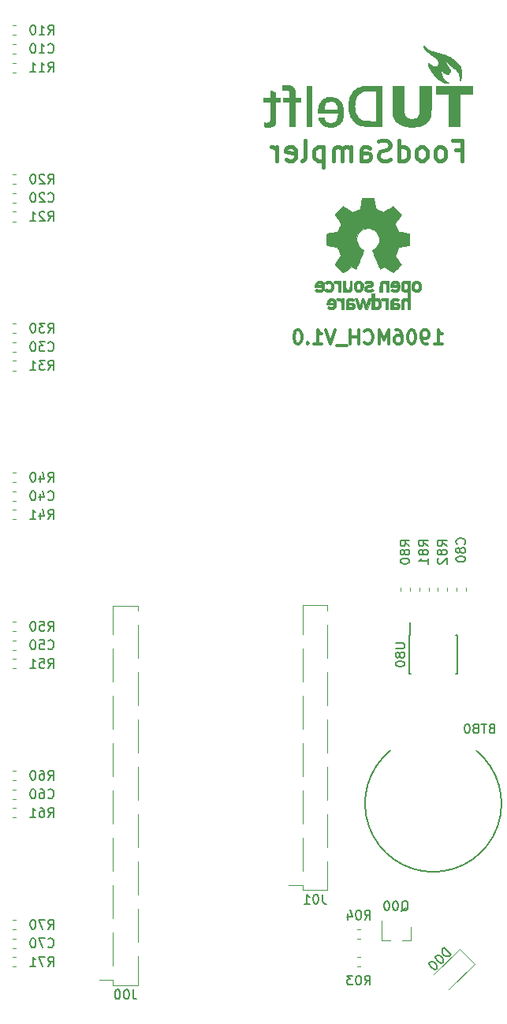
<source format=gbr>
G04 #@! TF.GenerationSoftware,KiCad,Pcbnew,(5.0.1-3-g963ef8bb5)*
G04 #@! TF.CreationDate,2019-06-03T16:35:54+02:00*
G04 #@! TF.ProjectId,foodSampler_v10,666F6F6453616D706C65725F7631302E,rev?*
G04 #@! TF.SameCoordinates,Original*
G04 #@! TF.FileFunction,Legend,Bot*
G04 #@! TF.FilePolarity,Positive*
%FSLAX46Y46*%
G04 Gerber Fmt 4.6, Leading zero omitted, Abs format (unit mm)*
G04 Created by KiCad (PCBNEW (5.0.1-3-g963ef8bb5)) date 2019 June 03, Monday 16:35:54*
%MOMM*%
%LPD*%
G01*
G04 APERTURE LIST*
%ADD10C,0.300000*%
%ADD11C,0.400000*%
%ADD12C,0.120000*%
%ADD13C,0.150000*%
%ADD14C,0.010000*%
G04 APERTURE END LIST*
D10*
X148107142Y-89678571D02*
X148964285Y-89678571D01*
X148535714Y-89678571D02*
X148535714Y-88178571D01*
X148678571Y-88392857D01*
X148821428Y-88535714D01*
X148964285Y-88607142D01*
X147392857Y-89678571D02*
X147107142Y-89678571D01*
X146964285Y-89607142D01*
X146892857Y-89535714D01*
X146750000Y-89321428D01*
X146678571Y-89035714D01*
X146678571Y-88464285D01*
X146750000Y-88321428D01*
X146821428Y-88250000D01*
X146964285Y-88178571D01*
X147250000Y-88178571D01*
X147392857Y-88250000D01*
X147464285Y-88321428D01*
X147535714Y-88464285D01*
X147535714Y-88821428D01*
X147464285Y-88964285D01*
X147392857Y-89035714D01*
X147250000Y-89107142D01*
X146964285Y-89107142D01*
X146821428Y-89035714D01*
X146750000Y-88964285D01*
X146678571Y-88821428D01*
X145750000Y-88178571D02*
X145607142Y-88178571D01*
X145464285Y-88250000D01*
X145392857Y-88321428D01*
X145321428Y-88464285D01*
X145250000Y-88750000D01*
X145250000Y-89107142D01*
X145321428Y-89392857D01*
X145392857Y-89535714D01*
X145464285Y-89607142D01*
X145607142Y-89678571D01*
X145750000Y-89678571D01*
X145892857Y-89607142D01*
X145964285Y-89535714D01*
X146035714Y-89392857D01*
X146107142Y-89107142D01*
X146107142Y-88750000D01*
X146035714Y-88464285D01*
X145964285Y-88321428D01*
X145892857Y-88250000D01*
X145750000Y-88178571D01*
X143964285Y-88178571D02*
X144250000Y-88178571D01*
X144392857Y-88250000D01*
X144464285Y-88321428D01*
X144607142Y-88535714D01*
X144678571Y-88821428D01*
X144678571Y-89392857D01*
X144607142Y-89535714D01*
X144535714Y-89607142D01*
X144392857Y-89678571D01*
X144107142Y-89678571D01*
X143964285Y-89607142D01*
X143892857Y-89535714D01*
X143821428Y-89392857D01*
X143821428Y-89035714D01*
X143892857Y-88892857D01*
X143964285Y-88821428D01*
X144107142Y-88750000D01*
X144392857Y-88750000D01*
X144535714Y-88821428D01*
X144607142Y-88892857D01*
X144678571Y-89035714D01*
X143178571Y-89678571D02*
X143178571Y-88178571D01*
X142678571Y-89250000D01*
X142178571Y-88178571D01*
X142178571Y-89678571D01*
X140607142Y-89535714D02*
X140678571Y-89607142D01*
X140892857Y-89678571D01*
X141035714Y-89678571D01*
X141250000Y-89607142D01*
X141392857Y-89464285D01*
X141464285Y-89321428D01*
X141535714Y-89035714D01*
X141535714Y-88821428D01*
X141464285Y-88535714D01*
X141392857Y-88392857D01*
X141250000Y-88250000D01*
X141035714Y-88178571D01*
X140892857Y-88178571D01*
X140678571Y-88250000D01*
X140607142Y-88321428D01*
X139964285Y-89678571D02*
X139964285Y-88178571D01*
X139964285Y-88892857D02*
X139107142Y-88892857D01*
X139107142Y-89678571D02*
X139107142Y-88178571D01*
X138750000Y-89821428D02*
X137607142Y-89821428D01*
X137464285Y-88178571D02*
X136964285Y-89678571D01*
X136464285Y-88178571D01*
X135178571Y-89678571D02*
X136035714Y-89678571D01*
X135607142Y-89678571D02*
X135607142Y-88178571D01*
X135750000Y-88392857D01*
X135892857Y-88535714D01*
X136035714Y-88607142D01*
X134535714Y-89535714D02*
X134464285Y-89607142D01*
X134535714Y-89678571D01*
X134607142Y-89607142D01*
X134535714Y-89535714D01*
X134535714Y-89678571D01*
X133535714Y-88178571D02*
X133392857Y-88178571D01*
X133250000Y-88250000D01*
X133178571Y-88321428D01*
X133107142Y-88464285D01*
X133035714Y-88750000D01*
X133035714Y-89107142D01*
X133107142Y-89392857D01*
X133178571Y-89535714D01*
X133250000Y-89607142D01*
X133392857Y-89678571D01*
X133535714Y-89678571D01*
X133678571Y-89607142D01*
X133750000Y-89535714D01*
X133821428Y-89392857D01*
X133892857Y-89107142D01*
X133892857Y-88750000D01*
X133821428Y-88464285D01*
X133750000Y-88321428D01*
X133678571Y-88250000D01*
X133535714Y-88178571D01*
D11*
X150376190Y-68842857D02*
X151109523Y-68842857D01*
X151109523Y-69995238D02*
X151109523Y-67795238D01*
X150061904Y-67795238D01*
X148909523Y-69995238D02*
X149119047Y-69890476D01*
X149223809Y-69785714D01*
X149328571Y-69576190D01*
X149328571Y-68947619D01*
X149223809Y-68738095D01*
X149119047Y-68633333D01*
X148909523Y-68528571D01*
X148595238Y-68528571D01*
X148385714Y-68633333D01*
X148280952Y-68738095D01*
X148176190Y-68947619D01*
X148176190Y-69576190D01*
X148280952Y-69785714D01*
X148385714Y-69890476D01*
X148595238Y-69995238D01*
X148909523Y-69995238D01*
X146919047Y-69995238D02*
X147128571Y-69890476D01*
X147233333Y-69785714D01*
X147338095Y-69576190D01*
X147338095Y-68947619D01*
X147233333Y-68738095D01*
X147128571Y-68633333D01*
X146919047Y-68528571D01*
X146604761Y-68528571D01*
X146395238Y-68633333D01*
X146290476Y-68738095D01*
X146185714Y-68947619D01*
X146185714Y-69576190D01*
X146290476Y-69785714D01*
X146395238Y-69890476D01*
X146604761Y-69995238D01*
X146919047Y-69995238D01*
X144300000Y-69995238D02*
X144300000Y-67795238D01*
X144300000Y-69890476D02*
X144509523Y-69995238D01*
X144928571Y-69995238D01*
X145138095Y-69890476D01*
X145242857Y-69785714D01*
X145347619Y-69576190D01*
X145347619Y-68947619D01*
X145242857Y-68738095D01*
X145138095Y-68633333D01*
X144928571Y-68528571D01*
X144509523Y-68528571D01*
X144300000Y-68633333D01*
X143357142Y-69890476D02*
X143042857Y-69995238D01*
X142519047Y-69995238D01*
X142309523Y-69890476D01*
X142204761Y-69785714D01*
X142100000Y-69576190D01*
X142100000Y-69366666D01*
X142204761Y-69157142D01*
X142309523Y-69052380D01*
X142519047Y-68947619D01*
X142938095Y-68842857D01*
X143147619Y-68738095D01*
X143252380Y-68633333D01*
X143357142Y-68423809D01*
X143357142Y-68214285D01*
X143252380Y-68004761D01*
X143147619Y-67900000D01*
X142938095Y-67795238D01*
X142414285Y-67795238D01*
X142100000Y-67900000D01*
X140214285Y-69995238D02*
X140214285Y-68842857D01*
X140319047Y-68633333D01*
X140528571Y-68528571D01*
X140947619Y-68528571D01*
X141157142Y-68633333D01*
X140214285Y-69890476D02*
X140423809Y-69995238D01*
X140947619Y-69995238D01*
X141157142Y-69890476D01*
X141261904Y-69680952D01*
X141261904Y-69471428D01*
X141157142Y-69261904D01*
X140947619Y-69157142D01*
X140423809Y-69157142D01*
X140214285Y-69052380D01*
X139166666Y-69995238D02*
X139166666Y-68528571D01*
X139166666Y-68738095D02*
X139061904Y-68633333D01*
X138852380Y-68528571D01*
X138538095Y-68528571D01*
X138328571Y-68633333D01*
X138223809Y-68842857D01*
X138223809Y-69995238D01*
X138223809Y-68842857D02*
X138119047Y-68633333D01*
X137909523Y-68528571D01*
X137595238Y-68528571D01*
X137385714Y-68633333D01*
X137280952Y-68842857D01*
X137280952Y-69995238D01*
X136233333Y-68528571D02*
X136233333Y-70728571D01*
X136233333Y-68633333D02*
X136023809Y-68528571D01*
X135604761Y-68528571D01*
X135395238Y-68633333D01*
X135290476Y-68738095D01*
X135185714Y-68947619D01*
X135185714Y-69576190D01*
X135290476Y-69785714D01*
X135395238Y-69890476D01*
X135604761Y-69995238D01*
X136023809Y-69995238D01*
X136233333Y-69890476D01*
X133928571Y-69995238D02*
X134138095Y-69890476D01*
X134242857Y-69680952D01*
X134242857Y-67795238D01*
X132252380Y-69890476D02*
X132461904Y-69995238D01*
X132880952Y-69995238D01*
X133090476Y-69890476D01*
X133195238Y-69680952D01*
X133195238Y-68842857D01*
X133090476Y-68633333D01*
X132880952Y-68528571D01*
X132461904Y-68528571D01*
X132252380Y-68633333D01*
X132147619Y-68842857D01*
X132147619Y-69052380D01*
X133195238Y-69261904D01*
X131204761Y-69995238D02*
X131204761Y-68528571D01*
X131204761Y-68947619D02*
X131100000Y-68738095D01*
X130995238Y-68633333D01*
X130785714Y-68528571D01*
X130576190Y-68528571D01*
D12*
G04 #@! TO.C,J00*
X113625000Y-158510000D02*
X116285000Y-158510000D01*
X113625000Y-117750000D02*
X116285000Y-117750000D01*
X116285000Y-158510000D02*
X116285000Y-155400000D01*
X113625000Y-157940000D02*
X112105000Y-157940000D01*
X113625000Y-158510000D02*
X113625000Y-157940000D01*
X116285000Y-118320000D02*
X116285000Y-117750000D01*
X116285000Y-153880000D02*
X116285000Y-150320000D01*
X116285000Y-148800000D02*
X116285000Y-145240000D01*
X116285000Y-143720000D02*
X116285000Y-140160000D01*
X116285000Y-138640000D02*
X116285000Y-135080000D01*
X116285000Y-133560000D02*
X116285000Y-130000000D01*
X116285000Y-128480000D02*
X116285000Y-124920000D01*
X116285000Y-123400000D02*
X116285000Y-119840000D01*
X113625000Y-156420000D02*
X113625000Y-152860000D01*
X113625000Y-151340000D02*
X113625000Y-147780000D01*
X113625000Y-146260000D02*
X113625000Y-142700000D01*
X113625000Y-141180000D02*
X113625000Y-137620000D01*
X113625000Y-136100000D02*
X113625000Y-132540000D01*
X113625000Y-131020000D02*
X113625000Y-127460000D01*
X113625000Y-125940000D02*
X113625000Y-122380000D01*
X113625000Y-120860000D02*
X113625000Y-117750000D01*
G04 #@! TO.C,C10*
X102837221Y-58510000D02*
X103162779Y-58510000D01*
X102837221Y-57490000D02*
X103162779Y-57490000D01*
G04 #@! TO.C,R10*
X103162779Y-56510000D02*
X102837221Y-56510000D01*
X103162779Y-55490000D02*
X102837221Y-55490000D01*
G04 #@! TO.C,R11*
X102837221Y-60510000D02*
X103162779Y-60510000D01*
X102837221Y-59490000D02*
X103162779Y-59490000D01*
G04 #@! TO.C,C20*
X102837221Y-74510000D02*
X103162779Y-74510000D01*
X102837221Y-73490000D02*
X103162779Y-73490000D01*
G04 #@! TO.C,C30*
X102837221Y-89490000D02*
X103162779Y-89490000D01*
X102837221Y-90510000D02*
X103162779Y-90510000D01*
G04 #@! TO.C,C40*
X102837221Y-106510000D02*
X103162779Y-106510000D01*
X102837221Y-105490000D02*
X103162779Y-105490000D01*
G04 #@! TO.C,C50*
X102837221Y-121490000D02*
X103162779Y-121490000D01*
X102837221Y-122510000D02*
X103162779Y-122510000D01*
G04 #@! TO.C,C60*
X102837221Y-138510000D02*
X103162779Y-138510000D01*
X102837221Y-137490000D02*
X103162779Y-137490000D01*
G04 #@! TO.C,C70*
X102837221Y-153490000D02*
X103162779Y-153490000D01*
X102837221Y-154510000D02*
X103162779Y-154510000D01*
G04 #@! TO.C,R20*
X103162779Y-72510000D02*
X102837221Y-72510000D01*
X103162779Y-71490000D02*
X102837221Y-71490000D01*
G04 #@! TO.C,R21*
X102837221Y-76510000D02*
X103162779Y-76510000D01*
X102837221Y-75490000D02*
X103162779Y-75490000D01*
G04 #@! TO.C,R30*
X103162779Y-88510000D02*
X102837221Y-88510000D01*
X103162779Y-87490000D02*
X102837221Y-87490000D01*
G04 #@! TO.C,R31*
X102837221Y-92510000D02*
X103162779Y-92510000D01*
X102837221Y-91490000D02*
X103162779Y-91490000D01*
G04 #@! TO.C,R40*
X103162779Y-104510000D02*
X102837221Y-104510000D01*
X103162779Y-103490000D02*
X102837221Y-103490000D01*
G04 #@! TO.C,R41*
X102837221Y-108510000D02*
X103162779Y-108510000D01*
X102837221Y-107490000D02*
X103162779Y-107490000D01*
G04 #@! TO.C,R50*
X103162779Y-120510000D02*
X102837221Y-120510000D01*
X103162779Y-119490000D02*
X102837221Y-119490000D01*
G04 #@! TO.C,R51*
X102837221Y-124510000D02*
X103162779Y-124510000D01*
X102837221Y-123490000D02*
X103162779Y-123490000D01*
G04 #@! TO.C,R60*
X103162779Y-136510000D02*
X102837221Y-136510000D01*
X103162779Y-135490000D02*
X102837221Y-135490000D01*
G04 #@! TO.C,R61*
X102837221Y-140510000D02*
X103162779Y-140510000D01*
X102837221Y-139490000D02*
X103162779Y-139490000D01*
G04 #@! TO.C,R70*
X103162779Y-152510000D02*
X102837221Y-152510000D01*
X103162779Y-151490000D02*
X102837221Y-151490000D01*
G04 #@! TO.C,R71*
X102837221Y-156510000D02*
X103162779Y-156510000D01*
X102837221Y-155490000D02*
X103162779Y-155490000D01*
G04 #@! TO.C,J01*
X133970000Y-148300000D02*
X136630000Y-148300000D01*
X133970000Y-117700000D02*
X136630000Y-117700000D01*
X136630000Y-148300000D02*
X136630000Y-145190000D01*
X133970000Y-147730000D02*
X132450000Y-147730000D01*
X133970000Y-148300000D02*
X133970000Y-147730000D01*
X136630000Y-118270000D02*
X136630000Y-117700000D01*
X136630000Y-143670000D02*
X136630000Y-140110000D01*
X136630000Y-138590000D02*
X136630000Y-135030000D01*
X136630000Y-133510000D02*
X136630000Y-129950000D01*
X136630000Y-128430000D02*
X136630000Y-124870000D01*
X136630000Y-123350000D02*
X136630000Y-119790000D01*
X133970000Y-146210000D02*
X133970000Y-142650000D01*
X133970000Y-141130000D02*
X133970000Y-137570000D01*
X133970000Y-136050000D02*
X133970000Y-132490000D01*
X133970000Y-130970000D02*
X133970000Y-127410000D01*
X133970000Y-125890000D02*
X133970000Y-122330000D01*
X133970000Y-120810000D02*
X133970000Y-117700000D01*
G04 #@! TO.C,C80*
X150490000Y-115837221D02*
X150490000Y-116162779D01*
X151510000Y-115837221D02*
X151510000Y-116162779D01*
G04 #@! TO.C,R03*
X140162779Y-156510000D02*
X139837221Y-156510000D01*
X140162779Y-155490000D02*
X139837221Y-155490000D01*
G04 #@! TO.C,R80*
X145510000Y-116162779D02*
X145510000Y-115837221D01*
X144490000Y-116162779D02*
X144490000Y-115837221D01*
G04 #@! TO.C,R81*
X146490000Y-116162779D02*
X146490000Y-115837221D01*
X147510000Y-116162779D02*
X147510000Y-115837221D01*
G04 #@! TO.C,R82*
X149510000Y-116162779D02*
X149510000Y-115837221D01*
X148490000Y-116162779D02*
X148490000Y-115837221D01*
D13*
G04 #@! TO.C,U80*
X145425000Y-120925000D02*
X145475000Y-120925000D01*
X145425000Y-125075000D02*
X145570000Y-125075000D01*
X150575000Y-125075000D02*
X150430000Y-125075000D01*
X150575000Y-120925000D02*
X150430000Y-120925000D01*
X145425000Y-120925000D02*
X145425000Y-125075000D01*
X150575000Y-120925000D02*
X150575000Y-125075000D01*
X145475000Y-120925000D02*
X145475000Y-119525000D01*
D12*
G04 #@! TO.C,D00*
X148066063Y-157328805D02*
X150813173Y-154581695D01*
X150813173Y-154581695D02*
X152418305Y-156186827D01*
X152418305Y-156186827D02*
X149671195Y-158933937D01*
D13*
G04 #@! TO.C,BT80*
X143400001Y-133300001D02*
G75*
G03X152599999Y-133300001I4599999J-5699999D01*
G01*
D12*
G04 #@! TO.C,Q00*
X145580000Y-153710000D02*
X144650000Y-153710000D01*
X142420000Y-153710000D02*
X143350000Y-153710000D01*
X142420000Y-153710000D02*
X142420000Y-151550000D01*
X145580000Y-153710000D02*
X145580000Y-152250000D01*
G04 #@! TO.C,R04*
X139837221Y-153510000D02*
X140162779Y-153510000D01*
X139837221Y-152490000D02*
X140162779Y-152490000D01*
D14*
G04 #@! TO.C,REF\002A\002A*
G36*
X140253465Y-74633172D02*
X140140883Y-75230363D01*
X139725469Y-75401610D01*
X139310056Y-75572857D01*
X138811698Y-75233978D01*
X138672132Y-75139622D01*
X138545972Y-75055375D01*
X138439105Y-74985083D01*
X138357418Y-74932592D01*
X138306799Y-74901749D01*
X138293014Y-74895098D01*
X138268180Y-74912203D01*
X138215112Y-74959489D01*
X138139760Y-75030917D01*
X138048071Y-75120445D01*
X137945993Y-75222034D01*
X137839474Y-75329643D01*
X137734464Y-75437232D01*
X137636909Y-75538760D01*
X137552758Y-75628186D01*
X137487960Y-75699471D01*
X137448462Y-75746573D01*
X137439020Y-75762337D01*
X137452609Y-75791398D01*
X137490707Y-75855066D01*
X137549306Y-75947112D01*
X137624403Y-76061309D01*
X137711991Y-76191429D01*
X137762746Y-76265646D01*
X137855255Y-76401167D01*
X137937460Y-76523461D01*
X138005370Y-76626440D01*
X138055000Y-76704018D01*
X138082360Y-76750106D01*
X138086471Y-76759792D01*
X138077151Y-76787319D01*
X138051746Y-76851473D01*
X138014089Y-76943235D01*
X137968014Y-77053584D01*
X137917354Y-77173500D01*
X137865941Y-77293964D01*
X137817611Y-77405954D01*
X137776194Y-77500452D01*
X137745526Y-77568437D01*
X137729438Y-77600888D01*
X137728489Y-77602165D01*
X137703228Y-77608362D01*
X137635954Y-77622185D01*
X137533640Y-77642277D01*
X137403259Y-77667279D01*
X137251784Y-77695831D01*
X137163406Y-77712296D01*
X137001548Y-77743114D01*
X136855351Y-77772439D01*
X136732213Y-77798666D01*
X136639531Y-77820191D01*
X136584699Y-77835410D01*
X136573677Y-77840238D01*
X136562881Y-77872919D01*
X136554171Y-77946730D01*
X136547540Y-78053037D01*
X136542982Y-78183212D01*
X136540491Y-78328621D01*
X136540062Y-78480635D01*
X136541689Y-78630622D01*
X136545365Y-78769951D01*
X136551085Y-78889990D01*
X136558842Y-78982110D01*
X136568632Y-79037677D01*
X136574504Y-79049245D01*
X136609601Y-79063110D01*
X136683972Y-79082933D01*
X136787777Y-79106384D01*
X136911181Y-79131136D01*
X136954259Y-79139143D01*
X137161953Y-79177186D01*
X137326016Y-79207824D01*
X137451870Y-79232274D01*
X137544935Y-79251754D01*
X137610633Y-79267481D01*
X137654383Y-79280673D01*
X137681608Y-79292549D01*
X137697728Y-79304325D01*
X137699983Y-79306653D01*
X137722497Y-79344145D01*
X137756842Y-79417110D01*
X137799589Y-79516612D01*
X137847308Y-79633718D01*
X137896570Y-79759493D01*
X137943945Y-79885002D01*
X137986005Y-80001310D01*
X138019320Y-80099484D01*
X138040459Y-80170588D01*
X138045995Y-80205687D01*
X138045534Y-80206917D01*
X138026777Y-80235606D01*
X137984224Y-80298730D01*
X137922347Y-80389718D01*
X137845618Y-80502000D01*
X137758509Y-80629005D01*
X137733701Y-80665098D01*
X137645247Y-80795948D01*
X137567412Y-80915336D01*
X137504434Y-81016407D01*
X137460555Y-81092304D01*
X137440015Y-81136172D01*
X137439020Y-81141562D01*
X137456278Y-81169889D01*
X137503964Y-81226006D01*
X137575950Y-81303882D01*
X137666103Y-81397485D01*
X137768295Y-81500786D01*
X137876394Y-81607751D01*
X137984272Y-81712351D01*
X138085796Y-81808554D01*
X138174838Y-81890329D01*
X138245267Y-81951645D01*
X138290953Y-81986471D01*
X138303591Y-81992157D01*
X138333009Y-81978765D01*
X138393239Y-81942644D01*
X138474470Y-81889881D01*
X138536970Y-81847412D01*
X138650215Y-81769485D01*
X138784326Y-81677729D01*
X138918845Y-81586120D01*
X138991167Y-81537091D01*
X139235962Y-81371515D01*
X139441449Y-81482620D01*
X139535064Y-81531293D01*
X139614670Y-81569126D01*
X139668533Y-81590703D01*
X139682243Y-81593706D01*
X139698730Y-81571538D01*
X139731255Y-81508894D01*
X139777391Y-81411554D01*
X139834710Y-81285294D01*
X139900784Y-81135895D01*
X139973185Y-80969133D01*
X140049484Y-80790787D01*
X140127254Y-80606636D01*
X140204066Y-80422457D01*
X140277494Y-80244030D01*
X140345108Y-80077132D01*
X140404480Y-79927542D01*
X140453184Y-79801038D01*
X140488790Y-79703399D01*
X140508870Y-79640402D01*
X140512100Y-79618766D01*
X140486504Y-79591169D01*
X140430461Y-79546370D01*
X140355689Y-79493679D01*
X140349413Y-79489510D01*
X140156155Y-79334814D01*
X140000326Y-79154336D01*
X139883276Y-78953847D01*
X139806355Y-78739119D01*
X139770914Y-78515922D01*
X139778303Y-78290026D01*
X139829873Y-78067204D01*
X139926974Y-77853224D01*
X139955542Y-77806409D01*
X140104132Y-77617363D01*
X140279673Y-77465557D01*
X140476090Y-77351779D01*
X140687307Y-77276820D01*
X140907247Y-77241467D01*
X141129837Y-77246512D01*
X141348999Y-77292744D01*
X141558658Y-77380951D01*
X141752739Y-77511924D01*
X141812774Y-77565082D01*
X141965565Y-77731484D01*
X142076903Y-77906657D01*
X142153277Y-78103011D01*
X142195813Y-78297462D01*
X142206314Y-78516087D01*
X142171299Y-78735797D01*
X142094327Y-78949165D01*
X141978953Y-79148767D01*
X141828734Y-79327174D01*
X141647227Y-79476962D01*
X141623373Y-79492751D01*
X141547799Y-79544457D01*
X141490349Y-79589257D01*
X141462883Y-79617862D01*
X141462483Y-79618766D01*
X141468380Y-79649709D01*
X141491755Y-79719936D01*
X141530179Y-79823670D01*
X141581223Y-79955135D01*
X141642458Y-80108552D01*
X141711456Y-80278146D01*
X141785786Y-80458138D01*
X141863022Y-80642753D01*
X141940732Y-80826213D01*
X142016489Y-81002741D01*
X142087863Y-81166559D01*
X142152426Y-81311892D01*
X142207748Y-81432962D01*
X142251400Y-81523992D01*
X142280954Y-81579205D01*
X142292856Y-81593706D01*
X142329223Y-81582414D01*
X142397270Y-81552130D01*
X142485263Y-81508265D01*
X142533649Y-81482620D01*
X142739137Y-81371515D01*
X142983932Y-81537091D01*
X143108894Y-81621915D01*
X143245705Y-81715261D01*
X143373911Y-81803153D01*
X143438129Y-81847412D01*
X143528449Y-81908063D01*
X143604929Y-81956126D01*
X143657593Y-81985515D01*
X143674698Y-81991727D01*
X143699595Y-81974968D01*
X143754695Y-81928181D01*
X143834657Y-81856225D01*
X143934139Y-81763957D01*
X144047800Y-81656235D01*
X144119685Y-81587071D01*
X144245449Y-81463502D01*
X144354137Y-81352979D01*
X144441355Y-81260230D01*
X144502711Y-81189982D01*
X144533809Y-81146965D01*
X144536792Y-81138235D01*
X144522947Y-81105029D01*
X144484688Y-81037887D01*
X144426258Y-80943608D01*
X144351903Y-80828990D01*
X144265865Y-80700828D01*
X144241397Y-80665098D01*
X144152245Y-80535234D01*
X144072262Y-80418314D01*
X144005920Y-80320907D01*
X143957689Y-80249584D01*
X143932043Y-80210915D01*
X143929565Y-80206917D01*
X143933271Y-80176100D01*
X143952939Y-80108344D01*
X143985140Y-80012584D01*
X144026445Y-79897754D01*
X144073425Y-79772789D01*
X144122651Y-79646624D01*
X144170692Y-79528193D01*
X144214119Y-79426430D01*
X144249504Y-79350271D01*
X144273416Y-79308649D01*
X144275116Y-79306653D01*
X144289738Y-79294758D01*
X144314435Y-79282995D01*
X144354628Y-79270146D01*
X144415737Y-79254994D01*
X144503183Y-79236321D01*
X144622388Y-79212910D01*
X144778773Y-79183542D01*
X144977757Y-79147000D01*
X145020840Y-79139143D01*
X145148529Y-79114472D01*
X145259847Y-79090338D01*
X145344955Y-79069069D01*
X145394017Y-79052993D01*
X145400595Y-79049245D01*
X145411436Y-79016018D01*
X145420247Y-78941766D01*
X145427024Y-78835121D01*
X145431760Y-78704712D01*
X145434450Y-78559172D01*
X145435087Y-78407131D01*
X145433666Y-78257221D01*
X145430180Y-78118073D01*
X145424624Y-77998317D01*
X145416992Y-77906586D01*
X145407278Y-77851511D01*
X145401422Y-77840238D01*
X145368820Y-77828868D01*
X145294582Y-77810369D01*
X145186104Y-77786347D01*
X145050783Y-77758407D01*
X144896015Y-77728153D01*
X144811692Y-77712296D01*
X144651704Y-77682389D01*
X144509033Y-77655295D01*
X144390652Y-77632376D01*
X144303535Y-77614988D01*
X144254655Y-77604492D01*
X144246610Y-77602165D01*
X144233013Y-77575931D01*
X144204271Y-77512740D01*
X144164215Y-77421622D01*
X144116676Y-77311602D01*
X144065485Y-77191710D01*
X144014474Y-77070972D01*
X143967474Y-76958416D01*
X143928316Y-76863071D01*
X143900831Y-76793962D01*
X143888851Y-76760119D01*
X143888628Y-76758640D01*
X143902209Y-76731942D01*
X143940285Y-76670505D01*
X143998853Y-76580434D01*
X144073912Y-76467835D01*
X144161460Y-76338815D01*
X144212353Y-76264706D01*
X144305091Y-76128822D01*
X144387459Y-76005454D01*
X144455439Y-75900842D01*
X144505012Y-75821228D01*
X144532158Y-75772852D01*
X144536079Y-75762007D01*
X144519225Y-75736765D01*
X144472632Y-75682869D01*
X144402251Y-75606358D01*
X144314035Y-75513268D01*
X144213935Y-75409640D01*
X144107902Y-75301509D01*
X144001889Y-75194915D01*
X143901848Y-75095895D01*
X143813730Y-75010487D01*
X143743487Y-74944730D01*
X143697072Y-74904661D01*
X143681544Y-74895098D01*
X143656261Y-74908545D01*
X143595789Y-74946320D01*
X143506008Y-75004580D01*
X143392797Y-75079479D01*
X143262036Y-75167170D01*
X143163400Y-75233978D01*
X142665043Y-75572857D01*
X142249629Y-75401610D01*
X141834216Y-75230363D01*
X141721634Y-74633172D01*
X141609051Y-74035980D01*
X140366048Y-74035980D01*
X140253465Y-74633172D01*
X140253465Y-74633172D01*
G37*
X140253465Y-74633172D02*
X140140883Y-75230363D01*
X139725469Y-75401610D01*
X139310056Y-75572857D01*
X138811698Y-75233978D01*
X138672132Y-75139622D01*
X138545972Y-75055375D01*
X138439105Y-74985083D01*
X138357418Y-74932592D01*
X138306799Y-74901749D01*
X138293014Y-74895098D01*
X138268180Y-74912203D01*
X138215112Y-74959489D01*
X138139760Y-75030917D01*
X138048071Y-75120445D01*
X137945993Y-75222034D01*
X137839474Y-75329643D01*
X137734464Y-75437232D01*
X137636909Y-75538760D01*
X137552758Y-75628186D01*
X137487960Y-75699471D01*
X137448462Y-75746573D01*
X137439020Y-75762337D01*
X137452609Y-75791398D01*
X137490707Y-75855066D01*
X137549306Y-75947112D01*
X137624403Y-76061309D01*
X137711991Y-76191429D01*
X137762746Y-76265646D01*
X137855255Y-76401167D01*
X137937460Y-76523461D01*
X138005370Y-76626440D01*
X138055000Y-76704018D01*
X138082360Y-76750106D01*
X138086471Y-76759792D01*
X138077151Y-76787319D01*
X138051746Y-76851473D01*
X138014089Y-76943235D01*
X137968014Y-77053584D01*
X137917354Y-77173500D01*
X137865941Y-77293964D01*
X137817611Y-77405954D01*
X137776194Y-77500452D01*
X137745526Y-77568437D01*
X137729438Y-77600888D01*
X137728489Y-77602165D01*
X137703228Y-77608362D01*
X137635954Y-77622185D01*
X137533640Y-77642277D01*
X137403259Y-77667279D01*
X137251784Y-77695831D01*
X137163406Y-77712296D01*
X137001548Y-77743114D01*
X136855351Y-77772439D01*
X136732213Y-77798666D01*
X136639531Y-77820191D01*
X136584699Y-77835410D01*
X136573677Y-77840238D01*
X136562881Y-77872919D01*
X136554171Y-77946730D01*
X136547540Y-78053037D01*
X136542982Y-78183212D01*
X136540491Y-78328621D01*
X136540062Y-78480635D01*
X136541689Y-78630622D01*
X136545365Y-78769951D01*
X136551085Y-78889990D01*
X136558842Y-78982110D01*
X136568632Y-79037677D01*
X136574504Y-79049245D01*
X136609601Y-79063110D01*
X136683972Y-79082933D01*
X136787777Y-79106384D01*
X136911181Y-79131136D01*
X136954259Y-79139143D01*
X137161953Y-79177186D01*
X137326016Y-79207824D01*
X137451870Y-79232274D01*
X137544935Y-79251754D01*
X137610633Y-79267481D01*
X137654383Y-79280673D01*
X137681608Y-79292549D01*
X137697728Y-79304325D01*
X137699983Y-79306653D01*
X137722497Y-79344145D01*
X137756842Y-79417110D01*
X137799589Y-79516612D01*
X137847308Y-79633718D01*
X137896570Y-79759493D01*
X137943945Y-79885002D01*
X137986005Y-80001310D01*
X138019320Y-80099484D01*
X138040459Y-80170588D01*
X138045995Y-80205687D01*
X138045534Y-80206917D01*
X138026777Y-80235606D01*
X137984224Y-80298730D01*
X137922347Y-80389718D01*
X137845618Y-80502000D01*
X137758509Y-80629005D01*
X137733701Y-80665098D01*
X137645247Y-80795948D01*
X137567412Y-80915336D01*
X137504434Y-81016407D01*
X137460555Y-81092304D01*
X137440015Y-81136172D01*
X137439020Y-81141562D01*
X137456278Y-81169889D01*
X137503964Y-81226006D01*
X137575950Y-81303882D01*
X137666103Y-81397485D01*
X137768295Y-81500786D01*
X137876394Y-81607751D01*
X137984272Y-81712351D01*
X138085796Y-81808554D01*
X138174838Y-81890329D01*
X138245267Y-81951645D01*
X138290953Y-81986471D01*
X138303591Y-81992157D01*
X138333009Y-81978765D01*
X138393239Y-81942644D01*
X138474470Y-81889881D01*
X138536970Y-81847412D01*
X138650215Y-81769485D01*
X138784326Y-81677729D01*
X138918845Y-81586120D01*
X138991167Y-81537091D01*
X139235962Y-81371515D01*
X139441449Y-81482620D01*
X139535064Y-81531293D01*
X139614670Y-81569126D01*
X139668533Y-81590703D01*
X139682243Y-81593706D01*
X139698730Y-81571538D01*
X139731255Y-81508894D01*
X139777391Y-81411554D01*
X139834710Y-81285294D01*
X139900784Y-81135895D01*
X139973185Y-80969133D01*
X140049484Y-80790787D01*
X140127254Y-80606636D01*
X140204066Y-80422457D01*
X140277494Y-80244030D01*
X140345108Y-80077132D01*
X140404480Y-79927542D01*
X140453184Y-79801038D01*
X140488790Y-79703399D01*
X140508870Y-79640402D01*
X140512100Y-79618766D01*
X140486504Y-79591169D01*
X140430461Y-79546370D01*
X140355689Y-79493679D01*
X140349413Y-79489510D01*
X140156155Y-79334814D01*
X140000326Y-79154336D01*
X139883276Y-78953847D01*
X139806355Y-78739119D01*
X139770914Y-78515922D01*
X139778303Y-78290026D01*
X139829873Y-78067204D01*
X139926974Y-77853224D01*
X139955542Y-77806409D01*
X140104132Y-77617363D01*
X140279673Y-77465557D01*
X140476090Y-77351779D01*
X140687307Y-77276820D01*
X140907247Y-77241467D01*
X141129837Y-77246512D01*
X141348999Y-77292744D01*
X141558658Y-77380951D01*
X141752739Y-77511924D01*
X141812774Y-77565082D01*
X141965565Y-77731484D01*
X142076903Y-77906657D01*
X142153277Y-78103011D01*
X142195813Y-78297462D01*
X142206314Y-78516087D01*
X142171299Y-78735797D01*
X142094327Y-78949165D01*
X141978953Y-79148767D01*
X141828734Y-79327174D01*
X141647227Y-79476962D01*
X141623373Y-79492751D01*
X141547799Y-79544457D01*
X141490349Y-79589257D01*
X141462883Y-79617862D01*
X141462483Y-79618766D01*
X141468380Y-79649709D01*
X141491755Y-79719936D01*
X141530179Y-79823670D01*
X141581223Y-79955135D01*
X141642458Y-80108552D01*
X141711456Y-80278146D01*
X141785786Y-80458138D01*
X141863022Y-80642753D01*
X141940732Y-80826213D01*
X142016489Y-81002741D01*
X142087863Y-81166559D01*
X142152426Y-81311892D01*
X142207748Y-81432962D01*
X142251400Y-81523992D01*
X142280954Y-81579205D01*
X142292856Y-81593706D01*
X142329223Y-81582414D01*
X142397270Y-81552130D01*
X142485263Y-81508265D01*
X142533649Y-81482620D01*
X142739137Y-81371515D01*
X142983932Y-81537091D01*
X143108894Y-81621915D01*
X143245705Y-81715261D01*
X143373911Y-81803153D01*
X143438129Y-81847412D01*
X143528449Y-81908063D01*
X143604929Y-81956126D01*
X143657593Y-81985515D01*
X143674698Y-81991727D01*
X143699595Y-81974968D01*
X143754695Y-81928181D01*
X143834657Y-81856225D01*
X143934139Y-81763957D01*
X144047800Y-81656235D01*
X144119685Y-81587071D01*
X144245449Y-81463502D01*
X144354137Y-81352979D01*
X144441355Y-81260230D01*
X144502711Y-81189982D01*
X144533809Y-81146965D01*
X144536792Y-81138235D01*
X144522947Y-81105029D01*
X144484688Y-81037887D01*
X144426258Y-80943608D01*
X144351903Y-80828990D01*
X144265865Y-80700828D01*
X144241397Y-80665098D01*
X144152245Y-80535234D01*
X144072262Y-80418314D01*
X144005920Y-80320907D01*
X143957689Y-80249584D01*
X143932043Y-80210915D01*
X143929565Y-80206917D01*
X143933271Y-80176100D01*
X143952939Y-80108344D01*
X143985140Y-80012584D01*
X144026445Y-79897754D01*
X144073425Y-79772789D01*
X144122651Y-79646624D01*
X144170692Y-79528193D01*
X144214119Y-79426430D01*
X144249504Y-79350271D01*
X144273416Y-79308649D01*
X144275116Y-79306653D01*
X144289738Y-79294758D01*
X144314435Y-79282995D01*
X144354628Y-79270146D01*
X144415737Y-79254994D01*
X144503183Y-79236321D01*
X144622388Y-79212910D01*
X144778773Y-79183542D01*
X144977757Y-79147000D01*
X145020840Y-79139143D01*
X145148529Y-79114472D01*
X145259847Y-79090338D01*
X145344955Y-79069069D01*
X145394017Y-79052993D01*
X145400595Y-79049245D01*
X145411436Y-79016018D01*
X145420247Y-78941766D01*
X145427024Y-78835121D01*
X145431760Y-78704712D01*
X145434450Y-78559172D01*
X145435087Y-78407131D01*
X145433666Y-78257221D01*
X145430180Y-78118073D01*
X145424624Y-77998317D01*
X145416992Y-77906586D01*
X145407278Y-77851511D01*
X145401422Y-77840238D01*
X145368820Y-77828868D01*
X145294582Y-77810369D01*
X145186104Y-77786347D01*
X145050783Y-77758407D01*
X144896015Y-77728153D01*
X144811692Y-77712296D01*
X144651704Y-77682389D01*
X144509033Y-77655295D01*
X144390652Y-77632376D01*
X144303535Y-77614988D01*
X144254655Y-77604492D01*
X144246610Y-77602165D01*
X144233013Y-77575931D01*
X144204271Y-77512740D01*
X144164215Y-77421622D01*
X144116676Y-77311602D01*
X144065485Y-77191710D01*
X144014474Y-77070972D01*
X143967474Y-76958416D01*
X143928316Y-76863071D01*
X143900831Y-76793962D01*
X143888851Y-76760119D01*
X143888628Y-76758640D01*
X143902209Y-76731942D01*
X143940285Y-76670505D01*
X143998853Y-76580434D01*
X144073912Y-76467835D01*
X144161460Y-76338815D01*
X144212353Y-76264706D01*
X144305091Y-76128822D01*
X144387459Y-76005454D01*
X144455439Y-75900842D01*
X144505012Y-75821228D01*
X144532158Y-75772852D01*
X144536079Y-75762007D01*
X144519225Y-75736765D01*
X144472632Y-75682869D01*
X144402251Y-75606358D01*
X144314035Y-75513268D01*
X144213935Y-75409640D01*
X144107902Y-75301509D01*
X144001889Y-75194915D01*
X143901848Y-75095895D01*
X143813730Y-75010487D01*
X143743487Y-74944730D01*
X143697072Y-74904661D01*
X143681544Y-74895098D01*
X143656261Y-74908545D01*
X143595789Y-74946320D01*
X143506008Y-75004580D01*
X143392797Y-75079479D01*
X143262036Y-75167170D01*
X143163400Y-75233978D01*
X142665043Y-75572857D01*
X142249629Y-75401610D01*
X141834216Y-75230363D01*
X141721634Y-74633172D01*
X141609051Y-74035980D01*
X140366048Y-74035980D01*
X140253465Y-74633172D01*
G36*
X137436363Y-82887472D02*
X137350710Y-82913641D01*
X137295563Y-82946707D01*
X137277599Y-82972855D01*
X137282543Y-83003852D01*
X137314628Y-83052547D01*
X137341757Y-83087035D01*
X137397683Y-83149383D01*
X137439701Y-83175615D01*
X137475520Y-83173903D01*
X137581776Y-83146863D01*
X137659811Y-83148091D01*
X137723180Y-83178735D01*
X137744454Y-83196670D01*
X137812549Y-83259779D01*
X137812549Y-84083922D01*
X138086471Y-84083922D01*
X138086471Y-82888628D01*
X137949510Y-82888628D01*
X137867281Y-82891879D01*
X137824856Y-82903426D01*
X137812555Y-82925952D01*
X137812549Y-82926620D01*
X137806740Y-82950215D01*
X137780469Y-82947138D01*
X137744069Y-82930115D01*
X137668889Y-82898439D01*
X137607842Y-82879381D01*
X137529292Y-82874496D01*
X137436363Y-82887472D01*
X137436363Y-82887472D01*
G37*
X137436363Y-82887472D02*
X137350710Y-82913641D01*
X137295563Y-82946707D01*
X137277599Y-82972855D01*
X137282543Y-83003852D01*
X137314628Y-83052547D01*
X137341757Y-83087035D01*
X137397683Y-83149383D01*
X137439701Y-83175615D01*
X137475520Y-83173903D01*
X137581776Y-83146863D01*
X137659811Y-83148091D01*
X137723180Y-83178735D01*
X137744454Y-83196670D01*
X137812549Y-83259779D01*
X137812549Y-84083922D01*
X138086471Y-84083922D01*
X138086471Y-82888628D01*
X137949510Y-82888628D01*
X137867281Y-82891879D01*
X137824856Y-82903426D01*
X137812555Y-82925952D01*
X137812549Y-82926620D01*
X137806740Y-82950215D01*
X137780469Y-82947138D01*
X137744069Y-82930115D01*
X137668889Y-82898439D01*
X137607842Y-82879381D01*
X137529292Y-82874496D01*
X137436363Y-82887472D01*
G36*
X142493240Y-82909199D02*
X142431264Y-82938802D01*
X142371241Y-82981561D01*
X142325514Y-83030775D01*
X142292207Y-83093544D01*
X142269445Y-83176971D01*
X142255353Y-83288159D01*
X142248058Y-83434209D01*
X142245682Y-83622223D01*
X142245645Y-83641912D01*
X142245098Y-84083922D01*
X142519020Y-84083922D01*
X142519020Y-83676435D01*
X142519215Y-83525471D01*
X142520564Y-83416056D01*
X142524212Y-83339933D01*
X142531304Y-83288848D01*
X142542987Y-83254545D01*
X142560406Y-83228768D01*
X142584671Y-83203298D01*
X142669565Y-83148571D01*
X142762239Y-83138416D01*
X142850527Y-83173017D01*
X142881230Y-83198770D01*
X142903771Y-83222982D01*
X142919954Y-83248912D01*
X142930832Y-83284708D01*
X142937458Y-83338519D01*
X142940885Y-83418493D01*
X142942166Y-83532779D01*
X142942353Y-83671907D01*
X142942353Y-84083922D01*
X143216275Y-84083922D01*
X143216275Y-82888628D01*
X143079314Y-82888628D01*
X142997084Y-82891879D01*
X142954660Y-82903426D01*
X142942359Y-82925952D01*
X142942353Y-82926620D01*
X142936646Y-82948681D01*
X142911473Y-82946177D01*
X142861422Y-82921937D01*
X142747906Y-82886271D01*
X142618055Y-82882305D01*
X142493240Y-82909199D01*
X142493240Y-82909199D01*
G37*
X142493240Y-82909199D02*
X142431264Y-82938802D01*
X142371241Y-82981561D01*
X142325514Y-83030775D01*
X142292207Y-83093544D01*
X142269445Y-83176971D01*
X142255353Y-83288159D01*
X142248058Y-83434209D01*
X142245682Y-83622223D01*
X142245645Y-83641912D01*
X142245098Y-84083922D01*
X142519020Y-84083922D01*
X142519020Y-83676435D01*
X142519215Y-83525471D01*
X142520564Y-83416056D01*
X142524212Y-83339933D01*
X142531304Y-83288848D01*
X142542987Y-83254545D01*
X142560406Y-83228768D01*
X142584671Y-83203298D01*
X142669565Y-83148571D01*
X142762239Y-83138416D01*
X142850527Y-83173017D01*
X142881230Y-83198770D01*
X142903771Y-83222982D01*
X142919954Y-83248912D01*
X142930832Y-83284708D01*
X142937458Y-83338519D01*
X142940885Y-83418493D01*
X142942166Y-83532779D01*
X142942353Y-83671907D01*
X142942353Y-84083922D01*
X143216275Y-84083922D01*
X143216275Y-82888628D01*
X143079314Y-82888628D01*
X142997084Y-82891879D01*
X142954660Y-82903426D01*
X142942359Y-82925952D01*
X142942353Y-82926620D01*
X142936646Y-82948681D01*
X142911473Y-82946177D01*
X142861422Y-82921937D01*
X142747906Y-82886271D01*
X142618055Y-82882305D01*
X142493240Y-82909199D01*
G36*
X135696713Y-82884355D02*
X135632949Y-82899845D01*
X135510700Y-82956569D01*
X135406166Y-83043202D01*
X135333820Y-83147074D01*
X135323881Y-83170396D01*
X135310246Y-83231484D01*
X135300702Y-83321853D01*
X135297451Y-83413190D01*
X135297451Y-83585882D01*
X135658530Y-83585882D01*
X135807454Y-83586445D01*
X135912368Y-83589864D01*
X135979063Y-83598731D01*
X136013334Y-83615641D01*
X136020972Y-83643189D01*
X136007771Y-83683968D01*
X135984123Y-83731683D01*
X135918157Y-83811314D01*
X135826488Y-83850987D01*
X135714445Y-83849695D01*
X135587528Y-83806514D01*
X135477842Y-83753224D01*
X135386827Y-83825191D01*
X135295812Y-83897157D01*
X135381437Y-83976269D01*
X135495750Y-84051017D01*
X135636334Y-84096084D01*
X135787551Y-84108696D01*
X135933764Y-84086079D01*
X135957353Y-84078405D01*
X136085859Y-84011296D01*
X136181449Y-83911247D01*
X136246139Y-83775271D01*
X136281943Y-83600380D01*
X136282360Y-83596632D01*
X136285566Y-83406032D01*
X136272607Y-83338035D01*
X136019608Y-83338035D01*
X135996373Y-83348491D01*
X135933290Y-83356500D01*
X135840294Y-83361073D01*
X135781362Y-83361765D01*
X135671463Y-83361332D01*
X135602748Y-83358578D01*
X135566595Y-83351321D01*
X135554385Y-83337376D01*
X135557496Y-83314562D01*
X135560106Y-83305735D01*
X135604656Y-83222800D01*
X135674721Y-83155960D01*
X135736554Y-83126589D01*
X135818699Y-83128362D01*
X135901938Y-83164990D01*
X135971762Y-83225634D01*
X136013663Y-83299456D01*
X136019608Y-83338035D01*
X136272607Y-83338035D01*
X136253615Y-83238395D01*
X136190227Y-83097711D01*
X136099122Y-82987974D01*
X135984022Y-82913174D01*
X135848645Y-82877304D01*
X135696713Y-82884355D01*
X135696713Y-82884355D01*
G37*
X135696713Y-82884355D02*
X135632949Y-82899845D01*
X135510700Y-82956569D01*
X135406166Y-83043202D01*
X135333820Y-83147074D01*
X135323881Y-83170396D01*
X135310246Y-83231484D01*
X135300702Y-83321853D01*
X135297451Y-83413190D01*
X135297451Y-83585882D01*
X135658530Y-83585882D01*
X135807454Y-83586445D01*
X135912368Y-83589864D01*
X135979063Y-83598731D01*
X136013334Y-83615641D01*
X136020972Y-83643189D01*
X136007771Y-83683968D01*
X135984123Y-83731683D01*
X135918157Y-83811314D01*
X135826488Y-83850987D01*
X135714445Y-83849695D01*
X135587528Y-83806514D01*
X135477842Y-83753224D01*
X135386827Y-83825191D01*
X135295812Y-83897157D01*
X135381437Y-83976269D01*
X135495750Y-84051017D01*
X135636334Y-84096084D01*
X135787551Y-84108696D01*
X135933764Y-84086079D01*
X135957353Y-84078405D01*
X136085859Y-84011296D01*
X136181449Y-83911247D01*
X136246139Y-83775271D01*
X136281943Y-83600380D01*
X136282360Y-83596632D01*
X136285566Y-83406032D01*
X136272607Y-83338035D01*
X136019608Y-83338035D01*
X135996373Y-83348491D01*
X135933290Y-83356500D01*
X135840294Y-83361073D01*
X135781362Y-83361765D01*
X135671463Y-83361332D01*
X135602748Y-83358578D01*
X135566595Y-83351321D01*
X135554385Y-83337376D01*
X135557496Y-83314562D01*
X135560106Y-83305735D01*
X135604656Y-83222800D01*
X135674721Y-83155960D01*
X135736554Y-83126589D01*
X135818699Y-83128362D01*
X135901938Y-83164990D01*
X135971762Y-83225634D01*
X136013663Y-83299456D01*
X136019608Y-83338035D01*
X136272607Y-83338035D01*
X136253615Y-83238395D01*
X136190227Y-83097711D01*
X136099122Y-82987974D01*
X135984022Y-82913174D01*
X135848645Y-82877304D01*
X135696713Y-82884355D01*
G36*
X136609024Y-82899056D02*
X136464744Y-82960348D01*
X136419301Y-82990185D01*
X136361221Y-83036036D01*
X136324762Y-83072089D01*
X136318432Y-83083832D01*
X136336307Y-83109889D01*
X136382050Y-83154105D01*
X136418672Y-83184965D01*
X136518912Y-83265520D01*
X136598065Y-83198918D01*
X136659231Y-83155921D01*
X136718871Y-83141079D01*
X136787128Y-83144704D01*
X136895518Y-83171652D01*
X136970128Y-83227587D01*
X137015470Y-83318014D01*
X137036053Y-83448435D01*
X137036058Y-83448517D01*
X137034278Y-83594290D01*
X137006613Y-83701245D01*
X136951429Y-83774064D01*
X136913808Y-83798723D01*
X136813895Y-83829431D01*
X136707178Y-83829449D01*
X136614331Y-83799655D01*
X136592353Y-83785098D01*
X136537235Y-83747914D01*
X136494141Y-83741820D01*
X136447665Y-83769496D01*
X136396284Y-83819205D01*
X136314954Y-83903116D01*
X136405251Y-83977546D01*
X136544764Y-84061549D01*
X136702088Y-84102947D01*
X136866497Y-84099950D01*
X136974469Y-84072500D01*
X137100669Y-84004620D01*
X137201599Y-83897831D01*
X137247452Y-83822451D01*
X137284590Y-83714297D01*
X137303173Y-83577318D01*
X137303316Y-83428864D01*
X137285135Y-83286281D01*
X137248745Y-83166918D01*
X137243013Y-83154680D01*
X137158135Y-83034655D01*
X137043218Y-82947267D01*
X136907341Y-82894329D01*
X136759583Y-82877654D01*
X136609024Y-82899056D01*
X136609024Y-82899056D01*
G37*
X136609024Y-82899056D02*
X136464744Y-82960348D01*
X136419301Y-82990185D01*
X136361221Y-83036036D01*
X136324762Y-83072089D01*
X136318432Y-83083832D01*
X136336307Y-83109889D01*
X136382050Y-83154105D01*
X136418672Y-83184965D01*
X136518912Y-83265520D01*
X136598065Y-83198918D01*
X136659231Y-83155921D01*
X136718871Y-83141079D01*
X136787128Y-83144704D01*
X136895518Y-83171652D01*
X136970128Y-83227587D01*
X137015470Y-83318014D01*
X137036053Y-83448435D01*
X137036058Y-83448517D01*
X137034278Y-83594290D01*
X137006613Y-83701245D01*
X136951429Y-83774064D01*
X136913808Y-83798723D01*
X136813895Y-83829431D01*
X136707178Y-83829449D01*
X136614331Y-83799655D01*
X136592353Y-83785098D01*
X136537235Y-83747914D01*
X136494141Y-83741820D01*
X136447665Y-83769496D01*
X136396284Y-83819205D01*
X136314954Y-83903116D01*
X136405251Y-83977546D01*
X136544764Y-84061549D01*
X136702088Y-84102947D01*
X136866497Y-84099950D01*
X136974469Y-84072500D01*
X137100669Y-84004620D01*
X137201599Y-83897831D01*
X137247452Y-83822451D01*
X137284590Y-83714297D01*
X137303173Y-83577318D01*
X137303316Y-83428864D01*
X137285135Y-83286281D01*
X137248745Y-83166918D01*
X137243013Y-83154680D01*
X137158135Y-83034655D01*
X137043218Y-82947267D01*
X136907341Y-82894329D01*
X136759583Y-82877654D01*
X136609024Y-82899056D01*
G36*
X139032746Y-83276245D02*
X139030392Y-83458879D01*
X139021793Y-83597600D01*
X139004640Y-83698147D01*
X138976626Y-83766254D01*
X138935443Y-83807659D01*
X138878783Y-83828097D01*
X138808628Y-83833318D01*
X138735152Y-83827468D01*
X138679343Y-83806093D01*
X138638891Y-83763458D01*
X138611491Y-83693825D01*
X138594833Y-83591460D01*
X138586611Y-83450624D01*
X138584510Y-83276245D01*
X138584510Y-82888628D01*
X138310589Y-82888628D01*
X138310589Y-84083922D01*
X138447549Y-84083922D01*
X138530116Y-84080576D01*
X138572632Y-84068826D01*
X138584510Y-84046520D01*
X138591664Y-84026654D01*
X138620135Y-84030857D01*
X138677524Y-84058971D01*
X138809055Y-84102342D01*
X138948562Y-84099270D01*
X139082235Y-84052174D01*
X139145892Y-84014971D01*
X139194447Y-83974691D01*
X139229919Y-83924291D01*
X139254326Y-83856729D01*
X139269687Y-83764965D01*
X139278018Y-83641955D01*
X139281338Y-83480659D01*
X139281765Y-83355928D01*
X139281765Y-82888628D01*
X139032746Y-82888628D01*
X139032746Y-83276245D01*
X139032746Y-83276245D01*
G37*
X139032746Y-83276245D02*
X139030392Y-83458879D01*
X139021793Y-83597600D01*
X139004640Y-83698147D01*
X138976626Y-83766254D01*
X138935443Y-83807659D01*
X138878783Y-83828097D01*
X138808628Y-83833318D01*
X138735152Y-83827468D01*
X138679343Y-83806093D01*
X138638891Y-83763458D01*
X138611491Y-83693825D01*
X138594833Y-83591460D01*
X138586611Y-83450624D01*
X138584510Y-83276245D01*
X138584510Y-82888628D01*
X138310589Y-82888628D01*
X138310589Y-84083922D01*
X138447549Y-84083922D01*
X138530116Y-84080576D01*
X138572632Y-84068826D01*
X138584510Y-84046520D01*
X138591664Y-84026654D01*
X138620135Y-84030857D01*
X138677524Y-84058971D01*
X138809055Y-84102342D01*
X138948562Y-84099270D01*
X139082235Y-84052174D01*
X139145892Y-84014971D01*
X139194447Y-83974691D01*
X139229919Y-83924291D01*
X139254326Y-83856729D01*
X139269687Y-83764965D01*
X139278018Y-83641955D01*
X139281338Y-83480659D01*
X139281765Y-83355928D01*
X139281765Y-82888628D01*
X139032746Y-82888628D01*
X139032746Y-83276245D01*
G36*
X139790453Y-82903364D02*
X139664498Y-82971959D01*
X139565953Y-83080245D01*
X139519522Y-83168315D01*
X139499588Y-83246101D01*
X139486672Y-83356993D01*
X139481137Y-83484738D01*
X139483346Y-83613084D01*
X139493663Y-83725779D01*
X139505714Y-83785969D01*
X139546366Y-83868311D01*
X139616770Y-83955770D01*
X139701618Y-84032251D01*
X139785603Y-84081655D01*
X139787651Y-84082439D01*
X139891866Y-84104027D01*
X140015373Y-84104562D01*
X140132739Y-84084908D01*
X140178058Y-84069155D01*
X140294780Y-84002966D01*
X140378376Y-83916246D01*
X140433299Y-83801438D01*
X140464005Y-83650982D01*
X140470953Y-83572173D01*
X140470067Y-83473145D01*
X140203138Y-83473145D01*
X140194146Y-83617645D01*
X140168264Y-83727760D01*
X140127132Y-83798116D01*
X140097828Y-83818235D01*
X140022749Y-83832265D01*
X139933506Y-83828111D01*
X139856350Y-83807922D01*
X139836117Y-83796815D01*
X139782735Y-83732123D01*
X139747500Y-83633119D01*
X139732502Y-83512632D01*
X139739828Y-83383494D01*
X139756201Y-83305775D01*
X139803210Y-83215771D01*
X139877418Y-83159509D01*
X139966791Y-83140057D01*
X140059293Y-83160481D01*
X140130347Y-83210437D01*
X140167688Y-83251655D01*
X140189482Y-83292281D01*
X140199870Y-83347264D01*
X140202994Y-83431549D01*
X140203138Y-83473145D01*
X140470067Y-83473145D01*
X140469070Y-83361874D01*
X140434820Y-83189423D01*
X140368198Y-83054814D01*
X140269201Y-82958040D01*
X140137825Y-82899094D01*
X140109615Y-82892259D01*
X139940074Y-82876213D01*
X139790453Y-82903364D01*
X139790453Y-82903364D01*
G37*
X139790453Y-82903364D02*
X139664498Y-82971959D01*
X139565953Y-83080245D01*
X139519522Y-83168315D01*
X139499588Y-83246101D01*
X139486672Y-83356993D01*
X139481137Y-83484738D01*
X139483346Y-83613084D01*
X139493663Y-83725779D01*
X139505714Y-83785969D01*
X139546366Y-83868311D01*
X139616770Y-83955770D01*
X139701618Y-84032251D01*
X139785603Y-84081655D01*
X139787651Y-84082439D01*
X139891866Y-84104027D01*
X140015373Y-84104562D01*
X140132739Y-84084908D01*
X140178058Y-84069155D01*
X140294780Y-84002966D01*
X140378376Y-83916246D01*
X140433299Y-83801438D01*
X140464005Y-83650982D01*
X140470953Y-83572173D01*
X140470067Y-83473145D01*
X140203138Y-83473145D01*
X140194146Y-83617645D01*
X140168264Y-83727760D01*
X140127132Y-83798116D01*
X140097828Y-83818235D01*
X140022749Y-83832265D01*
X139933506Y-83828111D01*
X139856350Y-83807922D01*
X139836117Y-83796815D01*
X139782735Y-83732123D01*
X139747500Y-83633119D01*
X139732502Y-83512632D01*
X139739828Y-83383494D01*
X139756201Y-83305775D01*
X139803210Y-83215771D01*
X139877418Y-83159509D01*
X139966791Y-83140057D01*
X140059293Y-83160481D01*
X140130347Y-83210437D01*
X140167688Y-83251655D01*
X140189482Y-83292281D01*
X140199870Y-83347264D01*
X140202994Y-83431549D01*
X140203138Y-83473145D01*
X140470067Y-83473145D01*
X140469070Y-83361874D01*
X140434820Y-83189423D01*
X140368198Y-83054814D01*
X140269201Y-82958040D01*
X140137825Y-82899094D01*
X140109615Y-82892259D01*
X139940074Y-82876213D01*
X139790453Y-82903364D01*
G36*
X140972241Y-82884345D02*
X140877941Y-82902229D01*
X140780110Y-82939633D01*
X140769657Y-82944402D01*
X140695469Y-82983412D01*
X140644090Y-83019664D01*
X140627483Y-83042887D01*
X140643298Y-83080761D01*
X140681712Y-83136644D01*
X140698763Y-83157505D01*
X140769031Y-83239618D01*
X140859621Y-83186168D01*
X140945836Y-83150561D01*
X141045451Y-83131529D01*
X141140981Y-83130326D01*
X141214939Y-83148210D01*
X141232688Y-83159373D01*
X141266488Y-83210553D01*
X141270596Y-83269509D01*
X141245304Y-83315567D01*
X141230344Y-83324499D01*
X141185514Y-83335592D01*
X141106714Y-83348630D01*
X141009574Y-83361088D01*
X140991654Y-83363042D01*
X140835635Y-83390030D01*
X140722477Y-83435873D01*
X140647431Y-83504803D01*
X140605747Y-83601054D01*
X140592762Y-83718617D01*
X140610701Y-83852254D01*
X140668950Y-83957195D01*
X140767745Y-84033630D01*
X140907318Y-84081748D01*
X141062255Y-84100732D01*
X141188602Y-84100504D01*
X141291087Y-84083262D01*
X141361079Y-84059457D01*
X141449517Y-84017978D01*
X141531246Y-83969842D01*
X141560295Y-83948655D01*
X141635000Y-83887676D01*
X141544902Y-83796508D01*
X141454804Y-83705339D01*
X141352368Y-83773128D01*
X141249626Y-83824042D01*
X141139913Y-83850673D01*
X141034449Y-83853483D01*
X140944454Y-83832935D01*
X140881146Y-83789493D01*
X140860704Y-83752838D01*
X140863771Y-83694053D01*
X140914566Y-83649099D01*
X141012952Y-83618057D01*
X141120744Y-83603710D01*
X141286635Y-83576337D01*
X141409876Y-83524693D01*
X141492114Y-83447266D01*
X141534999Y-83342544D01*
X141540940Y-83218387D01*
X141511594Y-83088702D01*
X141444691Y-82990677D01*
X141339629Y-82923866D01*
X141195810Y-82887820D01*
X141089262Y-82880754D01*
X140972241Y-82884345D01*
X140972241Y-82884345D01*
G37*
X140972241Y-82884345D02*
X140877941Y-82902229D01*
X140780110Y-82939633D01*
X140769657Y-82944402D01*
X140695469Y-82983412D01*
X140644090Y-83019664D01*
X140627483Y-83042887D01*
X140643298Y-83080761D01*
X140681712Y-83136644D01*
X140698763Y-83157505D01*
X140769031Y-83239618D01*
X140859621Y-83186168D01*
X140945836Y-83150561D01*
X141045451Y-83131529D01*
X141140981Y-83130326D01*
X141214939Y-83148210D01*
X141232688Y-83159373D01*
X141266488Y-83210553D01*
X141270596Y-83269509D01*
X141245304Y-83315567D01*
X141230344Y-83324499D01*
X141185514Y-83335592D01*
X141106714Y-83348630D01*
X141009574Y-83361088D01*
X140991654Y-83363042D01*
X140835635Y-83390030D01*
X140722477Y-83435873D01*
X140647431Y-83504803D01*
X140605747Y-83601054D01*
X140592762Y-83718617D01*
X140610701Y-83852254D01*
X140668950Y-83957195D01*
X140767745Y-84033630D01*
X140907318Y-84081748D01*
X141062255Y-84100732D01*
X141188602Y-84100504D01*
X141291087Y-84083262D01*
X141361079Y-84059457D01*
X141449517Y-84017978D01*
X141531246Y-83969842D01*
X141560295Y-83948655D01*
X141635000Y-83887676D01*
X141544902Y-83796508D01*
X141454804Y-83705339D01*
X141352368Y-83773128D01*
X141249626Y-83824042D01*
X141139913Y-83850673D01*
X141034449Y-83853483D01*
X140944454Y-83832935D01*
X140881146Y-83789493D01*
X140860704Y-83752838D01*
X140863771Y-83694053D01*
X140914566Y-83649099D01*
X141012952Y-83618057D01*
X141120744Y-83603710D01*
X141286635Y-83576337D01*
X141409876Y-83524693D01*
X141492114Y-83447266D01*
X141534999Y-83342544D01*
X141540940Y-83218387D01*
X141511594Y-83088702D01*
X141444691Y-82990677D01*
X141339629Y-82923866D01*
X141195810Y-82887820D01*
X141089262Y-82880754D01*
X140972241Y-82884345D01*
G36*
X143686796Y-82916354D02*
X143661981Y-82928037D01*
X143576094Y-82990951D01*
X143494879Y-83082769D01*
X143434236Y-83183868D01*
X143416988Y-83230349D01*
X143401251Y-83313376D01*
X143391867Y-83413713D01*
X143390728Y-83455147D01*
X143390589Y-83585882D01*
X144143047Y-83585882D01*
X144127007Y-83654363D01*
X144087637Y-83735355D01*
X144018806Y-83805351D01*
X143936919Y-83850441D01*
X143884737Y-83859804D01*
X143813971Y-83848441D01*
X143729540Y-83819943D01*
X143700858Y-83806831D01*
X143594791Y-83753858D01*
X143504272Y-83822901D01*
X143452039Y-83869597D01*
X143424247Y-83908140D01*
X143422840Y-83919452D01*
X143447668Y-83946868D01*
X143502083Y-83988532D01*
X143551472Y-84021037D01*
X143684748Y-84079468D01*
X143834161Y-84105915D01*
X143982249Y-84099039D01*
X144100295Y-84063096D01*
X144221982Y-83986101D01*
X144308460Y-83884728D01*
X144362559Y-83753570D01*
X144387109Y-83587224D01*
X144389286Y-83511108D01*
X144380573Y-83336685D01*
X144379503Y-83331611D01*
X144130173Y-83331611D01*
X144123306Y-83347968D01*
X144095083Y-83356988D01*
X144036873Y-83360854D01*
X143940042Y-83361749D01*
X143902757Y-83361765D01*
X143789317Y-83360413D01*
X143717378Y-83355505D01*
X143678687Y-83345760D01*
X143664995Y-83329899D01*
X143664510Y-83324805D01*
X143680137Y-83284326D01*
X143719247Y-83227621D01*
X143736061Y-83207766D01*
X143798481Y-83151611D01*
X143863547Y-83129532D01*
X143898603Y-83127686D01*
X143993442Y-83150766D01*
X144072973Y-83212759D01*
X144123423Y-83302802D01*
X144124317Y-83305735D01*
X144130173Y-83331611D01*
X144379503Y-83331611D01*
X144351601Y-83199343D01*
X144299410Y-83089461D01*
X144235579Y-83011461D01*
X144117567Y-82926882D01*
X143978842Y-82881686D01*
X143831290Y-82877600D01*
X143686796Y-82916354D01*
X143686796Y-82916354D01*
G37*
X143686796Y-82916354D02*
X143661981Y-82928037D01*
X143576094Y-82990951D01*
X143494879Y-83082769D01*
X143434236Y-83183868D01*
X143416988Y-83230349D01*
X143401251Y-83313376D01*
X143391867Y-83413713D01*
X143390728Y-83455147D01*
X143390589Y-83585882D01*
X144143047Y-83585882D01*
X144127007Y-83654363D01*
X144087637Y-83735355D01*
X144018806Y-83805351D01*
X143936919Y-83850441D01*
X143884737Y-83859804D01*
X143813971Y-83848441D01*
X143729540Y-83819943D01*
X143700858Y-83806831D01*
X143594791Y-83753858D01*
X143504272Y-83822901D01*
X143452039Y-83869597D01*
X143424247Y-83908140D01*
X143422840Y-83919452D01*
X143447668Y-83946868D01*
X143502083Y-83988532D01*
X143551472Y-84021037D01*
X143684748Y-84079468D01*
X143834161Y-84105915D01*
X143982249Y-84099039D01*
X144100295Y-84063096D01*
X144221982Y-83986101D01*
X144308460Y-83884728D01*
X144362559Y-83753570D01*
X144387109Y-83587224D01*
X144389286Y-83511108D01*
X144380573Y-83336685D01*
X144379503Y-83331611D01*
X144130173Y-83331611D01*
X144123306Y-83347968D01*
X144095083Y-83356988D01*
X144036873Y-83360854D01*
X143940042Y-83361749D01*
X143902757Y-83361765D01*
X143789317Y-83360413D01*
X143717378Y-83355505D01*
X143678687Y-83345760D01*
X143664995Y-83329899D01*
X143664510Y-83324805D01*
X143680137Y-83284326D01*
X143719247Y-83227621D01*
X143736061Y-83207766D01*
X143798481Y-83151611D01*
X143863547Y-83129532D01*
X143898603Y-83127686D01*
X143993442Y-83150766D01*
X144072973Y-83212759D01*
X144123423Y-83302802D01*
X144124317Y-83305735D01*
X144130173Y-83331611D01*
X144379503Y-83331611D01*
X144351601Y-83199343D01*
X144299410Y-83089461D01*
X144235579Y-83011461D01*
X144117567Y-82926882D01*
X143978842Y-82881686D01*
X143831290Y-82877600D01*
X143686796Y-82916354D01*
G36*
X146026753Y-82901568D02*
X145896478Y-82959163D01*
X145797581Y-83055334D01*
X145729918Y-83190229D01*
X145693345Y-83363996D01*
X145690724Y-83391126D01*
X145688670Y-83582408D01*
X145715301Y-83750073D01*
X145768999Y-83885967D01*
X145797753Y-83929681D01*
X145897909Y-84022198D01*
X146025463Y-84082119D01*
X146168163Y-84106985D01*
X146313760Y-84094339D01*
X146424438Y-84055391D01*
X146519616Y-83989755D01*
X146597406Y-83903699D01*
X146598751Y-83901685D01*
X146630343Y-83848570D01*
X146650873Y-83795160D01*
X146663305Y-83727754D01*
X146670603Y-83632653D01*
X146673818Y-83554666D01*
X146675156Y-83483944D01*
X146426186Y-83483944D01*
X146423753Y-83554348D01*
X146414920Y-83648068D01*
X146399336Y-83708214D01*
X146371234Y-83751006D01*
X146344914Y-83776002D01*
X146251608Y-83828338D01*
X146153980Y-83835333D01*
X146063058Y-83797676D01*
X146017598Y-83755479D01*
X145984838Y-83712956D01*
X145965677Y-83672267D01*
X145957267Y-83619314D01*
X145956763Y-83539997D01*
X145959355Y-83466950D01*
X145964929Y-83362601D01*
X145973766Y-83294920D01*
X145989693Y-83250774D01*
X146016538Y-83217031D01*
X146037811Y-83197746D01*
X146126794Y-83147086D01*
X146222789Y-83144560D01*
X146303281Y-83174567D01*
X146371947Y-83237231D01*
X146412856Y-83340168D01*
X146426186Y-83483944D01*
X146675156Y-83483944D01*
X146676754Y-83399582D01*
X146671740Y-83283600D01*
X146656717Y-83196367D01*
X146629624Y-83127530D01*
X146588400Y-83066737D01*
X146573115Y-83048686D01*
X146477546Y-82958746D01*
X146375039Y-82906211D01*
X146249679Y-82884201D01*
X146188550Y-82882402D01*
X146026753Y-82901568D01*
X146026753Y-82901568D01*
G37*
X146026753Y-82901568D02*
X145896478Y-82959163D01*
X145797581Y-83055334D01*
X145729918Y-83190229D01*
X145693345Y-83363996D01*
X145690724Y-83391126D01*
X145688670Y-83582408D01*
X145715301Y-83750073D01*
X145768999Y-83885967D01*
X145797753Y-83929681D01*
X145897909Y-84022198D01*
X146025463Y-84082119D01*
X146168163Y-84106985D01*
X146313760Y-84094339D01*
X146424438Y-84055391D01*
X146519616Y-83989755D01*
X146597406Y-83903699D01*
X146598751Y-83901685D01*
X146630343Y-83848570D01*
X146650873Y-83795160D01*
X146663305Y-83727754D01*
X146670603Y-83632653D01*
X146673818Y-83554666D01*
X146675156Y-83483944D01*
X146426186Y-83483944D01*
X146423753Y-83554348D01*
X146414920Y-83648068D01*
X146399336Y-83708214D01*
X146371234Y-83751006D01*
X146344914Y-83776002D01*
X146251608Y-83828338D01*
X146153980Y-83835333D01*
X146063058Y-83797676D01*
X146017598Y-83755479D01*
X145984838Y-83712956D01*
X145965677Y-83672267D01*
X145957267Y-83619314D01*
X145956763Y-83539997D01*
X145959355Y-83466950D01*
X145964929Y-83362601D01*
X145973766Y-83294920D01*
X145989693Y-83250774D01*
X146016538Y-83217031D01*
X146037811Y-83197746D01*
X146126794Y-83147086D01*
X146222789Y-83144560D01*
X146303281Y-83174567D01*
X146371947Y-83237231D01*
X146412856Y-83340168D01*
X146426186Y-83483944D01*
X146675156Y-83483944D01*
X146676754Y-83399582D01*
X146671740Y-83283600D01*
X146656717Y-83196367D01*
X146629624Y-83127530D01*
X146588400Y-83066737D01*
X146573115Y-83048686D01*
X146477546Y-82958746D01*
X146375039Y-82906211D01*
X146249679Y-82884201D01*
X146188550Y-82882402D01*
X146026753Y-82901568D01*
G36*
X136974693Y-84762784D02*
X136855663Y-84793731D01*
X136755979Y-84857600D01*
X136707712Y-84905313D01*
X136628592Y-85018106D01*
X136583248Y-85148950D01*
X136567670Y-85309792D01*
X136567590Y-85322794D01*
X136567451Y-85453530D01*
X137319909Y-85453530D01*
X137303870Y-85522010D01*
X137274909Y-85584031D01*
X137224222Y-85648654D01*
X137213621Y-85658971D01*
X137122506Y-85714805D01*
X137018600Y-85724275D01*
X136899000Y-85687540D01*
X136878726Y-85677647D01*
X136816544Y-85647574D01*
X136774894Y-85630440D01*
X136767627Y-85628855D01*
X136742260Y-85644242D01*
X136693880Y-85681887D01*
X136669321Y-85702459D01*
X136618430Y-85749714D01*
X136601719Y-85780917D01*
X136613317Y-85809620D01*
X136619517Y-85817468D01*
X136661507Y-85851819D01*
X136730794Y-85893565D01*
X136779118Y-85917935D01*
X136916289Y-85960873D01*
X137068153Y-85974786D01*
X137211976Y-85958300D01*
X137252255Y-85946496D01*
X137376922Y-85879689D01*
X137469329Y-85776892D01*
X137530010Y-85637105D01*
X137559502Y-85459330D01*
X137562740Y-85366373D01*
X137553286Y-85231033D01*
X137314510Y-85231033D01*
X137291416Y-85241038D01*
X137229338Y-85248888D01*
X137139086Y-85253521D01*
X137077942Y-85254314D01*
X136967960Y-85253549D01*
X136898543Y-85249970D01*
X136860462Y-85241649D01*
X136844485Y-85226657D01*
X136841373Y-85204903D01*
X136862722Y-85137892D01*
X136916471Y-85071664D01*
X136987178Y-85020832D01*
X137057911Y-85000038D01*
X137153984Y-85018484D01*
X137237151Y-85071811D01*
X137294814Y-85148677D01*
X137314510Y-85231033D01*
X137553286Y-85231033D01*
X137548972Y-85169291D01*
X137506480Y-85012271D01*
X137434365Y-84894069D01*
X137331727Y-84813440D01*
X137197668Y-84769139D01*
X137125043Y-84760607D01*
X136974693Y-84762784D01*
X136974693Y-84762784D01*
G37*
X136974693Y-84762784D02*
X136855663Y-84793731D01*
X136755979Y-84857600D01*
X136707712Y-84905313D01*
X136628592Y-85018106D01*
X136583248Y-85148950D01*
X136567670Y-85309792D01*
X136567590Y-85322794D01*
X136567451Y-85453530D01*
X137319909Y-85453530D01*
X137303870Y-85522010D01*
X137274909Y-85584031D01*
X137224222Y-85648654D01*
X137213621Y-85658971D01*
X137122506Y-85714805D01*
X137018600Y-85724275D01*
X136899000Y-85687540D01*
X136878726Y-85677647D01*
X136816544Y-85647574D01*
X136774894Y-85630440D01*
X136767627Y-85628855D01*
X136742260Y-85644242D01*
X136693880Y-85681887D01*
X136669321Y-85702459D01*
X136618430Y-85749714D01*
X136601719Y-85780917D01*
X136613317Y-85809620D01*
X136619517Y-85817468D01*
X136661507Y-85851819D01*
X136730794Y-85893565D01*
X136779118Y-85917935D01*
X136916289Y-85960873D01*
X137068153Y-85974786D01*
X137211976Y-85958300D01*
X137252255Y-85946496D01*
X137376922Y-85879689D01*
X137469329Y-85776892D01*
X137530010Y-85637105D01*
X137559502Y-85459330D01*
X137562740Y-85366373D01*
X137553286Y-85231033D01*
X137314510Y-85231033D01*
X137291416Y-85241038D01*
X137229338Y-85248888D01*
X137139086Y-85253521D01*
X137077942Y-85254314D01*
X136967960Y-85253549D01*
X136898543Y-85249970D01*
X136860462Y-85241649D01*
X136844485Y-85226657D01*
X136841373Y-85204903D01*
X136862722Y-85137892D01*
X136916471Y-85071664D01*
X136987178Y-85020832D01*
X137057911Y-85000038D01*
X137153984Y-85018484D01*
X137237151Y-85071811D01*
X137294814Y-85148677D01*
X137314510Y-85231033D01*
X137553286Y-85231033D01*
X137548972Y-85169291D01*
X137506480Y-85012271D01*
X137434365Y-84894069D01*
X137331727Y-84813440D01*
X137197668Y-84769139D01*
X137125043Y-84760607D01*
X136974693Y-84762784D01*
G36*
X137761554Y-84755883D02*
X137665823Y-84774755D01*
X137611323Y-84802699D01*
X137553992Y-84849123D01*
X137635559Y-84952111D01*
X137685850Y-85014479D01*
X137719999Y-85044907D01*
X137753937Y-85049555D01*
X137803594Y-85034586D01*
X137826904Y-85026117D01*
X137921937Y-85013622D01*
X138008968Y-85040406D01*
X138072862Y-85100915D01*
X138083241Y-85120208D01*
X138094544Y-85171314D01*
X138103268Y-85265500D01*
X138109003Y-85396089D01*
X138111340Y-85556405D01*
X138111373Y-85579211D01*
X138111373Y-85976471D01*
X138385295Y-85976471D01*
X138385295Y-84756275D01*
X138248334Y-84756275D01*
X138169362Y-84758337D01*
X138128221Y-84767513D01*
X138113008Y-84788290D01*
X138111373Y-84807886D01*
X138111373Y-84859497D01*
X138045760Y-84807886D01*
X137970525Y-84772675D01*
X137869456Y-84755265D01*
X137761554Y-84755883D01*
X137761554Y-84755883D01*
G37*
X137761554Y-84755883D02*
X137665823Y-84774755D01*
X137611323Y-84802699D01*
X137553992Y-84849123D01*
X137635559Y-84952111D01*
X137685850Y-85014479D01*
X137719999Y-85044907D01*
X137753937Y-85049555D01*
X137803594Y-85034586D01*
X137826904Y-85026117D01*
X137921937Y-85013622D01*
X138008968Y-85040406D01*
X138072862Y-85100915D01*
X138083241Y-85120208D01*
X138094544Y-85171314D01*
X138103268Y-85265500D01*
X138109003Y-85396089D01*
X138111340Y-85556405D01*
X138111373Y-85579211D01*
X138111373Y-85976471D01*
X138385295Y-85976471D01*
X138385295Y-84756275D01*
X138248334Y-84756275D01*
X138169362Y-84758337D01*
X138128221Y-84767513D01*
X138113008Y-84788290D01*
X138111373Y-84807886D01*
X138111373Y-84859497D01*
X138045760Y-84807886D01*
X137970525Y-84772675D01*
X137869456Y-84755265D01*
X137761554Y-84755883D01*
G36*
X138943541Y-84763669D02*
X138838580Y-84789163D01*
X138808239Y-84802669D01*
X138749427Y-84838046D01*
X138704291Y-84877890D01*
X138670894Y-84929120D01*
X138647299Y-84998654D01*
X138631567Y-85093409D01*
X138621761Y-85220305D01*
X138615943Y-85386258D01*
X138613734Y-85497108D01*
X138605604Y-85976471D01*
X138744469Y-85976471D01*
X138828713Y-85972938D01*
X138872116Y-85960866D01*
X138883334Y-85940594D01*
X138889256Y-85918674D01*
X138915734Y-85922865D01*
X138951814Y-85940441D01*
X139042138Y-85967382D01*
X139158223Y-85974642D01*
X139280320Y-85962767D01*
X139388679Y-85932305D01*
X139398398Y-85928077D01*
X139497432Y-85858505D01*
X139562719Y-85761789D01*
X139592760Y-85648738D01*
X139590465Y-85608122D01*
X139345367Y-85608122D01*
X139323771Y-85662782D01*
X139259741Y-85701952D01*
X139156435Y-85722974D01*
X139101226Y-85725766D01*
X139009218Y-85718620D01*
X138948059Y-85690848D01*
X138933138Y-85677647D01*
X138892713Y-85605829D01*
X138883334Y-85540686D01*
X138883334Y-85453530D01*
X139004731Y-85453530D01*
X139145847Y-85460722D01*
X139244827Y-85483345D01*
X139307367Y-85522964D01*
X139321369Y-85540628D01*
X139345367Y-85608122D01*
X139590465Y-85608122D01*
X139586059Y-85530157D01*
X139541120Y-85416855D01*
X139479804Y-85340285D01*
X139442668Y-85307181D01*
X139406313Y-85285425D01*
X139359010Y-85272161D01*
X139289027Y-85264528D01*
X139184636Y-85259670D01*
X139143230Y-85258273D01*
X138883334Y-85249780D01*
X138883715Y-85171116D01*
X138893781Y-85088428D01*
X138930171Y-85038431D01*
X139003689Y-85006489D01*
X139005661Y-85005920D01*
X139109895Y-84993361D01*
X139211892Y-85009766D01*
X139287695Y-85049657D01*
X139318110Y-85069354D01*
X139350868Y-85066629D01*
X139401279Y-85038091D01*
X139430881Y-85017950D01*
X139488782Y-84974919D01*
X139524648Y-84942662D01*
X139530403Y-84933427D01*
X139506705Y-84885636D01*
X139436687Y-84828562D01*
X139406275Y-84809305D01*
X139318845Y-84776140D01*
X139201017Y-84757350D01*
X139070134Y-84753129D01*
X138943541Y-84763669D01*
X138943541Y-84763669D01*
G37*
X138943541Y-84763669D02*
X138838580Y-84789163D01*
X138808239Y-84802669D01*
X138749427Y-84838046D01*
X138704291Y-84877890D01*
X138670894Y-84929120D01*
X138647299Y-84998654D01*
X138631567Y-85093409D01*
X138621761Y-85220305D01*
X138615943Y-85386258D01*
X138613734Y-85497108D01*
X138605604Y-85976471D01*
X138744469Y-85976471D01*
X138828713Y-85972938D01*
X138872116Y-85960866D01*
X138883334Y-85940594D01*
X138889256Y-85918674D01*
X138915734Y-85922865D01*
X138951814Y-85940441D01*
X139042138Y-85967382D01*
X139158223Y-85974642D01*
X139280320Y-85962767D01*
X139388679Y-85932305D01*
X139398398Y-85928077D01*
X139497432Y-85858505D01*
X139562719Y-85761789D01*
X139592760Y-85648738D01*
X139590465Y-85608122D01*
X139345367Y-85608122D01*
X139323771Y-85662782D01*
X139259741Y-85701952D01*
X139156435Y-85722974D01*
X139101226Y-85725766D01*
X139009218Y-85718620D01*
X138948059Y-85690848D01*
X138933138Y-85677647D01*
X138892713Y-85605829D01*
X138883334Y-85540686D01*
X138883334Y-85453530D01*
X139004731Y-85453530D01*
X139145847Y-85460722D01*
X139244827Y-85483345D01*
X139307367Y-85522964D01*
X139321369Y-85540628D01*
X139345367Y-85608122D01*
X139590465Y-85608122D01*
X139586059Y-85530157D01*
X139541120Y-85416855D01*
X139479804Y-85340285D01*
X139442668Y-85307181D01*
X139406313Y-85285425D01*
X139359010Y-85272161D01*
X139289027Y-85264528D01*
X139184636Y-85259670D01*
X139143230Y-85258273D01*
X138883334Y-85249780D01*
X138883715Y-85171116D01*
X138893781Y-85088428D01*
X138930171Y-85038431D01*
X139003689Y-85006489D01*
X139005661Y-85005920D01*
X139109895Y-84993361D01*
X139211892Y-85009766D01*
X139287695Y-85049657D01*
X139318110Y-85069354D01*
X139350868Y-85066629D01*
X139401279Y-85038091D01*
X139430881Y-85017950D01*
X139488782Y-84974919D01*
X139524648Y-84942662D01*
X139530403Y-84933427D01*
X139506705Y-84885636D01*
X139436687Y-84828562D01*
X139406275Y-84809305D01*
X139318845Y-84776140D01*
X139201017Y-84757350D01*
X139070134Y-84753129D01*
X138943541Y-84763669D01*
G36*
X140442472Y-84761332D02*
X140343986Y-84768726D01*
X140215224Y-85154706D01*
X140086463Y-85540686D01*
X140046089Y-85403726D01*
X140021793Y-85319083D01*
X139989833Y-85204697D01*
X139955321Y-85078963D01*
X139937072Y-85011520D01*
X139868429Y-84756275D01*
X139585227Y-84756275D01*
X139669878Y-85023971D01*
X139711565Y-85155638D01*
X139761926Y-85314458D01*
X139814519Y-85480128D01*
X139861470Y-85627843D01*
X139968411Y-85964020D01*
X140199339Y-85979044D01*
X140261950Y-85772316D01*
X140300562Y-85643896D01*
X140342700Y-85502322D01*
X140379528Y-85377285D01*
X140380982Y-85372309D01*
X140408489Y-85287586D01*
X140432758Y-85229778D01*
X140449757Y-85207918D01*
X140453250Y-85210446D01*
X140465510Y-85244336D01*
X140488805Y-85316930D01*
X140520300Y-85419101D01*
X140557158Y-85541720D01*
X140577101Y-85609167D01*
X140685105Y-85976471D01*
X140914321Y-85976471D01*
X141097561Y-85397500D01*
X141149037Y-85235091D01*
X141195930Y-85087602D01*
X141236023Y-84961960D01*
X141267103Y-84865095D01*
X141286955Y-84803934D01*
X141292989Y-84786065D01*
X141288212Y-84767768D01*
X141250703Y-84759755D01*
X141172645Y-84760557D01*
X141160426Y-84761163D01*
X141015674Y-84768726D01*
X140920870Y-85117353D01*
X140886023Y-85244497D01*
X140854883Y-85356265D01*
X140830191Y-85442953D01*
X140814688Y-85494856D01*
X140811824Y-85503318D01*
X140799954Y-85493587D01*
X140776017Y-85443172D01*
X140742761Y-85358935D01*
X140702936Y-85247741D01*
X140669270Y-85147297D01*
X140540959Y-84753939D01*
X140442472Y-84761332D01*
X140442472Y-84761332D01*
G37*
X140442472Y-84761332D02*
X140343986Y-84768726D01*
X140215224Y-85154706D01*
X140086463Y-85540686D01*
X140046089Y-85403726D01*
X140021793Y-85319083D01*
X139989833Y-85204697D01*
X139955321Y-85078963D01*
X139937072Y-85011520D01*
X139868429Y-84756275D01*
X139585227Y-84756275D01*
X139669878Y-85023971D01*
X139711565Y-85155638D01*
X139761926Y-85314458D01*
X139814519Y-85480128D01*
X139861470Y-85627843D01*
X139968411Y-85964020D01*
X140199339Y-85979044D01*
X140261950Y-85772316D01*
X140300562Y-85643896D01*
X140342700Y-85502322D01*
X140379528Y-85377285D01*
X140380982Y-85372309D01*
X140408489Y-85287586D01*
X140432758Y-85229778D01*
X140449757Y-85207918D01*
X140453250Y-85210446D01*
X140465510Y-85244336D01*
X140488805Y-85316930D01*
X140520300Y-85419101D01*
X140557158Y-85541720D01*
X140577101Y-85609167D01*
X140685105Y-85976471D01*
X140914321Y-85976471D01*
X141097561Y-85397500D01*
X141149037Y-85235091D01*
X141195930Y-85087602D01*
X141236023Y-84961960D01*
X141267103Y-84865095D01*
X141286955Y-84803934D01*
X141292989Y-84786065D01*
X141288212Y-84767768D01*
X141250703Y-84759755D01*
X141172645Y-84760557D01*
X141160426Y-84761163D01*
X141015674Y-84768726D01*
X140920870Y-85117353D01*
X140886023Y-85244497D01*
X140854883Y-85356265D01*
X140830191Y-85442953D01*
X140814688Y-85494856D01*
X140811824Y-85503318D01*
X140799954Y-85493587D01*
X140776017Y-85443172D01*
X140742761Y-85358935D01*
X140702936Y-85247741D01*
X140669270Y-85147297D01*
X140540959Y-84753939D01*
X140442472Y-84761332D01*
G36*
X141398432Y-85976471D02*
X141535393Y-85976471D01*
X141614889Y-85974140D01*
X141656292Y-85964488D01*
X141671199Y-85943525D01*
X141672353Y-85929351D01*
X141674867Y-85900927D01*
X141690720Y-85895475D01*
X141732379Y-85912998D01*
X141764776Y-85929351D01*
X141889151Y-85968103D01*
X142024354Y-85970346D01*
X142134274Y-85941444D01*
X142236634Y-85871619D01*
X142314660Y-85768555D01*
X142357386Y-85646989D01*
X142358474Y-85640192D01*
X142364822Y-85566032D01*
X142367979Y-85459570D01*
X142367725Y-85379052D01*
X142095711Y-85379052D01*
X142089410Y-85486070D01*
X142075075Y-85574278D01*
X142055669Y-85624090D01*
X141982254Y-85692162D01*
X141895086Y-85716564D01*
X141805196Y-85696831D01*
X141728383Y-85637968D01*
X141699292Y-85598379D01*
X141682283Y-85551138D01*
X141674316Y-85482181D01*
X141672353Y-85378607D01*
X141675866Y-85276039D01*
X141685143Y-85185921D01*
X141698294Y-85125613D01*
X141700486Y-85120208D01*
X141753522Y-85055940D01*
X141830933Y-85020656D01*
X141917546Y-85014959D01*
X141998193Y-85039453D01*
X142057703Y-85094742D01*
X142063876Y-85105743D01*
X142083199Y-85172827D01*
X142093726Y-85269284D01*
X142095711Y-85379052D01*
X142367725Y-85379052D01*
X142367596Y-85338225D01*
X142365806Y-85272918D01*
X142353627Y-85111355D01*
X142328315Y-84990053D01*
X142286207Y-84900379D01*
X142223641Y-84833699D01*
X142162900Y-84794557D01*
X142078036Y-84767040D01*
X141972485Y-84757603D01*
X141864402Y-84765290D01*
X141771942Y-84789146D01*
X141723090Y-84817685D01*
X141672353Y-84863601D01*
X141672353Y-84283137D01*
X141398432Y-84283137D01*
X141398432Y-85976471D01*
X141398432Y-85976471D01*
G37*
X141398432Y-85976471D02*
X141535393Y-85976471D01*
X141614889Y-85974140D01*
X141656292Y-85964488D01*
X141671199Y-85943525D01*
X141672353Y-85929351D01*
X141674867Y-85900927D01*
X141690720Y-85895475D01*
X141732379Y-85912998D01*
X141764776Y-85929351D01*
X141889151Y-85968103D01*
X142024354Y-85970346D01*
X142134274Y-85941444D01*
X142236634Y-85871619D01*
X142314660Y-85768555D01*
X142357386Y-85646989D01*
X142358474Y-85640192D01*
X142364822Y-85566032D01*
X142367979Y-85459570D01*
X142367725Y-85379052D01*
X142095711Y-85379052D01*
X142089410Y-85486070D01*
X142075075Y-85574278D01*
X142055669Y-85624090D01*
X141982254Y-85692162D01*
X141895086Y-85716564D01*
X141805196Y-85696831D01*
X141728383Y-85637968D01*
X141699292Y-85598379D01*
X141682283Y-85551138D01*
X141674316Y-85482181D01*
X141672353Y-85378607D01*
X141675866Y-85276039D01*
X141685143Y-85185921D01*
X141698294Y-85125613D01*
X141700486Y-85120208D01*
X141753522Y-85055940D01*
X141830933Y-85020656D01*
X141917546Y-85014959D01*
X141998193Y-85039453D01*
X142057703Y-85094742D01*
X142063876Y-85105743D01*
X142083199Y-85172827D01*
X142093726Y-85269284D01*
X142095711Y-85379052D01*
X142367725Y-85379052D01*
X142367596Y-85338225D01*
X142365806Y-85272918D01*
X142353627Y-85111355D01*
X142328315Y-84990053D01*
X142286207Y-84900379D01*
X142223641Y-84833699D01*
X142162900Y-84794557D01*
X142078036Y-84767040D01*
X141972485Y-84757603D01*
X141864402Y-84765290D01*
X141771942Y-84789146D01*
X141723090Y-84817685D01*
X141672353Y-84863601D01*
X141672353Y-84283137D01*
X141398432Y-84283137D01*
X141398432Y-85976471D01*
G36*
X142967236Y-84758921D02*
X142929970Y-84770091D01*
X142917957Y-84794633D01*
X142917451Y-84805712D01*
X142915296Y-84836572D01*
X142900449Y-84841417D01*
X142860343Y-84820260D01*
X142836520Y-84805806D01*
X142761362Y-84774850D01*
X142671594Y-84759544D01*
X142577471Y-84758367D01*
X142489246Y-84769799D01*
X142417174Y-84792320D01*
X142371508Y-84824409D01*
X142362502Y-84864545D01*
X142367047Y-84875415D01*
X142400179Y-84920534D01*
X142451555Y-84976026D01*
X142460848Y-84984996D01*
X142509818Y-85026245D01*
X142552069Y-85039572D01*
X142611159Y-85030271D01*
X142634831Y-85024090D01*
X142708496Y-85009246D01*
X142760290Y-85015921D01*
X142804031Y-85039465D01*
X142844098Y-85071061D01*
X142873608Y-85110798D01*
X142894116Y-85166252D01*
X142907176Y-85245003D01*
X142914344Y-85354629D01*
X142917176Y-85502706D01*
X142917451Y-85592111D01*
X142917451Y-85976471D01*
X143166471Y-85976471D01*
X143166471Y-84756275D01*
X143041961Y-84756275D01*
X142967236Y-84758921D01*
X142967236Y-84758921D01*
G37*
X142967236Y-84758921D02*
X142929970Y-84770091D01*
X142917957Y-84794633D01*
X142917451Y-84805712D01*
X142915296Y-84836572D01*
X142900449Y-84841417D01*
X142860343Y-84820260D01*
X142836520Y-84805806D01*
X142761362Y-84774850D01*
X142671594Y-84759544D01*
X142577471Y-84758367D01*
X142489246Y-84769799D01*
X142417174Y-84792320D01*
X142371508Y-84824409D01*
X142362502Y-84864545D01*
X142367047Y-84875415D01*
X142400179Y-84920534D01*
X142451555Y-84976026D01*
X142460848Y-84984996D01*
X142509818Y-85026245D01*
X142552069Y-85039572D01*
X142611159Y-85030271D01*
X142634831Y-85024090D01*
X142708496Y-85009246D01*
X142760290Y-85015921D01*
X142804031Y-85039465D01*
X142844098Y-85071061D01*
X142873608Y-85110798D01*
X142894116Y-85166252D01*
X142907176Y-85245003D01*
X142914344Y-85354629D01*
X142917176Y-85502706D01*
X142917451Y-85592111D01*
X142917451Y-85976471D01*
X143166471Y-85976471D01*
X143166471Y-84756275D01*
X143041961Y-84756275D01*
X142967236Y-84758921D01*
G36*
X143741280Y-84765922D02*
X143624130Y-84797180D01*
X143534949Y-84853837D01*
X143472016Y-84928045D01*
X143452452Y-84959716D01*
X143438008Y-84992891D01*
X143427911Y-85035329D01*
X143421385Y-85094788D01*
X143417658Y-85179029D01*
X143415954Y-85295810D01*
X143415500Y-85452890D01*
X143415491Y-85494565D01*
X143415491Y-85976471D01*
X143535020Y-85976471D01*
X143611261Y-85971131D01*
X143667634Y-85957604D01*
X143681758Y-85949262D01*
X143720370Y-85934864D01*
X143759808Y-85949262D01*
X143824738Y-85967237D01*
X143919055Y-85974472D01*
X144023593Y-85971333D01*
X144119189Y-85958186D01*
X144175000Y-85941318D01*
X144283002Y-85871986D01*
X144350497Y-85775772D01*
X144380841Y-85647844D01*
X144381123Y-85644559D01*
X144378460Y-85587808D01*
X144137647Y-85587808D01*
X144116595Y-85652358D01*
X144082303Y-85688686D01*
X144013468Y-85716162D01*
X143922610Y-85727129D01*
X143829958Y-85721731D01*
X143755744Y-85700110D01*
X143734951Y-85686239D01*
X143698619Y-85622143D01*
X143689412Y-85549278D01*
X143689412Y-85453530D01*
X143827173Y-85453530D01*
X143958047Y-85463605D01*
X144057259Y-85492148D01*
X144118977Y-85536639D01*
X144137647Y-85587808D01*
X144378460Y-85587808D01*
X144374564Y-85504790D01*
X144328466Y-85394282D01*
X144241800Y-85310712D01*
X144229821Y-85303110D01*
X144178345Y-85278357D01*
X144114632Y-85263368D01*
X144025565Y-85256082D01*
X143919755Y-85254407D01*
X143689412Y-85254314D01*
X143689412Y-85157755D01*
X143699183Y-85082836D01*
X143724116Y-85032644D01*
X143727035Y-85029972D01*
X143782519Y-85008015D01*
X143866273Y-84999505D01*
X143958833Y-85003687D01*
X144040730Y-85019809D01*
X144089327Y-85043990D01*
X144115659Y-85063359D01*
X144143465Y-85067057D01*
X144181839Y-85051188D01*
X144239875Y-85011855D01*
X144326669Y-84945164D01*
X144334635Y-84938916D01*
X144330553Y-84915800D01*
X144296499Y-84877352D01*
X144244740Y-84834627D01*
X144187545Y-84798679D01*
X144169575Y-84790191D01*
X144104028Y-84773252D01*
X144007980Y-84761170D01*
X143900671Y-84756323D01*
X143895653Y-84756313D01*
X143741280Y-84765922D01*
X143741280Y-84765922D01*
G37*
X143741280Y-84765922D02*
X143624130Y-84797180D01*
X143534949Y-84853837D01*
X143472016Y-84928045D01*
X143452452Y-84959716D01*
X143438008Y-84992891D01*
X143427911Y-85035329D01*
X143421385Y-85094788D01*
X143417658Y-85179029D01*
X143415954Y-85295810D01*
X143415500Y-85452890D01*
X143415491Y-85494565D01*
X143415491Y-85976471D01*
X143535020Y-85976471D01*
X143611261Y-85971131D01*
X143667634Y-85957604D01*
X143681758Y-85949262D01*
X143720370Y-85934864D01*
X143759808Y-85949262D01*
X143824738Y-85967237D01*
X143919055Y-85974472D01*
X144023593Y-85971333D01*
X144119189Y-85958186D01*
X144175000Y-85941318D01*
X144283002Y-85871986D01*
X144350497Y-85775772D01*
X144380841Y-85647844D01*
X144381123Y-85644559D01*
X144378460Y-85587808D01*
X144137647Y-85587808D01*
X144116595Y-85652358D01*
X144082303Y-85688686D01*
X144013468Y-85716162D01*
X143922610Y-85727129D01*
X143829958Y-85721731D01*
X143755744Y-85700110D01*
X143734951Y-85686239D01*
X143698619Y-85622143D01*
X143689412Y-85549278D01*
X143689412Y-85453530D01*
X143827173Y-85453530D01*
X143958047Y-85463605D01*
X144057259Y-85492148D01*
X144118977Y-85536639D01*
X144137647Y-85587808D01*
X144378460Y-85587808D01*
X144374564Y-85504790D01*
X144328466Y-85394282D01*
X144241800Y-85310712D01*
X144229821Y-85303110D01*
X144178345Y-85278357D01*
X144114632Y-85263368D01*
X144025565Y-85256082D01*
X143919755Y-85254407D01*
X143689412Y-85254314D01*
X143689412Y-85157755D01*
X143699183Y-85082836D01*
X143724116Y-85032644D01*
X143727035Y-85029972D01*
X143782519Y-85008015D01*
X143866273Y-84999505D01*
X143958833Y-85003687D01*
X144040730Y-85019809D01*
X144089327Y-85043990D01*
X144115659Y-85063359D01*
X144143465Y-85067057D01*
X144181839Y-85051188D01*
X144239875Y-85011855D01*
X144326669Y-84945164D01*
X144334635Y-84938916D01*
X144330553Y-84915800D01*
X144296499Y-84877352D01*
X144244740Y-84834627D01*
X144187545Y-84798679D01*
X144169575Y-84790191D01*
X144104028Y-84773252D01*
X144007980Y-84761170D01*
X143900671Y-84756323D01*
X143895653Y-84756313D01*
X143741280Y-84765922D01*
G36*
X144780091Y-82909560D02*
X144727588Y-82935499D01*
X144662842Y-82980700D01*
X144615653Y-83029991D01*
X144583335Y-83091885D01*
X144563203Y-83174896D01*
X144552570Y-83287538D01*
X144548753Y-83438324D01*
X144548530Y-83503149D01*
X144549182Y-83645221D01*
X144551888Y-83746757D01*
X144557776Y-83817015D01*
X144567973Y-83865256D01*
X144583606Y-83900738D01*
X144599872Y-83924943D01*
X144703705Y-84027929D01*
X144825979Y-84089874D01*
X144957886Y-84108506D01*
X145090616Y-84081549D01*
X145132667Y-84062486D01*
X145233334Y-84010015D01*
X145233334Y-84832259D01*
X145159865Y-84794267D01*
X145063059Y-84764872D01*
X144944072Y-84757342D01*
X144825255Y-84771245D01*
X144735527Y-84802476D01*
X144661101Y-84861954D01*
X144597510Y-84947066D01*
X144592729Y-84955805D01*
X144572563Y-84996966D01*
X144557835Y-85038454D01*
X144547697Y-85088713D01*
X144541301Y-85156184D01*
X144537799Y-85249309D01*
X144536342Y-85376531D01*
X144536079Y-85519701D01*
X144536079Y-85976471D01*
X144810000Y-85976471D01*
X144810000Y-85134231D01*
X144886617Y-85069763D01*
X144966207Y-85018194D01*
X145041578Y-85008818D01*
X145117367Y-85032947D01*
X145157759Y-85056574D01*
X145187821Y-85090227D01*
X145209203Y-85141087D01*
X145223550Y-85216334D01*
X145232510Y-85323146D01*
X145237730Y-85468704D01*
X145239569Y-85565588D01*
X145245785Y-85964020D01*
X145376520Y-85971547D01*
X145507255Y-85979073D01*
X145507255Y-83506582D01*
X145233334Y-83506582D01*
X145226350Y-83644423D01*
X145202818Y-83740107D01*
X145158865Y-83799641D01*
X145090618Y-83829029D01*
X145021667Y-83834902D01*
X144943614Y-83828154D01*
X144891811Y-83801594D01*
X144859417Y-83766499D01*
X144833916Y-83728752D01*
X144818735Y-83686700D01*
X144811981Y-83627779D01*
X144811759Y-83539428D01*
X144814032Y-83465448D01*
X144819251Y-83354000D01*
X144827021Y-83280833D01*
X144840105Y-83234422D01*
X144861268Y-83203244D01*
X144881240Y-83185223D01*
X144964686Y-83145925D01*
X145063449Y-83139579D01*
X145120159Y-83153116D01*
X145176308Y-83201233D01*
X145213501Y-83294833D01*
X145231528Y-83433254D01*
X145233334Y-83506582D01*
X145507255Y-83506582D01*
X145507255Y-82888628D01*
X145370295Y-82888628D01*
X145288065Y-82891879D01*
X145245640Y-82903426D01*
X145233339Y-82925952D01*
X145233334Y-82926620D01*
X145227626Y-82948681D01*
X145202453Y-82946176D01*
X145152402Y-82921935D01*
X145035781Y-82884851D01*
X144904571Y-82880953D01*
X144780091Y-82909560D01*
X144780091Y-82909560D01*
G37*
X144780091Y-82909560D02*
X144727588Y-82935499D01*
X144662842Y-82980700D01*
X144615653Y-83029991D01*
X144583335Y-83091885D01*
X144563203Y-83174896D01*
X144552570Y-83287538D01*
X144548753Y-83438324D01*
X144548530Y-83503149D01*
X144549182Y-83645221D01*
X144551888Y-83746757D01*
X144557776Y-83817015D01*
X144567973Y-83865256D01*
X144583606Y-83900738D01*
X144599872Y-83924943D01*
X144703705Y-84027929D01*
X144825979Y-84089874D01*
X144957886Y-84108506D01*
X145090616Y-84081549D01*
X145132667Y-84062486D01*
X145233334Y-84010015D01*
X145233334Y-84832259D01*
X145159865Y-84794267D01*
X145063059Y-84764872D01*
X144944072Y-84757342D01*
X144825255Y-84771245D01*
X144735527Y-84802476D01*
X144661101Y-84861954D01*
X144597510Y-84947066D01*
X144592729Y-84955805D01*
X144572563Y-84996966D01*
X144557835Y-85038454D01*
X144547697Y-85088713D01*
X144541301Y-85156184D01*
X144537799Y-85249309D01*
X144536342Y-85376531D01*
X144536079Y-85519701D01*
X144536079Y-85976471D01*
X144810000Y-85976471D01*
X144810000Y-85134231D01*
X144886617Y-85069763D01*
X144966207Y-85018194D01*
X145041578Y-85008818D01*
X145117367Y-85032947D01*
X145157759Y-85056574D01*
X145187821Y-85090227D01*
X145209203Y-85141087D01*
X145223550Y-85216334D01*
X145232510Y-85323146D01*
X145237730Y-85468704D01*
X145239569Y-85565588D01*
X145245785Y-85964020D01*
X145376520Y-85971547D01*
X145507255Y-85979073D01*
X145507255Y-83506582D01*
X145233334Y-83506582D01*
X145226350Y-83644423D01*
X145202818Y-83740107D01*
X145158865Y-83799641D01*
X145090618Y-83829029D01*
X145021667Y-83834902D01*
X144943614Y-83828154D01*
X144891811Y-83801594D01*
X144859417Y-83766499D01*
X144833916Y-83728752D01*
X144818735Y-83686700D01*
X144811981Y-83627779D01*
X144811759Y-83539428D01*
X144814032Y-83465448D01*
X144819251Y-83354000D01*
X144827021Y-83280833D01*
X144840105Y-83234422D01*
X144861268Y-83203244D01*
X144881240Y-83185223D01*
X144964686Y-83145925D01*
X145063449Y-83139579D01*
X145120159Y-83153116D01*
X145176308Y-83201233D01*
X145213501Y-83294833D01*
X145231528Y-83433254D01*
X145233334Y-83506582D01*
X145507255Y-83506582D01*
X145507255Y-82888628D01*
X145370295Y-82888628D01*
X145288065Y-82891879D01*
X145245640Y-82903426D01*
X145233339Y-82925952D01*
X145233334Y-82926620D01*
X145227626Y-82948681D01*
X145202453Y-82946176D01*
X145152402Y-82921935D01*
X145035781Y-82884851D01*
X144904571Y-82880953D01*
X144780091Y-82909560D01*
G04 #@! TO.C,G\002A\002A\002A*
G36*
X146961998Y-57644403D02*
X146946774Y-57672368D01*
X146941635Y-57710609D01*
X146943159Y-57729625D01*
X146963650Y-57819986D01*
X146999146Y-57906238D01*
X147051157Y-57991008D01*
X147121191Y-58076922D01*
X147174199Y-58131791D01*
X147211584Y-58167648D01*
X147250164Y-58202751D01*
X147291920Y-58238636D01*
X147338836Y-58276835D01*
X147392892Y-58318884D01*
X147456070Y-58366316D01*
X147530351Y-58420665D01*
X147617718Y-58483467D01*
X147720151Y-58556254D01*
X147746769Y-58575076D01*
X147876761Y-58667832D01*
X147990189Y-58750829D01*
X148088549Y-58825338D01*
X148173341Y-58892634D01*
X148246062Y-58953989D01*
X148308212Y-59010678D01*
X148361289Y-59063972D01*
X148406790Y-59115145D01*
X148446214Y-59165470D01*
X148453572Y-59175644D01*
X148500966Y-59247985D01*
X148533663Y-59313267D01*
X148553891Y-59377143D01*
X148563877Y-59445269D01*
X148564723Y-59457803D01*
X148562606Y-59559852D01*
X148544243Y-59649384D01*
X148510312Y-59725620D01*
X148461494Y-59787779D01*
X148398467Y-59835083D01*
X148321909Y-59866751D01*
X148232501Y-59882002D01*
X148194190Y-59883333D01*
X148083366Y-59873157D01*
X147968503Y-59842973D01*
X147850731Y-59793301D01*
X147731183Y-59724658D01*
X147610991Y-59637563D01*
X147554952Y-59590708D01*
X147507897Y-59552264D01*
X147471913Y-59529154D01*
X147446752Y-59521897D01*
X147432163Y-59531009D01*
X147427898Y-59557009D01*
X147433706Y-59600416D01*
X147449340Y-59661746D01*
X147474550Y-59741518D01*
X147477761Y-59751041D01*
X147554931Y-59952530D01*
X147648855Y-60152931D01*
X147757789Y-60349979D01*
X147879993Y-60541409D01*
X148013725Y-60724958D01*
X148157242Y-60898361D01*
X148308803Y-61059353D01*
X148466666Y-61205670D01*
X148629089Y-61335048D01*
X148769117Y-61429813D01*
X148919257Y-61513329D01*
X149076081Y-61582222D01*
X149234634Y-61634517D01*
X149349126Y-61661170D01*
X149416387Y-61672421D01*
X149482888Y-61680880D01*
X149544445Y-61686254D01*
X149596874Y-61688251D01*
X149635990Y-61686577D01*
X149654521Y-61682554D01*
X149676066Y-61668743D01*
X149679516Y-61652365D01*
X149664325Y-61632863D01*
X149629947Y-61609680D01*
X149575838Y-61582257D01*
X149541363Y-61566846D01*
X149485357Y-61539666D01*
X149426928Y-61506541D01*
X149376022Y-61473207D01*
X149365537Y-61465437D01*
X149266627Y-61380775D01*
X149172900Y-61283481D01*
X149088255Y-61178344D01*
X149016589Y-61070154D01*
X148967287Y-60976078D01*
X148935856Y-60899124D01*
X148905162Y-60809960D01*
X148876341Y-60713235D01*
X148850530Y-60613601D01*
X148828864Y-60515710D01*
X148812479Y-60424211D01*
X148802510Y-60343756D01*
X148799917Y-60290628D01*
X148800459Y-60250000D01*
X148802826Y-60226172D01*
X148808132Y-60214787D01*
X148817490Y-60211489D01*
X148820158Y-60211416D01*
X148835108Y-60218782D01*
X148854949Y-60241975D01*
X148881006Y-60282642D01*
X148890366Y-60298729D01*
X148927615Y-60354750D01*
X148977180Y-60416375D01*
X149034423Y-60478826D01*
X149094705Y-60537323D01*
X149153388Y-60587089D01*
X149205015Y-60622866D01*
X149301860Y-60671742D01*
X149394363Y-60702215D01*
X149481301Y-60714106D01*
X149561453Y-60707238D01*
X149627618Y-60684460D01*
X149688968Y-60643102D01*
X149740110Y-60586471D01*
X149779129Y-60518766D01*
X149804114Y-60444186D01*
X149813153Y-60366930D01*
X149805161Y-60294605D01*
X149795159Y-60257334D01*
X149782366Y-60220499D01*
X149765341Y-60181408D01*
X149742643Y-60137368D01*
X149712831Y-60085684D01*
X149674465Y-60023664D01*
X149626103Y-59948614D01*
X149593545Y-59899023D01*
X149549550Y-59831146D01*
X149506624Y-59762765D01*
X149467132Y-59697811D01*
X149433440Y-59640215D01*
X149407916Y-59593909D01*
X149397787Y-59573776D01*
X149371144Y-59512333D01*
X149347213Y-59447477D01*
X149327631Y-59384555D01*
X149314033Y-59328914D01*
X149308057Y-59285900D01*
X149307917Y-59280154D01*
X149310702Y-59253122D01*
X149319556Y-59241705D01*
X149335230Y-59246473D01*
X149358475Y-59267995D01*
X149390042Y-59306841D01*
X149430682Y-59363582D01*
X149444498Y-59383798D01*
X149522243Y-59487435D01*
X149615139Y-59590777D01*
X149724783Y-59695418D01*
X149852774Y-59802955D01*
X149905875Y-59844390D01*
X149969768Y-59893349D01*
X150042631Y-59949199D01*
X150116663Y-60005958D01*
X150184062Y-60057646D01*
X150202032Y-60071430D01*
X150291053Y-60142906D01*
X150378049Y-60218742D01*
X150459807Y-60295791D01*
X150533111Y-60370905D01*
X150594749Y-60440938D01*
X150639678Y-60500051D01*
X150695086Y-60586772D01*
X150738967Y-60669653D01*
X150772575Y-60752960D01*
X150797164Y-60840963D01*
X150813989Y-60937929D01*
X150824302Y-61048126D01*
X150828541Y-61142750D01*
X150831873Y-61230850D01*
X150836356Y-61299601D01*
X150842313Y-61350806D01*
X150850065Y-61386267D01*
X150859935Y-61407784D01*
X150872246Y-61417161D01*
X150877796Y-61417916D01*
X150893201Y-61409414D01*
X150909359Y-61383419D01*
X150926516Y-61339202D01*
X150944918Y-61276033D01*
X150964809Y-61193180D01*
X150984339Y-61100416D01*
X151016648Y-60896547D01*
X151029903Y-60701399D01*
X151023929Y-60514125D01*
X150998549Y-60333877D01*
X150953591Y-60159804D01*
X150888877Y-59991060D01*
X150804234Y-59826796D01*
X150699486Y-59666162D01*
X150684111Y-59645135D01*
X150567210Y-59502604D01*
X150430607Y-59363597D01*
X150275608Y-59229043D01*
X150103519Y-59099873D01*
X149915645Y-58977016D01*
X149713292Y-58861404D01*
X149497765Y-58753966D01*
X149329084Y-58679656D01*
X149271791Y-58656374D01*
X149213817Y-58634195D01*
X149152928Y-58612440D01*
X149086889Y-58590428D01*
X149013467Y-58567478D01*
X148930427Y-58542911D01*
X148835535Y-58516045D01*
X148726557Y-58486202D01*
X148601257Y-58452699D01*
X148471834Y-58418634D01*
X148382120Y-58394899D01*
X148292221Y-58370655D01*
X148205950Y-58346963D01*
X148127124Y-58324885D01*
X148059555Y-58305483D01*
X148007061Y-58289821D01*
X147990292Y-58284570D01*
X147804538Y-58220073D01*
X147637535Y-58151190D01*
X147487120Y-58076796D01*
X147351130Y-57995767D01*
X147227402Y-57906977D01*
X147164792Y-57855292D01*
X147121429Y-57816019D01*
X147090354Y-57782735D01*
X147066539Y-57749256D01*
X147044958Y-57709397D01*
X147043084Y-57705554D01*
X147022523Y-57665688D01*
X147006894Y-57642418D01*
X146993675Y-57632530D01*
X146985140Y-57631761D01*
X146961998Y-57644403D01*
X146961998Y-57644403D01*
G37*
X146961998Y-57644403D02*
X146946774Y-57672368D01*
X146941635Y-57710609D01*
X146943159Y-57729625D01*
X146963650Y-57819986D01*
X146999146Y-57906238D01*
X147051157Y-57991008D01*
X147121191Y-58076922D01*
X147174199Y-58131791D01*
X147211584Y-58167648D01*
X147250164Y-58202751D01*
X147291920Y-58238636D01*
X147338836Y-58276835D01*
X147392892Y-58318884D01*
X147456070Y-58366316D01*
X147530351Y-58420665D01*
X147617718Y-58483467D01*
X147720151Y-58556254D01*
X147746769Y-58575076D01*
X147876761Y-58667832D01*
X147990189Y-58750829D01*
X148088549Y-58825338D01*
X148173341Y-58892634D01*
X148246062Y-58953989D01*
X148308212Y-59010678D01*
X148361289Y-59063972D01*
X148406790Y-59115145D01*
X148446214Y-59165470D01*
X148453572Y-59175644D01*
X148500966Y-59247985D01*
X148533663Y-59313267D01*
X148553891Y-59377143D01*
X148563877Y-59445269D01*
X148564723Y-59457803D01*
X148562606Y-59559852D01*
X148544243Y-59649384D01*
X148510312Y-59725620D01*
X148461494Y-59787779D01*
X148398467Y-59835083D01*
X148321909Y-59866751D01*
X148232501Y-59882002D01*
X148194190Y-59883333D01*
X148083366Y-59873157D01*
X147968503Y-59842973D01*
X147850731Y-59793301D01*
X147731183Y-59724658D01*
X147610991Y-59637563D01*
X147554952Y-59590708D01*
X147507897Y-59552264D01*
X147471913Y-59529154D01*
X147446752Y-59521897D01*
X147432163Y-59531009D01*
X147427898Y-59557009D01*
X147433706Y-59600416D01*
X147449340Y-59661746D01*
X147474550Y-59741518D01*
X147477761Y-59751041D01*
X147554931Y-59952530D01*
X147648855Y-60152931D01*
X147757789Y-60349979D01*
X147879993Y-60541409D01*
X148013725Y-60724958D01*
X148157242Y-60898361D01*
X148308803Y-61059353D01*
X148466666Y-61205670D01*
X148629089Y-61335048D01*
X148769117Y-61429813D01*
X148919257Y-61513329D01*
X149076081Y-61582222D01*
X149234634Y-61634517D01*
X149349126Y-61661170D01*
X149416387Y-61672421D01*
X149482888Y-61680880D01*
X149544445Y-61686254D01*
X149596874Y-61688251D01*
X149635990Y-61686577D01*
X149654521Y-61682554D01*
X149676066Y-61668743D01*
X149679516Y-61652365D01*
X149664325Y-61632863D01*
X149629947Y-61609680D01*
X149575838Y-61582257D01*
X149541363Y-61566846D01*
X149485357Y-61539666D01*
X149426928Y-61506541D01*
X149376022Y-61473207D01*
X149365537Y-61465437D01*
X149266627Y-61380775D01*
X149172900Y-61283481D01*
X149088255Y-61178344D01*
X149016589Y-61070154D01*
X148967287Y-60976078D01*
X148935856Y-60899124D01*
X148905162Y-60809960D01*
X148876341Y-60713235D01*
X148850530Y-60613601D01*
X148828864Y-60515710D01*
X148812479Y-60424211D01*
X148802510Y-60343756D01*
X148799917Y-60290628D01*
X148800459Y-60250000D01*
X148802826Y-60226172D01*
X148808132Y-60214787D01*
X148817490Y-60211489D01*
X148820158Y-60211416D01*
X148835108Y-60218782D01*
X148854949Y-60241975D01*
X148881006Y-60282642D01*
X148890366Y-60298729D01*
X148927615Y-60354750D01*
X148977180Y-60416375D01*
X149034423Y-60478826D01*
X149094705Y-60537323D01*
X149153388Y-60587089D01*
X149205015Y-60622866D01*
X149301860Y-60671742D01*
X149394363Y-60702215D01*
X149481301Y-60714106D01*
X149561453Y-60707238D01*
X149627618Y-60684460D01*
X149688968Y-60643102D01*
X149740110Y-60586471D01*
X149779129Y-60518766D01*
X149804114Y-60444186D01*
X149813153Y-60366930D01*
X149805161Y-60294605D01*
X149795159Y-60257334D01*
X149782366Y-60220499D01*
X149765341Y-60181408D01*
X149742643Y-60137368D01*
X149712831Y-60085684D01*
X149674465Y-60023664D01*
X149626103Y-59948614D01*
X149593545Y-59899023D01*
X149549550Y-59831146D01*
X149506624Y-59762765D01*
X149467132Y-59697811D01*
X149433440Y-59640215D01*
X149407916Y-59593909D01*
X149397787Y-59573776D01*
X149371144Y-59512333D01*
X149347213Y-59447477D01*
X149327631Y-59384555D01*
X149314033Y-59328914D01*
X149308057Y-59285900D01*
X149307917Y-59280154D01*
X149310702Y-59253122D01*
X149319556Y-59241705D01*
X149335230Y-59246473D01*
X149358475Y-59267995D01*
X149390042Y-59306841D01*
X149430682Y-59363582D01*
X149444498Y-59383798D01*
X149522243Y-59487435D01*
X149615139Y-59590777D01*
X149724783Y-59695418D01*
X149852774Y-59802955D01*
X149905875Y-59844390D01*
X149969768Y-59893349D01*
X150042631Y-59949199D01*
X150116663Y-60005958D01*
X150184062Y-60057646D01*
X150202032Y-60071430D01*
X150291053Y-60142906D01*
X150378049Y-60218742D01*
X150459807Y-60295791D01*
X150533111Y-60370905D01*
X150594749Y-60440938D01*
X150639678Y-60500051D01*
X150695086Y-60586772D01*
X150738967Y-60669653D01*
X150772575Y-60752960D01*
X150797164Y-60840963D01*
X150813989Y-60937929D01*
X150824302Y-61048126D01*
X150828541Y-61142750D01*
X150831873Y-61230850D01*
X150836356Y-61299601D01*
X150842313Y-61350806D01*
X150850065Y-61386267D01*
X150859935Y-61407784D01*
X150872246Y-61417161D01*
X150877796Y-61417916D01*
X150893201Y-61409414D01*
X150909359Y-61383419D01*
X150926516Y-61339202D01*
X150944918Y-61276033D01*
X150964809Y-61193180D01*
X150984339Y-61100416D01*
X151016648Y-60896547D01*
X151029903Y-60701399D01*
X151023929Y-60514125D01*
X150998549Y-60333877D01*
X150953591Y-60159804D01*
X150888877Y-59991060D01*
X150804234Y-59826796D01*
X150699486Y-59666162D01*
X150684111Y-59645135D01*
X150567210Y-59502604D01*
X150430607Y-59363597D01*
X150275608Y-59229043D01*
X150103519Y-59099873D01*
X149915645Y-58977016D01*
X149713292Y-58861404D01*
X149497765Y-58753966D01*
X149329084Y-58679656D01*
X149271791Y-58656374D01*
X149213817Y-58634195D01*
X149152928Y-58612440D01*
X149086889Y-58590428D01*
X149013467Y-58567478D01*
X148930427Y-58542911D01*
X148835535Y-58516045D01*
X148726557Y-58486202D01*
X148601257Y-58452699D01*
X148471834Y-58418634D01*
X148382120Y-58394899D01*
X148292221Y-58370655D01*
X148205950Y-58346963D01*
X148127124Y-58324885D01*
X148059555Y-58305483D01*
X148007061Y-58289821D01*
X147990292Y-58284570D01*
X147804538Y-58220073D01*
X147637535Y-58151190D01*
X147487120Y-58076796D01*
X147351130Y-57995767D01*
X147227402Y-57906977D01*
X147164792Y-57855292D01*
X147121429Y-57816019D01*
X147090354Y-57782735D01*
X147066539Y-57749256D01*
X147044958Y-57709397D01*
X147043084Y-57705554D01*
X147022523Y-57665688D01*
X147006894Y-57642418D01*
X146993675Y-57632530D01*
X146985140Y-57631761D01*
X146961998Y-57644403D01*
G36*
X132166619Y-61870218D02*
X132048506Y-61880359D01*
X131933785Y-61898128D01*
X131853355Y-61916316D01*
X131813667Y-61926732D01*
X131813667Y-62402927D01*
X131911563Y-62394609D01*
X131992087Y-62389567D01*
X132076539Y-62387417D01*
X132159394Y-62388066D01*
X132235129Y-62391423D01*
X132298222Y-62397396D01*
X132324061Y-62401479D01*
X132377002Y-62415783D01*
X132429127Y-62436747D01*
X132450952Y-62448339D01*
X132483317Y-62470113D01*
X132507308Y-62493918D01*
X132528869Y-62526551D01*
X132543808Y-62554562D01*
X132580959Y-62627497D01*
X132584303Y-62948748D01*
X132587647Y-63270000D01*
X131898334Y-63270000D01*
X131898334Y-63672166D01*
X132586167Y-63672166D01*
X132588855Y-64976562D01*
X132591542Y-66280958D01*
X132872713Y-66283773D01*
X132947831Y-66284261D01*
X133015923Y-66284198D01*
X133074145Y-66283627D01*
X133119653Y-66282593D01*
X133149605Y-66281139D01*
X133161109Y-66279363D01*
X133162021Y-66268068D01*
X133162900Y-66236895D01*
X133163738Y-66187130D01*
X133164529Y-66120063D01*
X133165265Y-66036981D01*
X133165939Y-65939171D01*
X133166545Y-65827923D01*
X133167074Y-65704524D01*
X133167521Y-65570261D01*
X133167877Y-65426424D01*
X133168136Y-65274299D01*
X133168290Y-65115174D01*
X133168334Y-64972152D01*
X133168334Y-63672166D01*
X133750417Y-63672166D01*
X133750417Y-63270000D01*
X133170796Y-63270000D01*
X133165693Y-62918104D01*
X133164227Y-62821601D01*
X133162789Y-62743472D01*
X133161182Y-62680925D01*
X133159206Y-62631168D01*
X133156663Y-62591410D01*
X133153355Y-62558859D01*
X133149084Y-62530723D01*
X133143650Y-62504210D01*
X133136855Y-62476529D01*
X133133351Y-62463140D01*
X133091162Y-62340232D01*
X133033186Y-62231253D01*
X132959326Y-62136118D01*
X132869483Y-62054738D01*
X132763560Y-61987026D01*
X132641457Y-61932896D01*
X132503077Y-61892260D01*
X132484531Y-61888104D01*
X132390311Y-61873837D01*
X132282447Y-61867960D01*
X132166619Y-61870218D01*
X132166619Y-61870218D01*
G37*
X132166619Y-61870218D02*
X132048506Y-61880359D01*
X131933785Y-61898128D01*
X131853355Y-61916316D01*
X131813667Y-61926732D01*
X131813667Y-62402927D01*
X131911563Y-62394609D01*
X131992087Y-62389567D01*
X132076539Y-62387417D01*
X132159394Y-62388066D01*
X132235129Y-62391423D01*
X132298222Y-62397396D01*
X132324061Y-62401479D01*
X132377002Y-62415783D01*
X132429127Y-62436747D01*
X132450952Y-62448339D01*
X132483317Y-62470113D01*
X132507308Y-62493918D01*
X132528869Y-62526551D01*
X132543808Y-62554562D01*
X132580959Y-62627497D01*
X132584303Y-62948748D01*
X132587647Y-63270000D01*
X131898334Y-63270000D01*
X131898334Y-63672166D01*
X132586167Y-63672166D01*
X132588855Y-64976562D01*
X132591542Y-66280958D01*
X132872713Y-66283773D01*
X132947831Y-66284261D01*
X133015923Y-66284198D01*
X133074145Y-66283627D01*
X133119653Y-66282593D01*
X133149605Y-66281139D01*
X133161109Y-66279363D01*
X133162021Y-66268068D01*
X133162900Y-66236895D01*
X133163738Y-66187130D01*
X133164529Y-66120063D01*
X133165265Y-66036981D01*
X133165939Y-65939171D01*
X133166545Y-65827923D01*
X133167074Y-65704524D01*
X133167521Y-65570261D01*
X133167877Y-65426424D01*
X133168136Y-65274299D01*
X133168290Y-65115174D01*
X133168334Y-64972152D01*
X133168334Y-63672166D01*
X133750417Y-63672166D01*
X133750417Y-63270000D01*
X133170796Y-63270000D01*
X133165693Y-62918104D01*
X133164227Y-62821601D01*
X133162789Y-62743472D01*
X133161182Y-62680925D01*
X133159206Y-62631168D01*
X133156663Y-62591410D01*
X133153355Y-62558859D01*
X133149084Y-62530723D01*
X133143650Y-62504210D01*
X133136855Y-62476529D01*
X133133351Y-62463140D01*
X133091162Y-62340232D01*
X133033186Y-62231253D01*
X132959326Y-62136118D01*
X132869483Y-62054738D01*
X132763560Y-61987026D01*
X132641457Y-61932896D01*
X132503077Y-61892260D01*
X132484531Y-61888104D01*
X132390311Y-61873837D01*
X132282447Y-61867960D01*
X132166619Y-61870218D01*
G36*
X134374834Y-66286250D02*
X134946334Y-66286250D01*
X134946334Y-61957666D01*
X134374834Y-61957666D01*
X134374834Y-66286250D01*
X134374834Y-66286250D01*
G37*
X134374834Y-66286250D02*
X134946334Y-66286250D01*
X134946334Y-61957666D01*
X134374834Y-61957666D01*
X134374834Y-66286250D01*
G36*
X141424004Y-61957815D02*
X141273104Y-61958254D01*
X141135366Y-61958970D01*
X141011899Y-61959949D01*
X140903811Y-61961179D01*
X140812212Y-61962646D01*
X140738208Y-61964337D01*
X140682911Y-61966239D01*
X140647426Y-61968340D01*
X140642396Y-61968826D01*
X140431016Y-62000810D01*
X140232186Y-62049397D01*
X140046165Y-62114418D01*
X139873214Y-62195706D01*
X139713593Y-62293092D01*
X139567561Y-62406408D01*
X139435380Y-62535486D01*
X139317308Y-62680158D01*
X139213607Y-62840257D01*
X139170190Y-62920229D01*
X139083951Y-63110899D01*
X139014129Y-63312692D01*
X138960787Y-63523291D01*
X138923986Y-63740381D01*
X138903790Y-63961647D01*
X138900261Y-64184773D01*
X138913463Y-64407443D01*
X138943457Y-64627342D01*
X138990306Y-64842155D01*
X139054074Y-65049565D01*
X139108775Y-65189024D01*
X139196262Y-65367991D01*
X139297939Y-65531255D01*
X139413723Y-65678749D01*
X139543532Y-65810401D01*
X139687284Y-65926142D01*
X139844897Y-66025902D01*
X140016289Y-66109612D01*
X140201377Y-66177202D01*
X140305878Y-66206689D01*
X140354402Y-66218945D01*
X140399055Y-66229737D01*
X140441490Y-66239166D01*
X140483360Y-66247332D01*
X140526319Y-66254337D01*
X140572020Y-66260280D01*
X140622116Y-66265264D01*
X140678260Y-66269388D01*
X140742107Y-66272753D01*
X140815310Y-66275460D01*
X140899520Y-66277609D01*
X140996393Y-66279303D01*
X141107582Y-66280640D01*
X141234739Y-66281723D01*
X141379518Y-66282651D01*
X141543572Y-66283526D01*
X141568855Y-66283653D01*
X142428750Y-66287967D01*
X142428750Y-65758399D01*
X141825500Y-65758399D01*
X141251355Y-65754214D01*
X141125478Y-65753256D01*
X141018830Y-65752318D01*
X140929473Y-65751321D01*
X140855469Y-65750192D01*
X140794881Y-65748852D01*
X140745771Y-65747225D01*
X140706201Y-65745236D01*
X140674234Y-65742809D01*
X140647932Y-65739866D01*
X140625357Y-65736331D01*
X140604571Y-65732129D01*
X140587250Y-65728070D01*
X140423286Y-65679135D01*
X140274634Y-65615906D01*
X140140558Y-65537886D01*
X140020319Y-65444578D01*
X139913179Y-65335486D01*
X139818981Y-65210985D01*
X139733589Y-65065675D01*
X139663778Y-64909341D01*
X139609325Y-64741122D01*
X139570007Y-64560155D01*
X139545601Y-64365579D01*
X139535884Y-64156532D01*
X139535678Y-64116666D01*
X139539465Y-63952043D01*
X139550949Y-63802806D01*
X139570776Y-63664385D01*
X139599596Y-63532206D01*
X139636113Y-63407583D01*
X139699680Y-63243380D01*
X139777613Y-63093370D01*
X139869268Y-62958202D01*
X139974003Y-62838525D01*
X140091175Y-62734988D01*
X140220141Y-62648239D01*
X140360260Y-62578929D01*
X140505905Y-62529060D01*
X140549509Y-62517617D01*
X140591470Y-62507937D01*
X140633986Y-62499876D01*
X140679258Y-62493290D01*
X140729486Y-62488033D01*
X140786870Y-62483962D01*
X140853609Y-62480932D01*
X140931904Y-62478799D01*
X141023954Y-62477419D01*
X141131960Y-62476646D01*
X141258121Y-62476338D01*
X141309563Y-62476312D01*
X141825500Y-62476250D01*
X141825500Y-65758399D01*
X142428750Y-65758399D01*
X142428750Y-61957666D01*
X141586958Y-61957666D01*
X141424004Y-61957815D01*
X141424004Y-61957815D01*
G37*
X141424004Y-61957815D02*
X141273104Y-61958254D01*
X141135366Y-61958970D01*
X141011899Y-61959949D01*
X140903811Y-61961179D01*
X140812212Y-61962646D01*
X140738208Y-61964337D01*
X140682911Y-61966239D01*
X140647426Y-61968340D01*
X140642396Y-61968826D01*
X140431016Y-62000810D01*
X140232186Y-62049397D01*
X140046165Y-62114418D01*
X139873214Y-62195706D01*
X139713593Y-62293092D01*
X139567561Y-62406408D01*
X139435380Y-62535486D01*
X139317308Y-62680158D01*
X139213607Y-62840257D01*
X139170190Y-62920229D01*
X139083951Y-63110899D01*
X139014129Y-63312692D01*
X138960787Y-63523291D01*
X138923986Y-63740381D01*
X138903790Y-63961647D01*
X138900261Y-64184773D01*
X138913463Y-64407443D01*
X138943457Y-64627342D01*
X138990306Y-64842155D01*
X139054074Y-65049565D01*
X139108775Y-65189024D01*
X139196262Y-65367991D01*
X139297939Y-65531255D01*
X139413723Y-65678749D01*
X139543532Y-65810401D01*
X139687284Y-65926142D01*
X139844897Y-66025902D01*
X140016289Y-66109612D01*
X140201377Y-66177202D01*
X140305878Y-66206689D01*
X140354402Y-66218945D01*
X140399055Y-66229737D01*
X140441490Y-66239166D01*
X140483360Y-66247332D01*
X140526319Y-66254337D01*
X140572020Y-66260280D01*
X140622116Y-66265264D01*
X140678260Y-66269388D01*
X140742107Y-66272753D01*
X140815310Y-66275460D01*
X140899520Y-66277609D01*
X140996393Y-66279303D01*
X141107582Y-66280640D01*
X141234739Y-66281723D01*
X141379518Y-66282651D01*
X141543572Y-66283526D01*
X141568855Y-66283653D01*
X142428750Y-66287967D01*
X142428750Y-65758399D01*
X141825500Y-65758399D01*
X141251355Y-65754214D01*
X141125478Y-65753256D01*
X141018830Y-65752318D01*
X140929473Y-65751321D01*
X140855469Y-65750192D01*
X140794881Y-65748852D01*
X140745771Y-65747225D01*
X140706201Y-65745236D01*
X140674234Y-65742809D01*
X140647932Y-65739866D01*
X140625357Y-65736331D01*
X140604571Y-65732129D01*
X140587250Y-65728070D01*
X140423286Y-65679135D01*
X140274634Y-65615906D01*
X140140558Y-65537886D01*
X140020319Y-65444578D01*
X139913179Y-65335486D01*
X139818981Y-65210985D01*
X139733589Y-65065675D01*
X139663778Y-64909341D01*
X139609325Y-64741122D01*
X139570007Y-64560155D01*
X139545601Y-64365579D01*
X139535884Y-64156532D01*
X139535678Y-64116666D01*
X139539465Y-63952043D01*
X139550949Y-63802806D01*
X139570776Y-63664385D01*
X139599596Y-63532206D01*
X139636113Y-63407583D01*
X139699680Y-63243380D01*
X139777613Y-63093370D01*
X139869268Y-62958202D01*
X139974003Y-62838525D01*
X140091175Y-62734988D01*
X140220141Y-62648239D01*
X140360260Y-62578929D01*
X140505905Y-62529060D01*
X140549509Y-62517617D01*
X140591470Y-62507937D01*
X140633986Y-62499876D01*
X140679258Y-62493290D01*
X140729486Y-62488033D01*
X140786870Y-62483962D01*
X140853609Y-62480932D01*
X140931904Y-62478799D01*
X141023954Y-62477419D01*
X141131960Y-62476646D01*
X141258121Y-62476338D01*
X141309563Y-62476312D01*
X141825500Y-62476250D01*
X141825500Y-65758399D01*
X142428750Y-65758399D01*
X142428750Y-61957666D01*
X141586958Y-61957666D01*
X141424004Y-61957815D01*
G36*
X148313084Y-62793750D02*
X149657167Y-62793750D01*
X149657167Y-66286250D01*
X150853084Y-66286250D01*
X150853084Y-62793750D01*
X152197167Y-62793750D01*
X152197167Y-61957666D01*
X148313084Y-61957666D01*
X148313084Y-62793750D01*
X148313084Y-62793750D01*
G37*
X148313084Y-62793750D02*
X149657167Y-62793750D01*
X149657167Y-66286250D01*
X150853084Y-66286250D01*
X150853084Y-62793750D01*
X152197167Y-62793750D01*
X152197167Y-61957666D01*
X148313084Y-61957666D01*
X148313084Y-62793750D01*
G36*
X130486599Y-62465285D02*
X130484904Y-62494371D01*
X130483397Y-62540056D01*
X130482124Y-62600057D01*
X130481132Y-62672090D01*
X130480468Y-62753872D01*
X130480177Y-62843120D01*
X130480167Y-62862541D01*
X130480167Y-63270000D01*
X129792250Y-63270000D01*
X129792250Y-63672166D01*
X130480167Y-63672166D01*
X130480064Y-64685520D01*
X130479960Y-65698875D01*
X130455282Y-65751868D01*
X130415714Y-65812772D01*
X130359736Y-65863845D01*
X130301340Y-65897176D01*
X130254988Y-65911118D01*
X130192940Y-65920261D01*
X130120116Y-65924593D01*
X130041439Y-65924102D01*
X129961831Y-65918776D01*
X129886211Y-65908602D01*
X129837230Y-65898326D01*
X129813417Y-65892372D01*
X129813417Y-66115769D01*
X129813775Y-66181959D01*
X129814775Y-66240368D01*
X129816309Y-66287910D01*
X129818265Y-66321500D01*
X129820536Y-66338052D01*
X129821355Y-66339251D01*
X129834391Y-66340526D01*
X129864034Y-66343935D01*
X129905889Y-66348961D01*
X129955563Y-66355085D01*
X129955890Y-66355126D01*
X130040755Y-66363052D01*
X130137455Y-66367722D01*
X130238442Y-66369079D01*
X130336171Y-66367061D01*
X130423094Y-66361610D01*
X130448417Y-66359013D01*
X130568004Y-66339164D01*
X130677184Y-66308887D01*
X130773380Y-66269200D01*
X130854019Y-66221121D01*
X130903803Y-66179105D01*
X130950692Y-66124480D01*
X130987951Y-66062379D01*
X131018444Y-65987490D01*
X131033452Y-65938631D01*
X131037114Y-65925260D01*
X131040365Y-65911917D01*
X131043233Y-65897307D01*
X131045749Y-65880138D01*
X131047942Y-65859116D01*
X131049839Y-65832948D01*
X131051470Y-65800341D01*
X131052864Y-65760001D01*
X131054050Y-65710636D01*
X131055057Y-65650952D01*
X131055914Y-65579655D01*
X131056651Y-65495453D01*
X131057295Y-65397052D01*
X131057876Y-65283159D01*
X131058423Y-65152481D01*
X131058965Y-65003725D01*
X131059531Y-64835597D01*
X131059763Y-64764895D01*
X131063341Y-63672166D01*
X131570250Y-63672166D01*
X131570250Y-63270000D01*
X131062561Y-63270000D01*
X131056959Y-62630830D01*
X130776832Y-62542957D01*
X130703479Y-62520036D01*
X130636707Y-62499344D01*
X130579183Y-62481694D01*
X130533574Y-62467897D01*
X130502546Y-62458767D01*
X130488766Y-62455115D01*
X130488436Y-62455083D01*
X130486599Y-62465285D01*
X130486599Y-62465285D01*
G37*
X130486599Y-62465285D02*
X130484904Y-62494371D01*
X130483397Y-62540056D01*
X130482124Y-62600057D01*
X130481132Y-62672090D01*
X130480468Y-62753872D01*
X130480177Y-62843120D01*
X130480167Y-62862541D01*
X130480167Y-63270000D01*
X129792250Y-63270000D01*
X129792250Y-63672166D01*
X130480167Y-63672166D01*
X130480064Y-64685520D01*
X130479960Y-65698875D01*
X130455282Y-65751868D01*
X130415714Y-65812772D01*
X130359736Y-65863845D01*
X130301340Y-65897176D01*
X130254988Y-65911118D01*
X130192940Y-65920261D01*
X130120116Y-65924593D01*
X130041439Y-65924102D01*
X129961831Y-65918776D01*
X129886211Y-65908602D01*
X129837230Y-65898326D01*
X129813417Y-65892372D01*
X129813417Y-66115769D01*
X129813775Y-66181959D01*
X129814775Y-66240368D01*
X129816309Y-66287910D01*
X129818265Y-66321500D01*
X129820536Y-66338052D01*
X129821355Y-66339251D01*
X129834391Y-66340526D01*
X129864034Y-66343935D01*
X129905889Y-66348961D01*
X129955563Y-66355085D01*
X129955890Y-66355126D01*
X130040755Y-66363052D01*
X130137455Y-66367722D01*
X130238442Y-66369079D01*
X130336171Y-66367061D01*
X130423094Y-66361610D01*
X130448417Y-66359013D01*
X130568004Y-66339164D01*
X130677184Y-66308887D01*
X130773380Y-66269200D01*
X130854019Y-66221121D01*
X130903803Y-66179105D01*
X130950692Y-66124480D01*
X130987951Y-66062379D01*
X131018444Y-65987490D01*
X131033452Y-65938631D01*
X131037114Y-65925260D01*
X131040365Y-65911917D01*
X131043233Y-65897307D01*
X131045749Y-65880138D01*
X131047942Y-65859116D01*
X131049839Y-65832948D01*
X131051470Y-65800341D01*
X131052864Y-65760001D01*
X131054050Y-65710636D01*
X131055057Y-65650952D01*
X131055914Y-65579655D01*
X131056651Y-65495453D01*
X131057295Y-65397052D01*
X131057876Y-65283159D01*
X131058423Y-65152481D01*
X131058965Y-65003725D01*
X131059531Y-64835597D01*
X131059763Y-64764895D01*
X131063341Y-63672166D01*
X131570250Y-63672166D01*
X131570250Y-63270000D01*
X131062561Y-63270000D01*
X131056959Y-62630830D01*
X130776832Y-62542957D01*
X130703479Y-62520036D01*
X130636707Y-62499344D01*
X130579183Y-62481694D01*
X130533574Y-62467897D01*
X130502546Y-62458767D01*
X130488766Y-62455115D01*
X130488436Y-62455083D01*
X130486599Y-62465285D01*
G36*
X136904436Y-63187660D02*
X136818274Y-63190738D01*
X136738994Y-63196176D01*
X136671828Y-63203882D01*
X136634375Y-63210679D01*
X136483749Y-63252019D01*
X136348625Y-63305075D01*
X136225899Y-63371472D01*
X136112467Y-63452833D01*
X136028554Y-63527623D01*
X135925108Y-63642576D01*
X135836729Y-63772102D01*
X135763345Y-63916346D01*
X135704881Y-64075453D01*
X135661266Y-64249569D01*
X135659304Y-64259541D01*
X135652137Y-64310178D01*
X135646201Y-64381868D01*
X135641495Y-64474634D01*
X135638018Y-64588503D01*
X135637411Y-64616729D01*
X135631943Y-64889250D01*
X137772084Y-64889250D01*
X137772048Y-64918354D01*
X137771086Y-64940454D01*
X137768509Y-64978044D01*
X137764727Y-65025541D01*
X137760907Y-65069166D01*
X137738941Y-65233325D01*
X137704561Y-65381238D01*
X137657909Y-65512686D01*
X137599126Y-65627451D01*
X137528353Y-65725316D01*
X137445733Y-65806062D01*
X137351405Y-65869471D01*
X137245512Y-65915325D01*
X137204804Y-65927435D01*
X137138100Y-65940123D01*
X137057559Y-65947679D01*
X136969896Y-65950030D01*
X136881828Y-65947104D01*
X136800069Y-65938829D01*
X136761375Y-65932205D01*
X136651006Y-65900464D01*
X136554411Y-65852726D01*
X136471521Y-65788918D01*
X136402265Y-65708969D01*
X136346573Y-65612806D01*
X136304375Y-65500357D01*
X136290002Y-65445425D01*
X136266641Y-65344333D01*
X135665041Y-65344333D01*
X135671857Y-65384020D01*
X135708665Y-65543636D01*
X135761839Y-65689910D01*
X135831145Y-65822630D01*
X135916349Y-65941588D01*
X136017215Y-66046570D01*
X136133509Y-66137367D01*
X136264996Y-66213768D01*
X136411442Y-66275562D01*
X136572611Y-66322538D01*
X136748270Y-66354484D01*
X136752503Y-66355044D01*
X136813463Y-66361151D01*
X136887040Y-66365622D01*
X136966798Y-66368332D01*
X137046301Y-66369156D01*
X137119114Y-66367968D01*
X137178801Y-66364643D01*
X137190000Y-66363562D01*
X137343128Y-66338790D01*
X137491503Y-66298431D01*
X137630986Y-66243903D01*
X137757436Y-66176625D01*
X137782650Y-66160546D01*
X137831581Y-66124308D01*
X137887499Y-66076555D01*
X137944675Y-66022696D01*
X137997384Y-65968139D01*
X138039896Y-65918293D01*
X138041796Y-65915833D01*
X138129135Y-65784920D01*
X138202162Y-65638511D01*
X138260833Y-65476743D01*
X138305110Y-65299749D01*
X138334949Y-65107667D01*
X138350311Y-64900630D01*
X138350341Y-64899833D01*
X138350168Y-64696612D01*
X138334374Y-64502209D01*
X138331837Y-64487083D01*
X137758900Y-64487083D01*
X136237500Y-64487083D01*
X136237710Y-64420937D01*
X136247925Y-64278841D01*
X136276930Y-64139108D01*
X136323608Y-64006615D01*
X136341140Y-63968500D01*
X136400216Y-63868862D01*
X136472532Y-63784157D01*
X136556620Y-63715911D01*
X136618500Y-63680306D01*
X136725084Y-63638190D01*
X136839460Y-63611408D01*
X136957301Y-63600088D01*
X137074282Y-63604356D01*
X137186077Y-63624337D01*
X137288359Y-63660158D01*
X137289601Y-63660726D01*
X137395706Y-63720745D01*
X137489077Y-63797318D01*
X137569336Y-63889812D01*
X137636101Y-63997594D01*
X137688995Y-64120031D01*
X137727638Y-64256490D01*
X137751651Y-64406338D01*
X137754575Y-64436812D01*
X137758900Y-64487083D01*
X138331837Y-64487083D01*
X138303399Y-64317560D01*
X138257684Y-64143601D01*
X138197669Y-63981267D01*
X138123794Y-63831493D01*
X138036501Y-63695216D01*
X137936229Y-63573371D01*
X137823419Y-63466893D01*
X137698511Y-63376718D01*
X137609737Y-63326628D01*
X137527863Y-63290119D01*
X137432892Y-63255923D01*
X137332892Y-63226602D01*
X137235931Y-63204717D01*
X137213255Y-63200731D01*
X137151889Y-63193476D01*
X137076476Y-63188938D01*
X136992247Y-63187030D01*
X136904436Y-63187660D01*
X136904436Y-63187660D01*
G37*
X136904436Y-63187660D02*
X136818274Y-63190738D01*
X136738994Y-63196176D01*
X136671828Y-63203882D01*
X136634375Y-63210679D01*
X136483749Y-63252019D01*
X136348625Y-63305075D01*
X136225899Y-63371472D01*
X136112467Y-63452833D01*
X136028554Y-63527623D01*
X135925108Y-63642576D01*
X135836729Y-63772102D01*
X135763345Y-63916346D01*
X135704881Y-64075453D01*
X135661266Y-64249569D01*
X135659304Y-64259541D01*
X135652137Y-64310178D01*
X135646201Y-64381868D01*
X135641495Y-64474634D01*
X135638018Y-64588503D01*
X135637411Y-64616729D01*
X135631943Y-64889250D01*
X137772084Y-64889250D01*
X137772048Y-64918354D01*
X137771086Y-64940454D01*
X137768509Y-64978044D01*
X137764727Y-65025541D01*
X137760907Y-65069166D01*
X137738941Y-65233325D01*
X137704561Y-65381238D01*
X137657909Y-65512686D01*
X137599126Y-65627451D01*
X137528353Y-65725316D01*
X137445733Y-65806062D01*
X137351405Y-65869471D01*
X137245512Y-65915325D01*
X137204804Y-65927435D01*
X137138100Y-65940123D01*
X137057559Y-65947679D01*
X136969896Y-65950030D01*
X136881828Y-65947104D01*
X136800069Y-65938829D01*
X136761375Y-65932205D01*
X136651006Y-65900464D01*
X136554411Y-65852726D01*
X136471521Y-65788918D01*
X136402265Y-65708969D01*
X136346573Y-65612806D01*
X136304375Y-65500357D01*
X136290002Y-65445425D01*
X136266641Y-65344333D01*
X135665041Y-65344333D01*
X135671857Y-65384020D01*
X135708665Y-65543636D01*
X135761839Y-65689910D01*
X135831145Y-65822630D01*
X135916349Y-65941588D01*
X136017215Y-66046570D01*
X136133509Y-66137367D01*
X136264996Y-66213768D01*
X136411442Y-66275562D01*
X136572611Y-66322538D01*
X136748270Y-66354484D01*
X136752503Y-66355044D01*
X136813463Y-66361151D01*
X136887040Y-66365622D01*
X136966798Y-66368332D01*
X137046301Y-66369156D01*
X137119114Y-66367968D01*
X137178801Y-66364643D01*
X137190000Y-66363562D01*
X137343128Y-66338790D01*
X137491503Y-66298431D01*
X137630986Y-66243903D01*
X137757436Y-66176625D01*
X137782650Y-66160546D01*
X137831581Y-66124308D01*
X137887499Y-66076555D01*
X137944675Y-66022696D01*
X137997384Y-65968139D01*
X138039896Y-65918293D01*
X138041796Y-65915833D01*
X138129135Y-65784920D01*
X138202162Y-65638511D01*
X138260833Y-65476743D01*
X138305110Y-65299749D01*
X138334949Y-65107667D01*
X138350311Y-64900630D01*
X138350341Y-64899833D01*
X138350168Y-64696612D01*
X138334374Y-64502209D01*
X138331837Y-64487083D01*
X137758900Y-64487083D01*
X136237500Y-64487083D01*
X136237710Y-64420937D01*
X136247925Y-64278841D01*
X136276930Y-64139108D01*
X136323608Y-64006615D01*
X136341140Y-63968500D01*
X136400216Y-63868862D01*
X136472532Y-63784157D01*
X136556620Y-63715911D01*
X136618500Y-63680306D01*
X136725084Y-63638190D01*
X136839460Y-63611408D01*
X136957301Y-63600088D01*
X137074282Y-63604356D01*
X137186077Y-63624337D01*
X137288359Y-63660158D01*
X137289601Y-63660726D01*
X137395706Y-63720745D01*
X137489077Y-63797318D01*
X137569336Y-63889812D01*
X137636101Y-63997594D01*
X137688995Y-64120031D01*
X137727638Y-64256490D01*
X137751651Y-64406338D01*
X137754575Y-64436812D01*
X137758900Y-64487083D01*
X138331837Y-64487083D01*
X138303399Y-64317560D01*
X138257684Y-64143601D01*
X138197669Y-63981267D01*
X138123794Y-63831493D01*
X138036501Y-63695216D01*
X137936229Y-63573371D01*
X137823419Y-63466893D01*
X137698511Y-63376718D01*
X137609737Y-63326628D01*
X137527863Y-63290119D01*
X137432892Y-63255923D01*
X137332892Y-63226602D01*
X137235931Y-63204717D01*
X137213255Y-63200731D01*
X137151889Y-63193476D01*
X137076476Y-63188938D01*
X136992247Y-63187030D01*
X136904436Y-63187660D01*
G36*
X146553826Y-63383770D02*
X146550747Y-64809875D01*
X146522466Y-64912638D01*
X146477062Y-65043322D01*
X146416944Y-65159631D01*
X146342580Y-65260985D01*
X146254441Y-65346802D01*
X146152997Y-65416501D01*
X146088958Y-65448994D01*
X146020514Y-65476608D01*
X145953048Y-65496531D01*
X145880480Y-65510016D01*
X145796733Y-65518316D01*
X145738194Y-65521345D01*
X145634135Y-65522673D01*
X145544393Y-65517386D01*
X145462946Y-65504723D01*
X145383768Y-65483921D01*
X145348060Y-65471981D01*
X145258214Y-65434735D01*
X145180050Y-65389351D01*
X145106324Y-65331211D01*
X145063555Y-65290639D01*
X144984295Y-65197088D01*
X144920957Y-65090663D01*
X144873272Y-64970764D01*
X144840971Y-64836793D01*
X144831548Y-64773110D01*
X144829774Y-64747497D01*
X144828146Y-64701142D01*
X144826667Y-64634471D01*
X144825341Y-64547909D01*
X144824171Y-64441879D01*
X144823160Y-64316809D01*
X144822311Y-64173121D01*
X144821627Y-64011241D01*
X144821112Y-63831595D01*
X144820769Y-63634607D01*
X144820601Y-63420701D01*
X144820584Y-63320548D01*
X144820584Y-61957666D01*
X143624667Y-61957666D01*
X143624861Y-63399645D01*
X143624892Y-63610627D01*
X143624951Y-63801593D01*
X143625075Y-63973691D01*
X143625301Y-64128072D01*
X143625668Y-64265886D01*
X143626213Y-64388282D01*
X143626973Y-64496410D01*
X143627986Y-64591421D01*
X143629289Y-64674463D01*
X143630920Y-64746687D01*
X143632916Y-64809242D01*
X143635316Y-64863279D01*
X143638156Y-64909947D01*
X143641473Y-64950395D01*
X143645307Y-64985775D01*
X143649694Y-65017235D01*
X143654671Y-65045926D01*
X143660276Y-65072996D01*
X143666547Y-65099597D01*
X143673521Y-65126878D01*
X143681236Y-65155988D01*
X143682324Y-65160071D01*
X143737774Y-65329559D01*
X143810597Y-65487141D01*
X143900530Y-65632619D01*
X144007312Y-65765797D01*
X144130683Y-65886480D01*
X144270382Y-65994470D01*
X144426147Y-66089570D01*
X144597719Y-66171585D01*
X144784835Y-66240318D01*
X144987235Y-66295572D01*
X145204658Y-66337150D01*
X145254988Y-66344513D01*
X145298392Y-66349146D01*
X145357753Y-66353528D01*
X145429025Y-66357539D01*
X145508163Y-66361057D01*
X145591121Y-66363961D01*
X145673851Y-66366130D01*
X145752309Y-66367444D01*
X145822449Y-66367780D01*
X145880223Y-66367020D01*
X145921587Y-66365040D01*
X145926542Y-66364589D01*
X146020469Y-66354820D01*
X146098331Y-66345871D01*
X146165177Y-66337053D01*
X146226055Y-66327680D01*
X146286014Y-66317063D01*
X146312834Y-66311931D01*
X146518925Y-66263240D01*
X146710431Y-66200515D01*
X146886994Y-66124052D01*
X147048260Y-66034149D01*
X147193872Y-65931100D01*
X147323474Y-65815202D01*
X147436709Y-65686751D01*
X147533222Y-65546043D01*
X147612657Y-65393374D01*
X147674658Y-65229041D01*
X147693504Y-65163856D01*
X147701506Y-65133824D01*
X147708744Y-65106063D01*
X147715256Y-65079420D01*
X147721081Y-65052741D01*
X147726256Y-65024874D01*
X147730820Y-64994667D01*
X147734812Y-64960965D01*
X147738270Y-64922618D01*
X147741232Y-64878470D01*
X147743737Y-64827371D01*
X147745824Y-64768167D01*
X147747529Y-64699705D01*
X147748893Y-64620833D01*
X147749954Y-64530397D01*
X147750749Y-64427246D01*
X147751317Y-64310225D01*
X147751697Y-64178183D01*
X147751927Y-64029966D01*
X147752046Y-63864422D01*
X147752092Y-63680397D01*
X147752102Y-63476740D01*
X147752105Y-63404937D01*
X147752167Y-61957666D01*
X146556906Y-61957666D01*
X146553826Y-63383770D01*
X146553826Y-63383770D01*
G37*
X146553826Y-63383770D02*
X146550747Y-64809875D01*
X146522466Y-64912638D01*
X146477062Y-65043322D01*
X146416944Y-65159631D01*
X146342580Y-65260985D01*
X146254441Y-65346802D01*
X146152997Y-65416501D01*
X146088958Y-65448994D01*
X146020514Y-65476608D01*
X145953048Y-65496531D01*
X145880480Y-65510016D01*
X145796733Y-65518316D01*
X145738194Y-65521345D01*
X145634135Y-65522673D01*
X145544393Y-65517386D01*
X145462946Y-65504723D01*
X145383768Y-65483921D01*
X145348060Y-65471981D01*
X145258214Y-65434735D01*
X145180050Y-65389351D01*
X145106324Y-65331211D01*
X145063555Y-65290639D01*
X144984295Y-65197088D01*
X144920957Y-65090663D01*
X144873272Y-64970764D01*
X144840971Y-64836793D01*
X144831548Y-64773110D01*
X144829774Y-64747497D01*
X144828146Y-64701142D01*
X144826667Y-64634471D01*
X144825341Y-64547909D01*
X144824171Y-64441879D01*
X144823160Y-64316809D01*
X144822311Y-64173121D01*
X144821627Y-64011241D01*
X144821112Y-63831595D01*
X144820769Y-63634607D01*
X144820601Y-63420701D01*
X144820584Y-63320548D01*
X144820584Y-61957666D01*
X143624667Y-61957666D01*
X143624861Y-63399645D01*
X143624892Y-63610627D01*
X143624951Y-63801593D01*
X143625075Y-63973691D01*
X143625301Y-64128072D01*
X143625668Y-64265886D01*
X143626213Y-64388282D01*
X143626973Y-64496410D01*
X143627986Y-64591421D01*
X143629289Y-64674463D01*
X143630920Y-64746687D01*
X143632916Y-64809242D01*
X143635316Y-64863279D01*
X143638156Y-64909947D01*
X143641473Y-64950395D01*
X143645307Y-64985775D01*
X143649694Y-65017235D01*
X143654671Y-65045926D01*
X143660276Y-65072996D01*
X143666547Y-65099597D01*
X143673521Y-65126878D01*
X143681236Y-65155988D01*
X143682324Y-65160071D01*
X143737774Y-65329559D01*
X143810597Y-65487141D01*
X143900530Y-65632619D01*
X144007312Y-65765797D01*
X144130683Y-65886480D01*
X144270382Y-65994470D01*
X144426147Y-66089570D01*
X144597719Y-66171585D01*
X144784835Y-66240318D01*
X144987235Y-66295572D01*
X145204658Y-66337150D01*
X145254988Y-66344513D01*
X145298392Y-66349146D01*
X145357753Y-66353528D01*
X145429025Y-66357539D01*
X145508163Y-66361057D01*
X145591121Y-66363961D01*
X145673851Y-66366130D01*
X145752309Y-66367444D01*
X145822449Y-66367780D01*
X145880223Y-66367020D01*
X145921587Y-66365040D01*
X145926542Y-66364589D01*
X146020469Y-66354820D01*
X146098331Y-66345871D01*
X146165177Y-66337053D01*
X146226055Y-66327680D01*
X146286014Y-66317063D01*
X146312834Y-66311931D01*
X146518925Y-66263240D01*
X146710431Y-66200515D01*
X146886994Y-66124052D01*
X147048260Y-66034149D01*
X147193872Y-65931100D01*
X147323474Y-65815202D01*
X147436709Y-65686751D01*
X147533222Y-65546043D01*
X147612657Y-65393374D01*
X147674658Y-65229041D01*
X147693504Y-65163856D01*
X147701506Y-65133824D01*
X147708744Y-65106063D01*
X147715256Y-65079420D01*
X147721081Y-65052741D01*
X147726256Y-65024874D01*
X147730820Y-64994667D01*
X147734812Y-64960965D01*
X147738270Y-64922618D01*
X147741232Y-64878470D01*
X147743737Y-64827371D01*
X147745824Y-64768167D01*
X147747529Y-64699705D01*
X147748893Y-64620833D01*
X147749954Y-64530397D01*
X147750749Y-64427246D01*
X147751317Y-64310225D01*
X147751697Y-64178183D01*
X147751927Y-64029966D01*
X147752046Y-63864422D01*
X147752092Y-63680397D01*
X147752102Y-63476740D01*
X147752105Y-63404937D01*
X147752167Y-61957666D01*
X146556906Y-61957666D01*
X146553826Y-63383770D01*
G04 #@! TO.C,J00*
D13*
X115764523Y-158962380D02*
X115764523Y-159676666D01*
X115812142Y-159819523D01*
X115907380Y-159914761D01*
X116050238Y-159962380D01*
X116145476Y-159962380D01*
X115097857Y-158962380D02*
X115002619Y-158962380D01*
X114907380Y-159010000D01*
X114859761Y-159057619D01*
X114812142Y-159152857D01*
X114764523Y-159343333D01*
X114764523Y-159581428D01*
X114812142Y-159771904D01*
X114859761Y-159867142D01*
X114907380Y-159914761D01*
X115002619Y-159962380D01*
X115097857Y-159962380D01*
X115193095Y-159914761D01*
X115240714Y-159867142D01*
X115288333Y-159771904D01*
X115335952Y-159581428D01*
X115335952Y-159343333D01*
X115288333Y-159152857D01*
X115240714Y-159057619D01*
X115193095Y-159010000D01*
X115097857Y-158962380D01*
X114145476Y-158962380D02*
X114050238Y-158962380D01*
X113955000Y-159010000D01*
X113907380Y-159057619D01*
X113859761Y-159152857D01*
X113812142Y-159343333D01*
X113812142Y-159581428D01*
X113859761Y-159771904D01*
X113907380Y-159867142D01*
X113955000Y-159914761D01*
X114050238Y-159962380D01*
X114145476Y-159962380D01*
X114240714Y-159914761D01*
X114288333Y-159867142D01*
X114335952Y-159771904D01*
X114383571Y-159581428D01*
X114383571Y-159343333D01*
X114335952Y-159152857D01*
X114288333Y-159057619D01*
X114240714Y-159010000D01*
X114145476Y-158962380D01*
G04 #@! TO.C,C10*
X106642857Y-58357142D02*
X106690476Y-58404761D01*
X106833333Y-58452380D01*
X106928571Y-58452380D01*
X107071428Y-58404761D01*
X107166666Y-58309523D01*
X107214285Y-58214285D01*
X107261904Y-58023809D01*
X107261904Y-57880952D01*
X107214285Y-57690476D01*
X107166666Y-57595238D01*
X107071428Y-57500000D01*
X106928571Y-57452380D01*
X106833333Y-57452380D01*
X106690476Y-57500000D01*
X106642857Y-57547619D01*
X105690476Y-58452380D02*
X106261904Y-58452380D01*
X105976190Y-58452380D02*
X105976190Y-57452380D01*
X106071428Y-57595238D01*
X106166666Y-57690476D01*
X106261904Y-57738095D01*
X105071428Y-57452380D02*
X104976190Y-57452380D01*
X104880952Y-57500000D01*
X104833333Y-57547619D01*
X104785714Y-57642857D01*
X104738095Y-57833333D01*
X104738095Y-58071428D01*
X104785714Y-58261904D01*
X104833333Y-58357142D01*
X104880952Y-58404761D01*
X104976190Y-58452380D01*
X105071428Y-58452380D01*
X105166666Y-58404761D01*
X105214285Y-58357142D01*
X105261904Y-58261904D01*
X105309523Y-58071428D01*
X105309523Y-57833333D01*
X105261904Y-57642857D01*
X105214285Y-57547619D01*
X105166666Y-57500000D01*
X105071428Y-57452380D01*
G04 #@! TO.C,R10*
X106642857Y-56452380D02*
X106976190Y-55976190D01*
X107214285Y-56452380D02*
X107214285Y-55452380D01*
X106833333Y-55452380D01*
X106738095Y-55500000D01*
X106690476Y-55547619D01*
X106642857Y-55642857D01*
X106642857Y-55785714D01*
X106690476Y-55880952D01*
X106738095Y-55928571D01*
X106833333Y-55976190D01*
X107214285Y-55976190D01*
X105690476Y-56452380D02*
X106261904Y-56452380D01*
X105976190Y-56452380D02*
X105976190Y-55452380D01*
X106071428Y-55595238D01*
X106166666Y-55690476D01*
X106261904Y-55738095D01*
X105071428Y-55452380D02*
X104976190Y-55452380D01*
X104880952Y-55500000D01*
X104833333Y-55547619D01*
X104785714Y-55642857D01*
X104738095Y-55833333D01*
X104738095Y-56071428D01*
X104785714Y-56261904D01*
X104833333Y-56357142D01*
X104880952Y-56404761D01*
X104976190Y-56452380D01*
X105071428Y-56452380D01*
X105166666Y-56404761D01*
X105214285Y-56357142D01*
X105261904Y-56261904D01*
X105309523Y-56071428D01*
X105309523Y-55833333D01*
X105261904Y-55642857D01*
X105214285Y-55547619D01*
X105166666Y-55500000D01*
X105071428Y-55452380D01*
G04 #@! TO.C,R11*
X106642857Y-60452380D02*
X106976190Y-59976190D01*
X107214285Y-60452380D02*
X107214285Y-59452380D01*
X106833333Y-59452380D01*
X106738095Y-59500000D01*
X106690476Y-59547619D01*
X106642857Y-59642857D01*
X106642857Y-59785714D01*
X106690476Y-59880952D01*
X106738095Y-59928571D01*
X106833333Y-59976190D01*
X107214285Y-59976190D01*
X105690476Y-60452380D02*
X106261904Y-60452380D01*
X105976190Y-60452380D02*
X105976190Y-59452380D01*
X106071428Y-59595238D01*
X106166666Y-59690476D01*
X106261904Y-59738095D01*
X104738095Y-60452380D02*
X105309523Y-60452380D01*
X105023809Y-60452380D02*
X105023809Y-59452380D01*
X105119047Y-59595238D01*
X105214285Y-59690476D01*
X105309523Y-59738095D01*
G04 #@! TO.C,C20*
X106642857Y-74357142D02*
X106690476Y-74404761D01*
X106833333Y-74452380D01*
X106928571Y-74452380D01*
X107071428Y-74404761D01*
X107166666Y-74309523D01*
X107214285Y-74214285D01*
X107261904Y-74023809D01*
X107261904Y-73880952D01*
X107214285Y-73690476D01*
X107166666Y-73595238D01*
X107071428Y-73500000D01*
X106928571Y-73452380D01*
X106833333Y-73452380D01*
X106690476Y-73500000D01*
X106642857Y-73547619D01*
X106261904Y-73547619D02*
X106214285Y-73500000D01*
X106119047Y-73452380D01*
X105880952Y-73452380D01*
X105785714Y-73500000D01*
X105738095Y-73547619D01*
X105690476Y-73642857D01*
X105690476Y-73738095D01*
X105738095Y-73880952D01*
X106309523Y-74452380D01*
X105690476Y-74452380D01*
X105071428Y-73452380D02*
X104976190Y-73452380D01*
X104880952Y-73500000D01*
X104833333Y-73547619D01*
X104785714Y-73642857D01*
X104738095Y-73833333D01*
X104738095Y-74071428D01*
X104785714Y-74261904D01*
X104833333Y-74357142D01*
X104880952Y-74404761D01*
X104976190Y-74452380D01*
X105071428Y-74452380D01*
X105166666Y-74404761D01*
X105214285Y-74357142D01*
X105261904Y-74261904D01*
X105309523Y-74071428D01*
X105309523Y-73833333D01*
X105261904Y-73642857D01*
X105214285Y-73547619D01*
X105166666Y-73500000D01*
X105071428Y-73452380D01*
G04 #@! TO.C,C30*
X106642857Y-90357142D02*
X106690476Y-90404761D01*
X106833333Y-90452380D01*
X106928571Y-90452380D01*
X107071428Y-90404761D01*
X107166666Y-90309523D01*
X107214285Y-90214285D01*
X107261904Y-90023809D01*
X107261904Y-89880952D01*
X107214285Y-89690476D01*
X107166666Y-89595238D01*
X107071428Y-89500000D01*
X106928571Y-89452380D01*
X106833333Y-89452380D01*
X106690476Y-89500000D01*
X106642857Y-89547619D01*
X106309523Y-89452380D02*
X105690476Y-89452380D01*
X106023809Y-89833333D01*
X105880952Y-89833333D01*
X105785714Y-89880952D01*
X105738095Y-89928571D01*
X105690476Y-90023809D01*
X105690476Y-90261904D01*
X105738095Y-90357142D01*
X105785714Y-90404761D01*
X105880952Y-90452380D01*
X106166666Y-90452380D01*
X106261904Y-90404761D01*
X106309523Y-90357142D01*
X105071428Y-89452380D02*
X104976190Y-89452380D01*
X104880952Y-89500000D01*
X104833333Y-89547619D01*
X104785714Y-89642857D01*
X104738095Y-89833333D01*
X104738095Y-90071428D01*
X104785714Y-90261904D01*
X104833333Y-90357142D01*
X104880952Y-90404761D01*
X104976190Y-90452380D01*
X105071428Y-90452380D01*
X105166666Y-90404761D01*
X105214285Y-90357142D01*
X105261904Y-90261904D01*
X105309523Y-90071428D01*
X105309523Y-89833333D01*
X105261904Y-89642857D01*
X105214285Y-89547619D01*
X105166666Y-89500000D01*
X105071428Y-89452380D01*
G04 #@! TO.C,C40*
X106642857Y-106357142D02*
X106690476Y-106404761D01*
X106833333Y-106452380D01*
X106928571Y-106452380D01*
X107071428Y-106404761D01*
X107166666Y-106309523D01*
X107214285Y-106214285D01*
X107261904Y-106023809D01*
X107261904Y-105880952D01*
X107214285Y-105690476D01*
X107166666Y-105595238D01*
X107071428Y-105500000D01*
X106928571Y-105452380D01*
X106833333Y-105452380D01*
X106690476Y-105500000D01*
X106642857Y-105547619D01*
X105785714Y-105785714D02*
X105785714Y-106452380D01*
X106023809Y-105404761D02*
X106261904Y-106119047D01*
X105642857Y-106119047D01*
X105071428Y-105452380D02*
X104976190Y-105452380D01*
X104880952Y-105500000D01*
X104833333Y-105547619D01*
X104785714Y-105642857D01*
X104738095Y-105833333D01*
X104738095Y-106071428D01*
X104785714Y-106261904D01*
X104833333Y-106357142D01*
X104880952Y-106404761D01*
X104976190Y-106452380D01*
X105071428Y-106452380D01*
X105166666Y-106404761D01*
X105214285Y-106357142D01*
X105261904Y-106261904D01*
X105309523Y-106071428D01*
X105309523Y-105833333D01*
X105261904Y-105642857D01*
X105214285Y-105547619D01*
X105166666Y-105500000D01*
X105071428Y-105452380D01*
G04 #@! TO.C,C50*
X106642857Y-122357142D02*
X106690476Y-122404761D01*
X106833333Y-122452380D01*
X106928571Y-122452380D01*
X107071428Y-122404761D01*
X107166666Y-122309523D01*
X107214285Y-122214285D01*
X107261904Y-122023809D01*
X107261904Y-121880952D01*
X107214285Y-121690476D01*
X107166666Y-121595238D01*
X107071428Y-121500000D01*
X106928571Y-121452380D01*
X106833333Y-121452380D01*
X106690476Y-121500000D01*
X106642857Y-121547619D01*
X105738095Y-121452380D02*
X106214285Y-121452380D01*
X106261904Y-121928571D01*
X106214285Y-121880952D01*
X106119047Y-121833333D01*
X105880952Y-121833333D01*
X105785714Y-121880952D01*
X105738095Y-121928571D01*
X105690476Y-122023809D01*
X105690476Y-122261904D01*
X105738095Y-122357142D01*
X105785714Y-122404761D01*
X105880952Y-122452380D01*
X106119047Y-122452380D01*
X106214285Y-122404761D01*
X106261904Y-122357142D01*
X105071428Y-121452380D02*
X104976190Y-121452380D01*
X104880952Y-121500000D01*
X104833333Y-121547619D01*
X104785714Y-121642857D01*
X104738095Y-121833333D01*
X104738095Y-122071428D01*
X104785714Y-122261904D01*
X104833333Y-122357142D01*
X104880952Y-122404761D01*
X104976190Y-122452380D01*
X105071428Y-122452380D01*
X105166666Y-122404761D01*
X105214285Y-122357142D01*
X105261904Y-122261904D01*
X105309523Y-122071428D01*
X105309523Y-121833333D01*
X105261904Y-121642857D01*
X105214285Y-121547619D01*
X105166666Y-121500000D01*
X105071428Y-121452380D01*
G04 #@! TO.C,C60*
X106642857Y-138357142D02*
X106690476Y-138404761D01*
X106833333Y-138452380D01*
X106928571Y-138452380D01*
X107071428Y-138404761D01*
X107166666Y-138309523D01*
X107214285Y-138214285D01*
X107261904Y-138023809D01*
X107261904Y-137880952D01*
X107214285Y-137690476D01*
X107166666Y-137595238D01*
X107071428Y-137500000D01*
X106928571Y-137452380D01*
X106833333Y-137452380D01*
X106690476Y-137500000D01*
X106642857Y-137547619D01*
X105785714Y-137452380D02*
X105976190Y-137452380D01*
X106071428Y-137500000D01*
X106119047Y-137547619D01*
X106214285Y-137690476D01*
X106261904Y-137880952D01*
X106261904Y-138261904D01*
X106214285Y-138357142D01*
X106166666Y-138404761D01*
X106071428Y-138452380D01*
X105880952Y-138452380D01*
X105785714Y-138404761D01*
X105738095Y-138357142D01*
X105690476Y-138261904D01*
X105690476Y-138023809D01*
X105738095Y-137928571D01*
X105785714Y-137880952D01*
X105880952Y-137833333D01*
X106071428Y-137833333D01*
X106166666Y-137880952D01*
X106214285Y-137928571D01*
X106261904Y-138023809D01*
X105071428Y-137452380D02*
X104976190Y-137452380D01*
X104880952Y-137500000D01*
X104833333Y-137547619D01*
X104785714Y-137642857D01*
X104738095Y-137833333D01*
X104738095Y-138071428D01*
X104785714Y-138261904D01*
X104833333Y-138357142D01*
X104880952Y-138404761D01*
X104976190Y-138452380D01*
X105071428Y-138452380D01*
X105166666Y-138404761D01*
X105214285Y-138357142D01*
X105261904Y-138261904D01*
X105309523Y-138071428D01*
X105309523Y-137833333D01*
X105261904Y-137642857D01*
X105214285Y-137547619D01*
X105166666Y-137500000D01*
X105071428Y-137452380D01*
G04 #@! TO.C,C70*
X106642857Y-154357142D02*
X106690476Y-154404761D01*
X106833333Y-154452380D01*
X106928571Y-154452380D01*
X107071428Y-154404761D01*
X107166666Y-154309523D01*
X107214285Y-154214285D01*
X107261904Y-154023809D01*
X107261904Y-153880952D01*
X107214285Y-153690476D01*
X107166666Y-153595238D01*
X107071428Y-153500000D01*
X106928571Y-153452380D01*
X106833333Y-153452380D01*
X106690476Y-153500000D01*
X106642857Y-153547619D01*
X106309523Y-153452380D02*
X105642857Y-153452380D01*
X106071428Y-154452380D01*
X105071428Y-153452380D02*
X104976190Y-153452380D01*
X104880952Y-153500000D01*
X104833333Y-153547619D01*
X104785714Y-153642857D01*
X104738095Y-153833333D01*
X104738095Y-154071428D01*
X104785714Y-154261904D01*
X104833333Y-154357142D01*
X104880952Y-154404761D01*
X104976190Y-154452380D01*
X105071428Y-154452380D01*
X105166666Y-154404761D01*
X105214285Y-154357142D01*
X105261904Y-154261904D01*
X105309523Y-154071428D01*
X105309523Y-153833333D01*
X105261904Y-153642857D01*
X105214285Y-153547619D01*
X105166666Y-153500000D01*
X105071428Y-153452380D01*
G04 #@! TO.C,R20*
X106642857Y-72452380D02*
X106976190Y-71976190D01*
X107214285Y-72452380D02*
X107214285Y-71452380D01*
X106833333Y-71452380D01*
X106738095Y-71500000D01*
X106690476Y-71547619D01*
X106642857Y-71642857D01*
X106642857Y-71785714D01*
X106690476Y-71880952D01*
X106738095Y-71928571D01*
X106833333Y-71976190D01*
X107214285Y-71976190D01*
X106261904Y-71547619D02*
X106214285Y-71500000D01*
X106119047Y-71452380D01*
X105880952Y-71452380D01*
X105785714Y-71500000D01*
X105738095Y-71547619D01*
X105690476Y-71642857D01*
X105690476Y-71738095D01*
X105738095Y-71880952D01*
X106309523Y-72452380D01*
X105690476Y-72452380D01*
X105071428Y-71452380D02*
X104976190Y-71452380D01*
X104880952Y-71500000D01*
X104833333Y-71547619D01*
X104785714Y-71642857D01*
X104738095Y-71833333D01*
X104738095Y-72071428D01*
X104785714Y-72261904D01*
X104833333Y-72357142D01*
X104880952Y-72404761D01*
X104976190Y-72452380D01*
X105071428Y-72452380D01*
X105166666Y-72404761D01*
X105214285Y-72357142D01*
X105261904Y-72261904D01*
X105309523Y-72071428D01*
X105309523Y-71833333D01*
X105261904Y-71642857D01*
X105214285Y-71547619D01*
X105166666Y-71500000D01*
X105071428Y-71452380D01*
G04 #@! TO.C,R21*
X106642857Y-76452380D02*
X106976190Y-75976190D01*
X107214285Y-76452380D02*
X107214285Y-75452380D01*
X106833333Y-75452380D01*
X106738095Y-75500000D01*
X106690476Y-75547619D01*
X106642857Y-75642857D01*
X106642857Y-75785714D01*
X106690476Y-75880952D01*
X106738095Y-75928571D01*
X106833333Y-75976190D01*
X107214285Y-75976190D01*
X106261904Y-75547619D02*
X106214285Y-75500000D01*
X106119047Y-75452380D01*
X105880952Y-75452380D01*
X105785714Y-75500000D01*
X105738095Y-75547619D01*
X105690476Y-75642857D01*
X105690476Y-75738095D01*
X105738095Y-75880952D01*
X106309523Y-76452380D01*
X105690476Y-76452380D01*
X104738095Y-76452380D02*
X105309523Y-76452380D01*
X105023809Y-76452380D02*
X105023809Y-75452380D01*
X105119047Y-75595238D01*
X105214285Y-75690476D01*
X105309523Y-75738095D01*
G04 #@! TO.C,R30*
X106642857Y-88452380D02*
X106976190Y-87976190D01*
X107214285Y-88452380D02*
X107214285Y-87452380D01*
X106833333Y-87452380D01*
X106738095Y-87500000D01*
X106690476Y-87547619D01*
X106642857Y-87642857D01*
X106642857Y-87785714D01*
X106690476Y-87880952D01*
X106738095Y-87928571D01*
X106833333Y-87976190D01*
X107214285Y-87976190D01*
X106309523Y-87452380D02*
X105690476Y-87452380D01*
X106023809Y-87833333D01*
X105880952Y-87833333D01*
X105785714Y-87880952D01*
X105738095Y-87928571D01*
X105690476Y-88023809D01*
X105690476Y-88261904D01*
X105738095Y-88357142D01*
X105785714Y-88404761D01*
X105880952Y-88452380D01*
X106166666Y-88452380D01*
X106261904Y-88404761D01*
X106309523Y-88357142D01*
X105071428Y-87452380D02*
X104976190Y-87452380D01*
X104880952Y-87500000D01*
X104833333Y-87547619D01*
X104785714Y-87642857D01*
X104738095Y-87833333D01*
X104738095Y-88071428D01*
X104785714Y-88261904D01*
X104833333Y-88357142D01*
X104880952Y-88404761D01*
X104976190Y-88452380D01*
X105071428Y-88452380D01*
X105166666Y-88404761D01*
X105214285Y-88357142D01*
X105261904Y-88261904D01*
X105309523Y-88071428D01*
X105309523Y-87833333D01*
X105261904Y-87642857D01*
X105214285Y-87547619D01*
X105166666Y-87500000D01*
X105071428Y-87452380D01*
G04 #@! TO.C,R31*
X106642857Y-92452380D02*
X106976190Y-91976190D01*
X107214285Y-92452380D02*
X107214285Y-91452380D01*
X106833333Y-91452380D01*
X106738095Y-91500000D01*
X106690476Y-91547619D01*
X106642857Y-91642857D01*
X106642857Y-91785714D01*
X106690476Y-91880952D01*
X106738095Y-91928571D01*
X106833333Y-91976190D01*
X107214285Y-91976190D01*
X106309523Y-91452380D02*
X105690476Y-91452380D01*
X106023809Y-91833333D01*
X105880952Y-91833333D01*
X105785714Y-91880952D01*
X105738095Y-91928571D01*
X105690476Y-92023809D01*
X105690476Y-92261904D01*
X105738095Y-92357142D01*
X105785714Y-92404761D01*
X105880952Y-92452380D01*
X106166666Y-92452380D01*
X106261904Y-92404761D01*
X106309523Y-92357142D01*
X104738095Y-92452380D02*
X105309523Y-92452380D01*
X105023809Y-92452380D02*
X105023809Y-91452380D01*
X105119047Y-91595238D01*
X105214285Y-91690476D01*
X105309523Y-91738095D01*
G04 #@! TO.C,R40*
X106642857Y-104452380D02*
X106976190Y-103976190D01*
X107214285Y-104452380D02*
X107214285Y-103452380D01*
X106833333Y-103452380D01*
X106738095Y-103500000D01*
X106690476Y-103547619D01*
X106642857Y-103642857D01*
X106642857Y-103785714D01*
X106690476Y-103880952D01*
X106738095Y-103928571D01*
X106833333Y-103976190D01*
X107214285Y-103976190D01*
X105785714Y-103785714D02*
X105785714Y-104452380D01*
X106023809Y-103404761D02*
X106261904Y-104119047D01*
X105642857Y-104119047D01*
X105071428Y-103452380D02*
X104976190Y-103452380D01*
X104880952Y-103500000D01*
X104833333Y-103547619D01*
X104785714Y-103642857D01*
X104738095Y-103833333D01*
X104738095Y-104071428D01*
X104785714Y-104261904D01*
X104833333Y-104357142D01*
X104880952Y-104404761D01*
X104976190Y-104452380D01*
X105071428Y-104452380D01*
X105166666Y-104404761D01*
X105214285Y-104357142D01*
X105261904Y-104261904D01*
X105309523Y-104071428D01*
X105309523Y-103833333D01*
X105261904Y-103642857D01*
X105214285Y-103547619D01*
X105166666Y-103500000D01*
X105071428Y-103452380D01*
G04 #@! TO.C,R41*
X106642857Y-108452380D02*
X106976190Y-107976190D01*
X107214285Y-108452380D02*
X107214285Y-107452380D01*
X106833333Y-107452380D01*
X106738095Y-107500000D01*
X106690476Y-107547619D01*
X106642857Y-107642857D01*
X106642857Y-107785714D01*
X106690476Y-107880952D01*
X106738095Y-107928571D01*
X106833333Y-107976190D01*
X107214285Y-107976190D01*
X105785714Y-107785714D02*
X105785714Y-108452380D01*
X106023809Y-107404761D02*
X106261904Y-108119047D01*
X105642857Y-108119047D01*
X104738095Y-108452380D02*
X105309523Y-108452380D01*
X105023809Y-108452380D02*
X105023809Y-107452380D01*
X105119047Y-107595238D01*
X105214285Y-107690476D01*
X105309523Y-107738095D01*
G04 #@! TO.C,R50*
X106642857Y-120452380D02*
X106976190Y-119976190D01*
X107214285Y-120452380D02*
X107214285Y-119452380D01*
X106833333Y-119452380D01*
X106738095Y-119500000D01*
X106690476Y-119547619D01*
X106642857Y-119642857D01*
X106642857Y-119785714D01*
X106690476Y-119880952D01*
X106738095Y-119928571D01*
X106833333Y-119976190D01*
X107214285Y-119976190D01*
X105738095Y-119452380D02*
X106214285Y-119452380D01*
X106261904Y-119928571D01*
X106214285Y-119880952D01*
X106119047Y-119833333D01*
X105880952Y-119833333D01*
X105785714Y-119880952D01*
X105738095Y-119928571D01*
X105690476Y-120023809D01*
X105690476Y-120261904D01*
X105738095Y-120357142D01*
X105785714Y-120404761D01*
X105880952Y-120452380D01*
X106119047Y-120452380D01*
X106214285Y-120404761D01*
X106261904Y-120357142D01*
X105071428Y-119452380D02*
X104976190Y-119452380D01*
X104880952Y-119500000D01*
X104833333Y-119547619D01*
X104785714Y-119642857D01*
X104738095Y-119833333D01*
X104738095Y-120071428D01*
X104785714Y-120261904D01*
X104833333Y-120357142D01*
X104880952Y-120404761D01*
X104976190Y-120452380D01*
X105071428Y-120452380D01*
X105166666Y-120404761D01*
X105214285Y-120357142D01*
X105261904Y-120261904D01*
X105309523Y-120071428D01*
X105309523Y-119833333D01*
X105261904Y-119642857D01*
X105214285Y-119547619D01*
X105166666Y-119500000D01*
X105071428Y-119452380D01*
G04 #@! TO.C,R51*
X106642857Y-124452380D02*
X106976190Y-123976190D01*
X107214285Y-124452380D02*
X107214285Y-123452380D01*
X106833333Y-123452380D01*
X106738095Y-123500000D01*
X106690476Y-123547619D01*
X106642857Y-123642857D01*
X106642857Y-123785714D01*
X106690476Y-123880952D01*
X106738095Y-123928571D01*
X106833333Y-123976190D01*
X107214285Y-123976190D01*
X105738095Y-123452380D02*
X106214285Y-123452380D01*
X106261904Y-123928571D01*
X106214285Y-123880952D01*
X106119047Y-123833333D01*
X105880952Y-123833333D01*
X105785714Y-123880952D01*
X105738095Y-123928571D01*
X105690476Y-124023809D01*
X105690476Y-124261904D01*
X105738095Y-124357142D01*
X105785714Y-124404761D01*
X105880952Y-124452380D01*
X106119047Y-124452380D01*
X106214285Y-124404761D01*
X106261904Y-124357142D01*
X104738095Y-124452380D02*
X105309523Y-124452380D01*
X105023809Y-124452380D02*
X105023809Y-123452380D01*
X105119047Y-123595238D01*
X105214285Y-123690476D01*
X105309523Y-123738095D01*
G04 #@! TO.C,R60*
X106642857Y-136452380D02*
X106976190Y-135976190D01*
X107214285Y-136452380D02*
X107214285Y-135452380D01*
X106833333Y-135452380D01*
X106738095Y-135500000D01*
X106690476Y-135547619D01*
X106642857Y-135642857D01*
X106642857Y-135785714D01*
X106690476Y-135880952D01*
X106738095Y-135928571D01*
X106833333Y-135976190D01*
X107214285Y-135976190D01*
X105785714Y-135452380D02*
X105976190Y-135452380D01*
X106071428Y-135500000D01*
X106119047Y-135547619D01*
X106214285Y-135690476D01*
X106261904Y-135880952D01*
X106261904Y-136261904D01*
X106214285Y-136357142D01*
X106166666Y-136404761D01*
X106071428Y-136452380D01*
X105880952Y-136452380D01*
X105785714Y-136404761D01*
X105738095Y-136357142D01*
X105690476Y-136261904D01*
X105690476Y-136023809D01*
X105738095Y-135928571D01*
X105785714Y-135880952D01*
X105880952Y-135833333D01*
X106071428Y-135833333D01*
X106166666Y-135880952D01*
X106214285Y-135928571D01*
X106261904Y-136023809D01*
X105071428Y-135452380D02*
X104976190Y-135452380D01*
X104880952Y-135500000D01*
X104833333Y-135547619D01*
X104785714Y-135642857D01*
X104738095Y-135833333D01*
X104738095Y-136071428D01*
X104785714Y-136261904D01*
X104833333Y-136357142D01*
X104880952Y-136404761D01*
X104976190Y-136452380D01*
X105071428Y-136452380D01*
X105166666Y-136404761D01*
X105214285Y-136357142D01*
X105261904Y-136261904D01*
X105309523Y-136071428D01*
X105309523Y-135833333D01*
X105261904Y-135642857D01*
X105214285Y-135547619D01*
X105166666Y-135500000D01*
X105071428Y-135452380D01*
G04 #@! TO.C,R61*
X106642857Y-140452380D02*
X106976190Y-139976190D01*
X107214285Y-140452380D02*
X107214285Y-139452380D01*
X106833333Y-139452380D01*
X106738095Y-139500000D01*
X106690476Y-139547619D01*
X106642857Y-139642857D01*
X106642857Y-139785714D01*
X106690476Y-139880952D01*
X106738095Y-139928571D01*
X106833333Y-139976190D01*
X107214285Y-139976190D01*
X105785714Y-139452380D02*
X105976190Y-139452380D01*
X106071428Y-139500000D01*
X106119047Y-139547619D01*
X106214285Y-139690476D01*
X106261904Y-139880952D01*
X106261904Y-140261904D01*
X106214285Y-140357142D01*
X106166666Y-140404761D01*
X106071428Y-140452380D01*
X105880952Y-140452380D01*
X105785714Y-140404761D01*
X105738095Y-140357142D01*
X105690476Y-140261904D01*
X105690476Y-140023809D01*
X105738095Y-139928571D01*
X105785714Y-139880952D01*
X105880952Y-139833333D01*
X106071428Y-139833333D01*
X106166666Y-139880952D01*
X106214285Y-139928571D01*
X106261904Y-140023809D01*
X104738095Y-140452380D02*
X105309523Y-140452380D01*
X105023809Y-140452380D02*
X105023809Y-139452380D01*
X105119047Y-139595238D01*
X105214285Y-139690476D01*
X105309523Y-139738095D01*
G04 #@! TO.C,R70*
X106642857Y-152452380D02*
X106976190Y-151976190D01*
X107214285Y-152452380D02*
X107214285Y-151452380D01*
X106833333Y-151452380D01*
X106738095Y-151500000D01*
X106690476Y-151547619D01*
X106642857Y-151642857D01*
X106642857Y-151785714D01*
X106690476Y-151880952D01*
X106738095Y-151928571D01*
X106833333Y-151976190D01*
X107214285Y-151976190D01*
X106309523Y-151452380D02*
X105642857Y-151452380D01*
X106071428Y-152452380D01*
X105071428Y-151452380D02*
X104976190Y-151452380D01*
X104880952Y-151500000D01*
X104833333Y-151547619D01*
X104785714Y-151642857D01*
X104738095Y-151833333D01*
X104738095Y-152071428D01*
X104785714Y-152261904D01*
X104833333Y-152357142D01*
X104880952Y-152404761D01*
X104976190Y-152452380D01*
X105071428Y-152452380D01*
X105166666Y-152404761D01*
X105214285Y-152357142D01*
X105261904Y-152261904D01*
X105309523Y-152071428D01*
X105309523Y-151833333D01*
X105261904Y-151642857D01*
X105214285Y-151547619D01*
X105166666Y-151500000D01*
X105071428Y-151452380D01*
G04 #@! TO.C,R71*
X106642857Y-156452380D02*
X106976190Y-155976190D01*
X107214285Y-156452380D02*
X107214285Y-155452380D01*
X106833333Y-155452380D01*
X106738095Y-155500000D01*
X106690476Y-155547619D01*
X106642857Y-155642857D01*
X106642857Y-155785714D01*
X106690476Y-155880952D01*
X106738095Y-155928571D01*
X106833333Y-155976190D01*
X107214285Y-155976190D01*
X106309523Y-155452380D02*
X105642857Y-155452380D01*
X106071428Y-156452380D01*
X104738095Y-156452380D02*
X105309523Y-156452380D01*
X105023809Y-156452380D02*
X105023809Y-155452380D01*
X105119047Y-155595238D01*
X105214285Y-155690476D01*
X105309523Y-155738095D01*
G04 #@! TO.C,J01*
X136109523Y-148752380D02*
X136109523Y-149466666D01*
X136157142Y-149609523D01*
X136252380Y-149704761D01*
X136395238Y-149752380D01*
X136490476Y-149752380D01*
X135442857Y-148752380D02*
X135347619Y-148752380D01*
X135252380Y-148800000D01*
X135204761Y-148847619D01*
X135157142Y-148942857D01*
X135109523Y-149133333D01*
X135109523Y-149371428D01*
X135157142Y-149561904D01*
X135204761Y-149657142D01*
X135252380Y-149704761D01*
X135347619Y-149752380D01*
X135442857Y-149752380D01*
X135538095Y-149704761D01*
X135585714Y-149657142D01*
X135633333Y-149561904D01*
X135680952Y-149371428D01*
X135680952Y-149133333D01*
X135633333Y-148942857D01*
X135585714Y-148847619D01*
X135538095Y-148800000D01*
X135442857Y-148752380D01*
X134157142Y-149752380D02*
X134728571Y-149752380D01*
X134442857Y-149752380D02*
X134442857Y-148752380D01*
X134538095Y-148895238D01*
X134633333Y-148990476D01*
X134728571Y-149038095D01*
G04 #@! TO.C,C80*
X151357142Y-111144642D02*
X151404761Y-111097023D01*
X151452380Y-110954166D01*
X151452380Y-110858928D01*
X151404761Y-110716071D01*
X151309523Y-110620833D01*
X151214285Y-110573214D01*
X151023809Y-110525595D01*
X150880952Y-110525595D01*
X150690476Y-110573214D01*
X150595238Y-110620833D01*
X150500000Y-110716071D01*
X150452380Y-110858928D01*
X150452380Y-110954166D01*
X150500000Y-111097023D01*
X150547619Y-111144642D01*
X150880952Y-111716071D02*
X150833333Y-111620833D01*
X150785714Y-111573214D01*
X150690476Y-111525595D01*
X150642857Y-111525595D01*
X150547619Y-111573214D01*
X150500000Y-111620833D01*
X150452380Y-111716071D01*
X150452380Y-111906547D01*
X150500000Y-112001785D01*
X150547619Y-112049404D01*
X150642857Y-112097023D01*
X150690476Y-112097023D01*
X150785714Y-112049404D01*
X150833333Y-112001785D01*
X150880952Y-111906547D01*
X150880952Y-111716071D01*
X150928571Y-111620833D01*
X150976190Y-111573214D01*
X151071428Y-111525595D01*
X151261904Y-111525595D01*
X151357142Y-111573214D01*
X151404761Y-111620833D01*
X151452380Y-111716071D01*
X151452380Y-111906547D01*
X151404761Y-112001785D01*
X151357142Y-112049404D01*
X151261904Y-112097023D01*
X151071428Y-112097023D01*
X150976190Y-112049404D01*
X150928571Y-112001785D01*
X150880952Y-111906547D01*
X150452380Y-112716071D02*
X150452380Y-112811309D01*
X150500000Y-112906547D01*
X150547619Y-112954166D01*
X150642857Y-113001785D01*
X150833333Y-113049404D01*
X151071428Y-113049404D01*
X151261904Y-113001785D01*
X151357142Y-112954166D01*
X151404761Y-112906547D01*
X151452380Y-112811309D01*
X151452380Y-112716071D01*
X151404761Y-112620833D01*
X151357142Y-112573214D01*
X151261904Y-112525595D01*
X151071428Y-112477976D01*
X150833333Y-112477976D01*
X150642857Y-112525595D01*
X150547619Y-112573214D01*
X150500000Y-112620833D01*
X150452380Y-112716071D01*
G04 #@! TO.C,R03*
X140642857Y-158452380D02*
X140976190Y-157976190D01*
X141214285Y-158452380D02*
X141214285Y-157452380D01*
X140833333Y-157452380D01*
X140738095Y-157500000D01*
X140690476Y-157547619D01*
X140642857Y-157642857D01*
X140642857Y-157785714D01*
X140690476Y-157880952D01*
X140738095Y-157928571D01*
X140833333Y-157976190D01*
X141214285Y-157976190D01*
X140023809Y-157452380D02*
X139928571Y-157452380D01*
X139833333Y-157500000D01*
X139785714Y-157547619D01*
X139738095Y-157642857D01*
X139690476Y-157833333D01*
X139690476Y-158071428D01*
X139738095Y-158261904D01*
X139785714Y-158357142D01*
X139833333Y-158404761D01*
X139928571Y-158452380D01*
X140023809Y-158452380D01*
X140119047Y-158404761D01*
X140166666Y-158357142D01*
X140214285Y-158261904D01*
X140261904Y-158071428D01*
X140261904Y-157833333D01*
X140214285Y-157642857D01*
X140166666Y-157547619D01*
X140119047Y-157500000D01*
X140023809Y-157452380D01*
X139357142Y-157452380D02*
X138738095Y-157452380D01*
X139071428Y-157833333D01*
X138928571Y-157833333D01*
X138833333Y-157880952D01*
X138785714Y-157928571D01*
X138738095Y-158023809D01*
X138738095Y-158261904D01*
X138785714Y-158357142D01*
X138833333Y-158404761D01*
X138928571Y-158452380D01*
X139214285Y-158452380D01*
X139309523Y-158404761D01*
X139357142Y-158357142D01*
G04 #@! TO.C,R80*
X145452380Y-111357142D02*
X144976190Y-111023809D01*
X145452380Y-110785714D02*
X144452380Y-110785714D01*
X144452380Y-111166666D01*
X144500000Y-111261904D01*
X144547619Y-111309523D01*
X144642857Y-111357142D01*
X144785714Y-111357142D01*
X144880952Y-111309523D01*
X144928571Y-111261904D01*
X144976190Y-111166666D01*
X144976190Y-110785714D01*
X144880952Y-111928571D02*
X144833333Y-111833333D01*
X144785714Y-111785714D01*
X144690476Y-111738095D01*
X144642857Y-111738095D01*
X144547619Y-111785714D01*
X144500000Y-111833333D01*
X144452380Y-111928571D01*
X144452380Y-112119047D01*
X144500000Y-112214285D01*
X144547619Y-112261904D01*
X144642857Y-112309523D01*
X144690476Y-112309523D01*
X144785714Y-112261904D01*
X144833333Y-112214285D01*
X144880952Y-112119047D01*
X144880952Y-111928571D01*
X144928571Y-111833333D01*
X144976190Y-111785714D01*
X145071428Y-111738095D01*
X145261904Y-111738095D01*
X145357142Y-111785714D01*
X145404761Y-111833333D01*
X145452380Y-111928571D01*
X145452380Y-112119047D01*
X145404761Y-112214285D01*
X145357142Y-112261904D01*
X145261904Y-112309523D01*
X145071428Y-112309523D01*
X144976190Y-112261904D01*
X144928571Y-112214285D01*
X144880952Y-112119047D01*
X144452380Y-112928571D02*
X144452380Y-113023809D01*
X144500000Y-113119047D01*
X144547619Y-113166666D01*
X144642857Y-113214285D01*
X144833333Y-113261904D01*
X145071428Y-113261904D01*
X145261904Y-113214285D01*
X145357142Y-113166666D01*
X145404761Y-113119047D01*
X145452380Y-113023809D01*
X145452380Y-112928571D01*
X145404761Y-112833333D01*
X145357142Y-112785714D01*
X145261904Y-112738095D01*
X145071428Y-112690476D01*
X144833333Y-112690476D01*
X144642857Y-112738095D01*
X144547619Y-112785714D01*
X144500000Y-112833333D01*
X144452380Y-112928571D01*
G04 #@! TO.C,R81*
X147452380Y-111357142D02*
X146976190Y-111023809D01*
X147452380Y-110785714D02*
X146452380Y-110785714D01*
X146452380Y-111166666D01*
X146500000Y-111261904D01*
X146547619Y-111309523D01*
X146642857Y-111357142D01*
X146785714Y-111357142D01*
X146880952Y-111309523D01*
X146928571Y-111261904D01*
X146976190Y-111166666D01*
X146976190Y-110785714D01*
X146880952Y-111928571D02*
X146833333Y-111833333D01*
X146785714Y-111785714D01*
X146690476Y-111738095D01*
X146642857Y-111738095D01*
X146547619Y-111785714D01*
X146500000Y-111833333D01*
X146452380Y-111928571D01*
X146452380Y-112119047D01*
X146500000Y-112214285D01*
X146547619Y-112261904D01*
X146642857Y-112309523D01*
X146690476Y-112309523D01*
X146785714Y-112261904D01*
X146833333Y-112214285D01*
X146880952Y-112119047D01*
X146880952Y-111928571D01*
X146928571Y-111833333D01*
X146976190Y-111785714D01*
X147071428Y-111738095D01*
X147261904Y-111738095D01*
X147357142Y-111785714D01*
X147404761Y-111833333D01*
X147452380Y-111928571D01*
X147452380Y-112119047D01*
X147404761Y-112214285D01*
X147357142Y-112261904D01*
X147261904Y-112309523D01*
X147071428Y-112309523D01*
X146976190Y-112261904D01*
X146928571Y-112214285D01*
X146880952Y-112119047D01*
X147452380Y-113261904D02*
X147452380Y-112690476D01*
X147452380Y-112976190D02*
X146452380Y-112976190D01*
X146595238Y-112880952D01*
X146690476Y-112785714D01*
X146738095Y-112690476D01*
G04 #@! TO.C,R82*
X149452380Y-111357142D02*
X148976190Y-111023809D01*
X149452380Y-110785714D02*
X148452380Y-110785714D01*
X148452380Y-111166666D01*
X148500000Y-111261904D01*
X148547619Y-111309523D01*
X148642857Y-111357142D01*
X148785714Y-111357142D01*
X148880952Y-111309523D01*
X148928571Y-111261904D01*
X148976190Y-111166666D01*
X148976190Y-110785714D01*
X148880952Y-111928571D02*
X148833333Y-111833333D01*
X148785714Y-111785714D01*
X148690476Y-111738095D01*
X148642857Y-111738095D01*
X148547619Y-111785714D01*
X148500000Y-111833333D01*
X148452380Y-111928571D01*
X148452380Y-112119047D01*
X148500000Y-112214285D01*
X148547619Y-112261904D01*
X148642857Y-112309523D01*
X148690476Y-112309523D01*
X148785714Y-112261904D01*
X148833333Y-112214285D01*
X148880952Y-112119047D01*
X148880952Y-111928571D01*
X148928571Y-111833333D01*
X148976190Y-111785714D01*
X149071428Y-111738095D01*
X149261904Y-111738095D01*
X149357142Y-111785714D01*
X149404761Y-111833333D01*
X149452380Y-111928571D01*
X149452380Y-112119047D01*
X149404761Y-112214285D01*
X149357142Y-112261904D01*
X149261904Y-112309523D01*
X149071428Y-112309523D01*
X148976190Y-112261904D01*
X148928571Y-112214285D01*
X148880952Y-112119047D01*
X148547619Y-112690476D02*
X148500000Y-112738095D01*
X148452380Y-112833333D01*
X148452380Y-113071428D01*
X148500000Y-113166666D01*
X148547619Y-113214285D01*
X148642857Y-113261904D01*
X148738095Y-113261904D01*
X148880952Y-113214285D01*
X149452380Y-112642857D01*
X149452380Y-113261904D01*
G04 #@! TO.C,U80*
X143952380Y-121761904D02*
X144761904Y-121761904D01*
X144857142Y-121809523D01*
X144904761Y-121857142D01*
X144952380Y-121952380D01*
X144952380Y-122142857D01*
X144904761Y-122238095D01*
X144857142Y-122285714D01*
X144761904Y-122333333D01*
X143952380Y-122333333D01*
X144380952Y-122952380D02*
X144333333Y-122857142D01*
X144285714Y-122809523D01*
X144190476Y-122761904D01*
X144142857Y-122761904D01*
X144047619Y-122809523D01*
X144000000Y-122857142D01*
X143952380Y-122952380D01*
X143952380Y-123142857D01*
X144000000Y-123238095D01*
X144047619Y-123285714D01*
X144142857Y-123333333D01*
X144190476Y-123333333D01*
X144285714Y-123285714D01*
X144333333Y-123238095D01*
X144380952Y-123142857D01*
X144380952Y-122952380D01*
X144428571Y-122857142D01*
X144476190Y-122809523D01*
X144571428Y-122761904D01*
X144761904Y-122761904D01*
X144857142Y-122809523D01*
X144904761Y-122857142D01*
X144952380Y-122952380D01*
X144952380Y-123142857D01*
X144904761Y-123238095D01*
X144857142Y-123285714D01*
X144761904Y-123333333D01*
X144571428Y-123333333D01*
X144476190Y-123285714D01*
X144428571Y-123238095D01*
X144380952Y-123142857D01*
X143952380Y-123952380D02*
X143952380Y-124047619D01*
X144000000Y-124142857D01*
X144047619Y-124190476D01*
X144142857Y-124238095D01*
X144333333Y-124285714D01*
X144571428Y-124285714D01*
X144761904Y-124238095D01*
X144857142Y-124190476D01*
X144904761Y-124142857D01*
X144952380Y-124047619D01*
X144952380Y-123952380D01*
X144904761Y-123857142D01*
X144857142Y-123809523D01*
X144761904Y-123761904D01*
X144571428Y-123714285D01*
X144333333Y-123714285D01*
X144142857Y-123761904D01*
X144047619Y-123809523D01*
X144000000Y-123857142D01*
X143952380Y-123952380D01*
G04 #@! TO.C,D00*
X149891577Y-155174317D02*
X149184470Y-154467211D01*
X149016111Y-154635569D01*
X148948768Y-154770256D01*
X148948768Y-154904943D01*
X148982440Y-155005959D01*
X149083455Y-155174317D01*
X149184470Y-155275333D01*
X149352829Y-155376348D01*
X149453844Y-155410020D01*
X149588531Y-155410020D01*
X149723218Y-155342676D01*
X149891577Y-155174317D01*
X148342676Y-155309004D02*
X148275333Y-155376348D01*
X148241661Y-155477363D01*
X148241661Y-155544707D01*
X148275333Y-155645722D01*
X148376348Y-155814081D01*
X148544707Y-155982440D01*
X148713066Y-156083455D01*
X148814081Y-156117127D01*
X148881424Y-156117127D01*
X148982440Y-156083455D01*
X149049783Y-156016111D01*
X149083455Y-155915096D01*
X149083455Y-155847753D01*
X149049783Y-155746737D01*
X148948768Y-155578378D01*
X148780409Y-155410020D01*
X148612050Y-155309004D01*
X148511035Y-155275333D01*
X148443691Y-155275333D01*
X148342676Y-155309004D01*
X147669241Y-155982440D02*
X147601898Y-156049783D01*
X147568226Y-156150798D01*
X147568226Y-156218142D01*
X147601898Y-156319157D01*
X147702913Y-156487516D01*
X147871272Y-156655875D01*
X148039630Y-156756890D01*
X148140646Y-156790562D01*
X148207989Y-156790562D01*
X148309004Y-156756890D01*
X148376348Y-156689546D01*
X148410020Y-156588531D01*
X148410020Y-156521188D01*
X148376348Y-156420172D01*
X148275333Y-156251814D01*
X148106974Y-156083455D01*
X147938615Y-155982440D01*
X147837600Y-155948768D01*
X147770256Y-155948768D01*
X147669241Y-155982440D01*
G04 #@! TO.C,BT80*
X154261904Y-130928571D02*
X154119047Y-130976190D01*
X154071428Y-131023809D01*
X154023809Y-131119047D01*
X154023809Y-131261904D01*
X154071428Y-131357142D01*
X154119047Y-131404761D01*
X154214285Y-131452380D01*
X154595238Y-131452380D01*
X154595238Y-130452380D01*
X154261904Y-130452380D01*
X154166666Y-130500000D01*
X154119047Y-130547619D01*
X154071428Y-130642857D01*
X154071428Y-130738095D01*
X154119047Y-130833333D01*
X154166666Y-130880952D01*
X154261904Y-130928571D01*
X154595238Y-130928571D01*
X153738095Y-130452380D02*
X153166666Y-130452380D01*
X153452380Y-131452380D02*
X153452380Y-130452380D01*
X152690476Y-130880952D02*
X152785714Y-130833333D01*
X152833333Y-130785714D01*
X152880952Y-130690476D01*
X152880952Y-130642857D01*
X152833333Y-130547619D01*
X152785714Y-130500000D01*
X152690476Y-130452380D01*
X152500000Y-130452380D01*
X152404761Y-130500000D01*
X152357142Y-130547619D01*
X152309523Y-130642857D01*
X152309523Y-130690476D01*
X152357142Y-130785714D01*
X152404761Y-130833333D01*
X152500000Y-130880952D01*
X152690476Y-130880952D01*
X152785714Y-130928571D01*
X152833333Y-130976190D01*
X152880952Y-131071428D01*
X152880952Y-131261904D01*
X152833333Y-131357142D01*
X152785714Y-131404761D01*
X152690476Y-131452380D01*
X152500000Y-131452380D01*
X152404761Y-131404761D01*
X152357142Y-131357142D01*
X152309523Y-131261904D01*
X152309523Y-131071428D01*
X152357142Y-130976190D01*
X152404761Y-130928571D01*
X152500000Y-130880952D01*
X151690476Y-130452380D02*
X151595238Y-130452380D01*
X151500000Y-130500000D01*
X151452380Y-130547619D01*
X151404761Y-130642857D01*
X151357142Y-130833333D01*
X151357142Y-131071428D01*
X151404761Y-131261904D01*
X151452380Y-131357142D01*
X151500000Y-131404761D01*
X151595238Y-131452380D01*
X151690476Y-131452380D01*
X151785714Y-131404761D01*
X151833333Y-131357142D01*
X151880952Y-131261904D01*
X151928571Y-131071428D01*
X151928571Y-130833333D01*
X151880952Y-130642857D01*
X151833333Y-130547619D01*
X151785714Y-130500000D01*
X151690476Y-130452380D01*
G04 #@! TO.C,Q00*
X144571428Y-150547619D02*
X144666666Y-150500000D01*
X144761904Y-150404761D01*
X144904761Y-150261904D01*
X145000000Y-150214285D01*
X145095238Y-150214285D01*
X145047619Y-150452380D02*
X145142857Y-150404761D01*
X145238095Y-150309523D01*
X145285714Y-150119047D01*
X145285714Y-149785714D01*
X145238095Y-149595238D01*
X145142857Y-149500000D01*
X145047619Y-149452380D01*
X144857142Y-149452380D01*
X144761904Y-149500000D01*
X144666666Y-149595238D01*
X144619047Y-149785714D01*
X144619047Y-150119047D01*
X144666666Y-150309523D01*
X144761904Y-150404761D01*
X144857142Y-150452380D01*
X145047619Y-150452380D01*
X144000000Y-149452380D02*
X143904761Y-149452380D01*
X143809523Y-149500000D01*
X143761904Y-149547619D01*
X143714285Y-149642857D01*
X143666666Y-149833333D01*
X143666666Y-150071428D01*
X143714285Y-150261904D01*
X143761904Y-150357142D01*
X143809523Y-150404761D01*
X143904761Y-150452380D01*
X144000000Y-150452380D01*
X144095238Y-150404761D01*
X144142857Y-150357142D01*
X144190476Y-150261904D01*
X144238095Y-150071428D01*
X144238095Y-149833333D01*
X144190476Y-149642857D01*
X144142857Y-149547619D01*
X144095238Y-149500000D01*
X144000000Y-149452380D01*
X143047619Y-149452380D02*
X142952380Y-149452380D01*
X142857142Y-149500000D01*
X142809523Y-149547619D01*
X142761904Y-149642857D01*
X142714285Y-149833333D01*
X142714285Y-150071428D01*
X142761904Y-150261904D01*
X142809523Y-150357142D01*
X142857142Y-150404761D01*
X142952380Y-150452380D01*
X143047619Y-150452380D01*
X143142857Y-150404761D01*
X143190476Y-150357142D01*
X143238095Y-150261904D01*
X143285714Y-150071428D01*
X143285714Y-149833333D01*
X143238095Y-149642857D01*
X143190476Y-149547619D01*
X143142857Y-149500000D01*
X143047619Y-149452380D01*
G04 #@! TO.C,R04*
X140642857Y-151452380D02*
X140976190Y-150976190D01*
X141214285Y-151452380D02*
X141214285Y-150452380D01*
X140833333Y-150452380D01*
X140738095Y-150500000D01*
X140690476Y-150547619D01*
X140642857Y-150642857D01*
X140642857Y-150785714D01*
X140690476Y-150880952D01*
X140738095Y-150928571D01*
X140833333Y-150976190D01*
X141214285Y-150976190D01*
X140023809Y-150452380D02*
X139928571Y-150452380D01*
X139833333Y-150500000D01*
X139785714Y-150547619D01*
X139738095Y-150642857D01*
X139690476Y-150833333D01*
X139690476Y-151071428D01*
X139738095Y-151261904D01*
X139785714Y-151357142D01*
X139833333Y-151404761D01*
X139928571Y-151452380D01*
X140023809Y-151452380D01*
X140119047Y-151404761D01*
X140166666Y-151357142D01*
X140214285Y-151261904D01*
X140261904Y-151071428D01*
X140261904Y-150833333D01*
X140214285Y-150642857D01*
X140166666Y-150547619D01*
X140119047Y-150500000D01*
X140023809Y-150452380D01*
X138833333Y-150785714D02*
X138833333Y-151452380D01*
X139071428Y-150404761D02*
X139309523Y-151119047D01*
X138690476Y-151119047D01*
G04 #@! TD*
M02*

</source>
